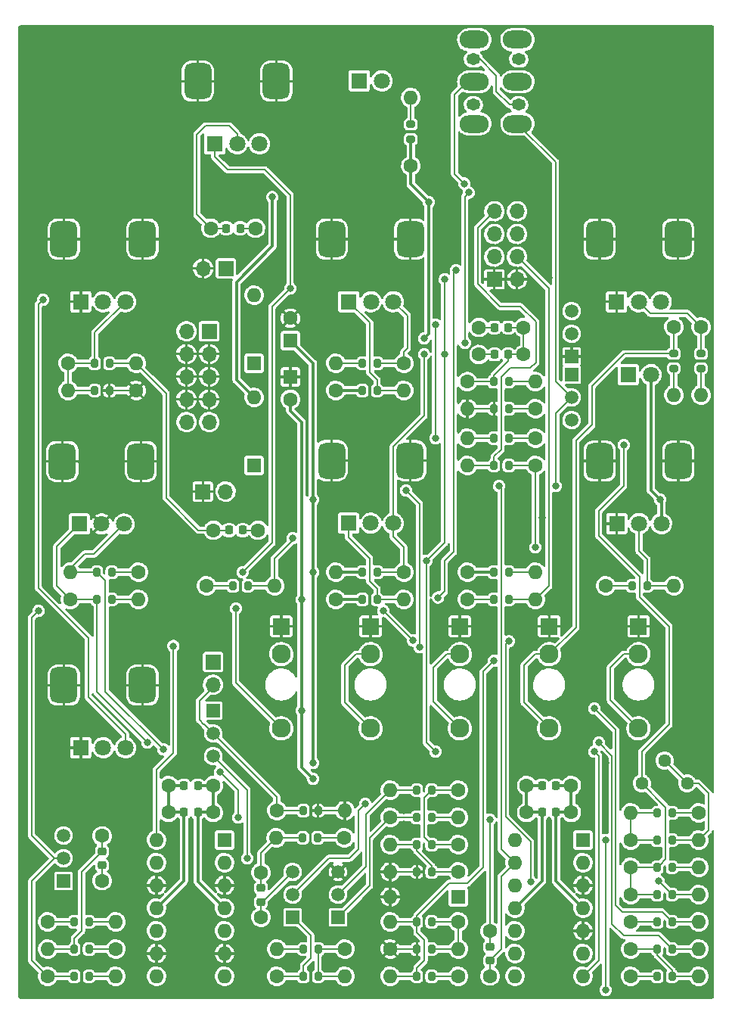
<source format=gbr>
G04 #@! TF.GenerationSoftware,KiCad,Pcbnew,6.0.9-8da3e8f707~118~ubuntu22.10.1*
G04 #@! TF.CreationDate,2022-11-30T23:30:13+01:00*
G04 #@! TF.ProjectId,ilse,696c7365-2e6b-4696-9361-645f70636258,2*
G04 #@! TF.SameCoordinates,PX5702e0cPY22a4fe8*
G04 #@! TF.FileFunction,Copper,L2,Bot*
G04 #@! TF.FilePolarity,Positive*
%FSLAX46Y46*%
G04 Gerber Fmt 4.6, Leading zero omitted, Abs format (unit mm)*
G04 Created by KiCad (PCBNEW 6.0.9-8da3e8f707~118~ubuntu22.10.1) date 2022-11-30 23:30:13*
%MOMM*%
%LPD*%
G01*
G04 APERTURE LIST*
G04 Aperture macros list*
%AMRoundRect*
0 Rectangle with rounded corners*
0 $1 Rounding radius*
0 $2 $3 $4 $5 $6 $7 $8 $9 X,Y pos of 4 corners*
0 Add a 4 corners polygon primitive as box body*
4,1,4,$2,$3,$4,$5,$6,$7,$8,$9,$2,$3,0*
0 Add four circle primitives for the rounded corners*
1,1,$1+$1,$2,$3*
1,1,$1+$1,$4,$5*
1,1,$1+$1,$6,$7*
1,1,$1+$1,$8,$9*
0 Add four rect primitives between the rounded corners*
20,1,$1+$1,$2,$3,$4,$5,0*
20,1,$1+$1,$4,$5,$6,$7,0*
20,1,$1+$1,$6,$7,$8,$9,0*
20,1,$1+$1,$8,$9,$2,$3,0*%
%AMFreePoly0*
4,1,21,0.276537,0.459776,0.341421,0.416421,0.384776,0.351537,0.400000,0.275000,0.400000,-0.275000,0.384776,-0.351537,0.341421,-0.416421,0.276537,-0.459776,0.200000,-0.475000,-0.200000,-0.475000,-0.276537,-0.459776,-0.341421,-0.416421,-0.384776,-0.351537,-0.400000,-0.275000,-0.400000,0.275000,-0.384776,0.351537,-0.341421,0.416421,-0.276537,0.459776,-0.200000,0.475000,0.200000,0.475000,
0.276537,0.459776,0.276537,0.459776,$1*%
G04 Aperture macros list end*
G04 #@! TA.AperFunction,ComponentPad*
%ADD10R,1.930000X1.830000*%
G04 #@! TD*
G04 #@! TA.AperFunction,ComponentPad*
%ADD11C,2.130000*%
G04 #@! TD*
G04 #@! TA.AperFunction,ComponentPad*
%ADD12R,1.800000X1.800000*%
G04 #@! TD*
G04 #@! TA.AperFunction,ComponentPad*
%ADD13C,1.800000*%
G04 #@! TD*
G04 #@! TA.AperFunction,ComponentPad*
%ADD14RoundRect,0.750000X0.750000X-1.250000X0.750000X1.250000X-0.750000X1.250000X-0.750000X-1.250000X0*%
G04 #@! TD*
G04 #@! TA.AperFunction,ComponentPad*
%ADD15O,3.260000X1.970000*%
G04 #@! TD*
G04 #@! TA.AperFunction,ComponentPad*
%ADD16O,1.560000X1.310000*%
G04 #@! TD*
G04 #@! TA.AperFunction,ComponentPad*
%ADD17R,1.600000X1.600000*%
G04 #@! TD*
G04 #@! TA.AperFunction,ComponentPad*
%ADD18C,1.600000*%
G04 #@! TD*
G04 #@! TA.AperFunction,ComponentPad*
%ADD19R,1.700000X1.700000*%
G04 #@! TD*
G04 #@! TA.AperFunction,ComponentPad*
%ADD20O,1.700000X1.700000*%
G04 #@! TD*
G04 #@! TA.AperFunction,SMDPad,CuDef*
%ADD21R,2.000000X0.200000*%
G04 #@! TD*
G04 #@! TA.AperFunction,SMDPad,CuDef*
%ADD22FreePoly0,0.000000*%
G04 #@! TD*
G04 #@! TA.AperFunction,ComponentPad*
%ADD23O,1.600000X1.600000*%
G04 #@! TD*
G04 #@! TA.AperFunction,SMDPad,CuDef*
%ADD24RoundRect,0.200000X-0.200000X-0.275000X0.200000X-0.275000X0.200000X0.275000X-0.200000X0.275000X0*%
G04 #@! TD*
G04 #@! TA.AperFunction,SMDPad,CuDef*
%ADD25FreePoly0,180.000000*%
G04 #@! TD*
G04 #@! TA.AperFunction,SMDPad,CuDef*
%ADD26RoundRect,0.200000X0.200000X0.275000X-0.200000X0.275000X-0.200000X-0.275000X0.200000X-0.275000X0*%
G04 #@! TD*
G04 #@! TA.AperFunction,SMDPad,CuDef*
%ADD27R,0.200000X2.000000*%
G04 #@! TD*
G04 #@! TA.AperFunction,SMDPad,CuDef*
%ADD28FreePoly0,270.000000*%
G04 #@! TD*
G04 #@! TA.AperFunction,SMDPad,CuDef*
%ADD29RoundRect,0.200000X-0.275000X0.200000X-0.275000X-0.200000X0.275000X-0.200000X0.275000X0.200000X0*%
G04 #@! TD*
G04 #@! TA.AperFunction,SMDPad,CuDef*
%ADD30R,2.000000X0.350000*%
G04 #@! TD*
G04 #@! TA.AperFunction,ComponentPad*
%ADD31C,1.440000*%
G04 #@! TD*
G04 #@! TA.AperFunction,SMDPad,CuDef*
%ADD32R,0.200000X1.000000*%
G04 #@! TD*
G04 #@! TA.AperFunction,SMDPad,CuDef*
%ADD33RoundRect,0.225000X0.250000X-0.225000X0.250000X0.225000X-0.250000X0.225000X-0.250000X-0.225000X0*%
G04 #@! TD*
G04 #@! TA.AperFunction,SMDPad,CuDef*
%ADD34R,1.000000X0.200000*%
G04 #@! TD*
G04 #@! TA.AperFunction,SMDPad,CuDef*
%ADD35RoundRect,0.225000X0.225000X0.250000X-0.225000X0.250000X-0.225000X-0.250000X0.225000X-0.250000X0*%
G04 #@! TD*
G04 #@! TA.AperFunction,SMDPad,CuDef*
%ADD36R,1.000000X0.350000*%
G04 #@! TD*
G04 #@! TA.AperFunction,SMDPad,CuDef*
%ADD37RoundRect,0.225000X-0.250000X0.225000X-0.250000X-0.225000X0.250000X-0.225000X0.250000X0.225000X0*%
G04 #@! TD*
G04 #@! TA.AperFunction,SMDPad,CuDef*
%ADD38RoundRect,0.225000X-0.225000X-0.250000X0.225000X-0.250000X0.225000X0.250000X-0.225000X0.250000X0*%
G04 #@! TD*
G04 #@! TA.AperFunction,ComponentPad*
%ADD39R,1.500000X1.500000*%
G04 #@! TD*
G04 #@! TA.AperFunction,ComponentPad*
%ADD40C,1.500000*%
G04 #@! TD*
G04 #@! TA.AperFunction,SMDPad,CuDef*
%ADD41FreePoly0,90.000000*%
G04 #@! TD*
G04 #@! TA.AperFunction,SMDPad,CuDef*
%ADD42R,0.350000X2.000000*%
G04 #@! TD*
G04 #@! TA.AperFunction,SMDPad,CuDef*
%ADD43RoundRect,0.200000X0.275000X-0.200000X0.275000X0.200000X-0.275000X0.200000X-0.275000X-0.200000X0*%
G04 #@! TD*
G04 #@! TA.AperFunction,ViaPad*
%ADD44C,0.800000*%
G04 #@! TD*
G04 #@! TA.AperFunction,Conductor*
%ADD45C,0.350000*%
G04 #@! TD*
G04 #@! TA.AperFunction,Conductor*
%ADD46C,0.203200*%
G04 #@! TD*
G04 APERTURE END LIST*
D10*
X30992014Y-67531238D03*
D11*
X30992014Y-78931238D03*
X30992014Y-70631238D03*
D12*
X8382100Y-56082600D03*
D13*
X10882100Y-56082600D03*
X13382100Y-56082600D03*
D14*
X6482100Y-49082600D03*
X15282100Y-49082600D03*
D12*
X8557100Y-81107600D03*
D13*
X11057100Y-81107600D03*
X13557100Y-81107600D03*
D14*
X6657100Y-74107600D03*
X15457100Y-74107600D03*
D15*
X57439400Y-1904000D03*
D16*
X57589300Y-4088400D03*
D15*
X57439400Y-6604000D03*
X57439400Y-11304000D03*
D16*
X57589300Y-9168400D03*
D15*
X52609400Y-1904000D03*
D16*
X52504300Y-4088400D03*
D15*
X52609400Y-6604000D03*
X52609400Y-11304000D03*
D16*
X52504300Y-9168400D03*
D12*
X38532100Y-55982600D03*
D13*
X41032100Y-55982600D03*
X43532100Y-55982600D03*
D14*
X36632100Y-48982600D03*
X45432100Y-48982600D03*
D12*
X68557100Y-56032600D03*
D13*
X71057100Y-56032600D03*
X73557100Y-56032600D03*
D14*
X66657100Y-49032600D03*
X75457100Y-49032600D03*
D12*
X68532100Y-31207600D03*
D13*
X71032100Y-31207600D03*
X73532100Y-31207600D03*
D14*
X75432100Y-24207600D03*
X66632100Y-24207600D03*
D12*
X8557100Y-31207600D03*
D13*
X11057100Y-31207600D03*
X13557100Y-31207600D03*
D14*
X6657100Y-24207600D03*
X15457100Y-24207600D03*
D12*
X38544600Y-31207600D03*
D13*
X41044600Y-31207600D03*
X43544600Y-31207600D03*
D14*
X36644600Y-24207600D03*
X45444600Y-24207600D03*
D10*
X40992014Y-67531238D03*
D11*
X40992014Y-78931238D03*
X40992014Y-70631238D03*
D12*
X39725000Y-6500000D03*
D13*
X42265000Y-6500000D03*
D12*
X69855100Y-39370000D03*
D13*
X72395100Y-39370000D03*
D10*
X50992014Y-67531238D03*
D11*
X50992014Y-78931238D03*
X50992014Y-70631238D03*
D10*
X70992014Y-67531238D03*
D11*
X70992014Y-78931238D03*
X70992014Y-70631238D03*
D10*
X60992014Y-67531238D03*
D11*
X60992014Y-78931238D03*
X60992014Y-70631238D03*
D12*
X23550850Y-13543600D03*
D13*
X26050850Y-13543600D03*
X28550850Y-13543600D03*
D14*
X21650850Y-6543600D03*
X30450850Y-6543600D03*
D17*
X32014100Y-35558600D03*
D18*
X32014100Y-33058600D03*
D19*
X24790400Y-27482800D03*
D20*
X22250400Y-27482800D03*
D17*
X32014100Y-39622600D03*
D18*
X32014100Y-42122600D03*
D21*
X71790500Y-94486600D03*
D22*
X73099100Y-94485900D03*
D18*
X70114100Y-94486600D03*
D23*
X77734100Y-94486600D03*
D24*
X74749100Y-94485900D03*
D21*
X76032300Y-94486600D03*
X57769700Y-43178600D03*
D25*
X56461100Y-43179300D03*
D18*
X59446100Y-43178600D03*
D21*
X53527900Y-43178600D03*
D26*
X54811100Y-43179300D03*
D23*
X51826100Y-43178600D03*
D17*
X64770100Y-91433600D03*
D23*
X64770100Y-93973600D03*
X64770100Y-96513600D03*
X64770100Y-99053600D03*
X64770100Y-101593600D03*
X64770100Y-104133600D03*
X64770100Y-106673600D03*
X57150100Y-106673600D03*
X57150100Y-104133600D03*
X57150100Y-101593600D03*
X57150100Y-99053600D03*
X57150100Y-96513600D03*
X57150100Y-93973600D03*
X57150100Y-91433600D03*
D25*
X56461100Y-49529300D03*
D18*
X59446100Y-49528600D03*
D21*
X57769700Y-49528600D03*
D26*
X54811100Y-49529300D03*
D23*
X51826100Y-49528600D03*
D21*
X53527900Y-49528600D03*
D18*
X74940100Y-34034600D03*
D27*
X74940100Y-35711000D03*
D28*
X74940800Y-37019600D03*
D29*
X74940800Y-38669600D03*
D23*
X74940100Y-41654600D03*
D27*
X74940100Y-39952800D03*
D19*
X54858194Y-28702000D03*
D20*
X57398194Y-28702000D03*
X54858194Y-26162000D03*
X57398194Y-26162000D03*
X54858194Y-23622000D03*
X57398194Y-23622000D03*
X54858194Y-21082000D03*
X57398194Y-21082000D03*
D18*
X7122100Y-38098600D03*
D21*
X8798500Y-38098600D03*
D22*
X10107100Y-38097900D03*
D21*
X13040300Y-38098600D03*
D23*
X14742100Y-38098600D03*
D24*
X11757100Y-38097900D03*
D18*
X14742100Y-41146600D03*
D21*
X13065700Y-41146600D03*
D25*
X11757100Y-41147300D03*
D21*
X8823900Y-41146600D03*
D26*
X10107100Y-41147300D03*
D23*
X7122100Y-41146600D03*
D18*
X30490100Y-88136600D03*
D22*
X33475100Y-88135900D03*
D21*
X32166500Y-88136600D03*
X36408300Y-88136600D03*
D23*
X38110100Y-88136600D03*
D24*
X35125100Y-88135900D03*
D22*
X54811100Y-61465900D03*
D18*
X51826100Y-61466600D03*
D30*
X53502500Y-61466600D03*
D23*
X59446100Y-61466600D03*
D21*
X57744300Y-61466600D03*
D24*
X56461100Y-61465900D03*
D18*
X51826100Y-64514600D03*
D22*
X54811100Y-64513900D03*
D21*
X53502500Y-64514600D03*
D23*
X59446100Y-64514600D03*
D24*
X56461100Y-64513900D03*
D21*
X57744300Y-64514600D03*
D17*
X24638100Y-91433600D03*
D23*
X24638100Y-93973600D03*
X24638100Y-96513600D03*
X24638100Y-99053600D03*
X24638100Y-101593600D03*
X24638100Y-104133600D03*
X24638100Y-106673600D03*
X17018100Y-106673600D03*
X17018100Y-104133600D03*
X17018100Y-101593600D03*
X17018100Y-99053600D03*
X17018100Y-96513600D03*
X17018100Y-93973600D03*
X17018100Y-91433600D03*
D31*
X76454000Y-85090000D03*
X73914000Y-82550000D03*
X71374000Y-85090000D03*
D22*
X7821100Y-106677900D03*
D21*
X6512500Y-106678600D03*
D18*
X4836100Y-106678600D03*
D21*
X10754300Y-106678600D03*
D23*
X12456100Y-106678600D03*
D24*
X9471100Y-106677900D03*
D21*
X9052500Y-64514600D03*
D22*
X10361100Y-64513900D03*
D18*
X7376100Y-64514600D03*
D23*
X14996100Y-64514600D03*
D24*
X12011100Y-64513900D03*
D21*
X13294300Y-64514600D03*
D19*
X22923900Y-34508900D03*
D20*
X20383900Y-34508900D03*
X22923900Y-37048900D03*
X20383900Y-37048900D03*
X22923900Y-39588900D03*
X20383900Y-39588900D03*
X22923900Y-42128900D03*
X20383900Y-42128900D03*
X22923900Y-44668900D03*
X20383900Y-44668900D03*
D21*
X36370700Y-91183900D03*
D25*
X35062100Y-91184600D03*
D18*
X38047100Y-91183900D03*
D23*
X30427100Y-91183900D03*
D26*
X33412100Y-91184600D03*
D21*
X32128900Y-91183900D03*
D19*
X23368000Y-71511238D03*
D20*
X23368000Y-74051238D03*
D22*
X33475100Y-106677900D03*
D21*
X32166500Y-106678600D03*
D18*
X30490100Y-106678600D03*
D23*
X38110100Y-106678600D03*
D21*
X36408300Y-106678600D03*
D24*
X35125100Y-106677900D03*
D19*
X22220000Y-52451000D03*
D20*
X24760000Y-52451000D03*
D18*
X77734100Y-88390600D03*
D25*
X74749100Y-88391300D03*
D21*
X76057700Y-88390600D03*
X71815900Y-88390600D03*
D23*
X70114100Y-88390600D03*
D26*
X73099100Y-88391300D03*
D25*
X12011100Y-61467300D03*
D18*
X14996100Y-61466600D03*
D21*
X13319700Y-61466600D03*
D23*
X7376100Y-61466600D03*
D26*
X10361100Y-61467300D03*
D21*
X9077900Y-61466600D03*
D22*
X7821100Y-100581900D03*
D18*
X4836100Y-100582600D03*
D21*
X6512500Y-100582600D03*
D24*
X9471100Y-100581900D03*
D21*
X10754300Y-100582600D03*
D23*
X12456100Y-100582600D03*
D18*
X22616100Y-62990600D03*
D21*
X24292500Y-62990600D03*
D22*
X25601100Y-62989900D03*
D24*
X27251100Y-62989900D03*
D21*
X28534300Y-62990600D03*
D23*
X30236100Y-62990600D03*
D25*
X9471100Y-103631300D03*
D18*
X12456100Y-103630600D03*
D21*
X10779700Y-103630600D03*
X6537900Y-103630600D03*
D23*
X4836100Y-103630600D03*
D26*
X7821100Y-103631300D03*
D21*
X36433700Y-103630600D03*
D18*
X38110100Y-103630600D03*
D25*
X35125100Y-103631300D03*
D26*
X33475100Y-103631300D03*
D23*
X30490100Y-103630600D03*
D21*
X32191900Y-103630600D03*
D32*
X10932100Y-95005400D03*
D18*
X10932100Y-95970600D03*
D33*
X10934100Y-94242820D03*
D18*
X10932100Y-90970600D03*
D32*
X10932100Y-92008200D03*
D33*
X10934100Y-92692820D03*
D18*
X58136100Y-37114600D03*
D34*
X57170900Y-37114600D03*
D35*
X56408320Y-37112600D03*
D34*
X54173700Y-37114600D03*
D35*
X54858320Y-37112600D03*
D18*
X53136100Y-37114600D03*
D35*
X61742320Y-85340600D03*
D18*
X63470100Y-85342600D03*
D36*
X62504900Y-85342600D03*
D35*
X60192320Y-85340600D03*
D36*
X59507700Y-85342600D03*
D18*
X58470100Y-85342600D03*
D35*
X61742320Y-88340600D03*
D36*
X62504900Y-88342600D03*
D18*
X63470100Y-88342600D03*
X58470100Y-88342600D03*
D35*
X60192320Y-88340600D03*
D36*
X59507700Y-88342600D03*
D18*
X23378100Y-85342600D03*
D36*
X22412900Y-85342600D03*
D35*
X21650320Y-85340600D03*
D18*
X18378100Y-85342600D03*
D35*
X20100320Y-85340600D03*
D36*
X19415700Y-85342600D03*
D18*
X23378100Y-88342600D03*
D36*
X22412900Y-88342600D03*
D35*
X21650320Y-88340600D03*
X20100320Y-88340600D03*
D18*
X18378100Y-88342600D03*
D36*
X19415700Y-88342600D03*
D21*
X57769700Y-46480600D03*
D25*
X56461100Y-46481300D03*
D18*
X59446100Y-46480600D03*
D21*
X53527900Y-46480600D03*
D23*
X51826100Y-46480600D03*
D26*
X54811100Y-46481300D03*
D32*
X28712100Y-99109400D03*
D18*
X28712100Y-100074600D03*
D33*
X28714100Y-98346820D03*
D18*
X28712100Y-95074600D03*
D32*
X28712100Y-96112200D03*
D33*
X28714100Y-96796820D03*
D25*
X41729100Y-38099300D03*
D21*
X43037700Y-38098600D03*
D18*
X44714100Y-38098600D03*
D26*
X40079100Y-38099300D03*
D23*
X37094100Y-38098600D03*
D21*
X38795900Y-38098600D03*
D32*
X54366100Y-102603800D03*
D18*
X54366100Y-101638600D03*
D37*
X54364100Y-103366380D03*
X54364100Y-104916380D03*
D18*
X54366100Y-106638600D03*
D32*
X54366100Y-105601000D03*
D18*
X53136100Y-34082600D03*
D34*
X54101300Y-34082600D03*
D38*
X54863880Y-34084600D03*
X56413880Y-34084600D03*
D18*
X58136100Y-34082600D03*
D34*
X57098500Y-34082600D03*
D21*
X43037700Y-61466600D03*
D18*
X44714100Y-61466600D03*
D25*
X41729100Y-61467300D03*
D23*
X37094100Y-61466600D03*
D30*
X38795900Y-61466600D03*
D26*
X40079100Y-61467300D03*
D39*
X32268100Y-100074600D03*
D40*
X32268100Y-97534600D03*
X32268100Y-94994600D03*
D38*
X24841780Y-22989000D03*
D18*
X23114000Y-22987000D03*
D34*
X24079200Y-22987000D03*
D38*
X26391780Y-22989000D03*
D34*
X27076400Y-22987000D03*
D18*
X28114000Y-22987000D03*
X28408000Y-56769000D03*
D34*
X27442800Y-56769000D03*
D35*
X26680220Y-56767000D03*
X25130220Y-56767000D03*
D34*
X24445600Y-56769000D03*
D18*
X23408000Y-56769000D03*
D39*
X6614100Y-96010600D03*
D40*
X6614100Y-93470600D03*
X6614100Y-90930600D03*
D39*
X63510100Y-37336600D03*
D40*
X63510100Y-34796600D03*
X63510100Y-32256600D03*
D39*
X23378100Y-76960600D03*
D40*
X23378100Y-79500600D03*
X23378100Y-82040600D03*
D39*
X37348100Y-100074600D03*
D40*
X37348100Y-97534600D03*
X37348100Y-94994600D03*
D39*
X63510100Y-39368600D03*
D40*
X63510100Y-41908600D03*
X63510100Y-44448600D03*
D18*
X37094100Y-41146600D03*
D22*
X40079100Y-41145900D03*
D30*
X38770500Y-41146600D03*
D23*
X44714100Y-41146600D03*
D21*
X43012300Y-41146600D03*
D24*
X41729100Y-41145900D03*
D22*
X40079100Y-64513900D03*
D30*
X38770500Y-64514600D03*
D18*
X37094100Y-64514600D03*
D24*
X41729100Y-64513900D03*
D21*
X43012300Y-64514600D03*
D23*
X44714100Y-64514600D03*
D22*
X73099100Y-97533900D03*
D18*
X70114100Y-97534600D03*
D21*
X71790500Y-97534600D03*
D23*
X77734100Y-97534600D03*
D21*
X76032300Y-97534600D03*
D24*
X74749100Y-97533900D03*
D21*
X49133700Y-94994600D03*
D18*
X50810100Y-94994600D03*
D25*
X47825100Y-94995300D03*
D26*
X46175100Y-94995300D03*
D21*
X44891900Y-94994600D03*
D23*
X43190100Y-94994600D03*
D18*
X70114100Y-91438600D03*
D22*
X73099100Y-91437900D03*
D21*
X71790500Y-91438600D03*
D24*
X74749100Y-91437900D03*
D23*
X77734100Y-91438600D03*
D21*
X76032300Y-91438600D03*
D41*
X45499300Y-13015000D03*
D42*
X45500000Y-14323600D03*
D18*
X45500000Y-16000000D03*
D43*
X45499300Y-11365000D03*
D23*
X45500000Y-8380000D03*
D27*
X45500000Y-10081800D03*
D25*
X47825100Y-100583300D03*
D18*
X50810100Y-100582600D03*
D21*
X49133700Y-100582600D03*
D23*
X43190100Y-100582600D03*
D21*
X44891900Y-100582600D03*
D26*
X46175100Y-100583300D03*
D22*
X73099100Y-106677900D03*
D21*
X71790500Y-106678600D03*
D18*
X70114100Y-106678600D03*
D21*
X76032300Y-106678600D03*
D24*
X74749100Y-106677900D03*
D23*
X77734100Y-106678600D03*
D22*
X73099100Y-103629900D03*
D21*
X71790500Y-103630600D03*
D18*
X70114100Y-103630600D03*
D24*
X74749100Y-103629900D03*
D21*
X76032300Y-103630600D03*
D23*
X77734100Y-103630600D03*
D22*
X46175100Y-103629900D03*
D21*
X44866500Y-103630600D03*
D18*
X43190100Y-103630600D03*
D23*
X50810100Y-103630600D03*
D24*
X47825100Y-103629900D03*
D21*
X49108300Y-103630600D03*
X53502500Y-40146600D03*
D18*
X51826100Y-40146600D03*
D22*
X54811100Y-40145900D03*
D21*
X57744300Y-40146600D03*
D24*
X56461100Y-40145900D03*
D23*
X59446100Y-40146600D03*
D18*
X43190100Y-88898600D03*
D22*
X46175100Y-88897900D03*
D21*
X44866500Y-88898600D03*
D24*
X47825100Y-88897900D03*
D21*
X49108300Y-88898600D03*
D23*
X50810100Y-88898600D03*
D25*
X47825100Y-91947300D03*
D21*
X49133700Y-91946600D03*
D18*
X50810100Y-91946600D03*
D23*
X43190100Y-91946600D03*
D26*
X46175100Y-91947300D03*
D21*
X44891900Y-91946600D03*
D27*
X77988100Y-35711000D03*
D28*
X77988800Y-37019600D03*
D18*
X77988100Y-34034600D03*
D23*
X77988100Y-41654600D03*
D27*
X77988100Y-39952800D03*
D29*
X77988800Y-38669600D03*
D22*
X70305100Y-62989900D03*
D21*
X68996500Y-62990600D03*
D18*
X67320100Y-62990600D03*
D21*
X73238300Y-62990600D03*
D23*
X74940100Y-62990600D03*
D24*
X71955100Y-62989900D03*
D18*
X50810100Y-106678600D03*
D21*
X49133700Y-106678600D03*
D25*
X47825100Y-106679300D03*
D21*
X44891900Y-106678600D03*
D23*
X43190100Y-106678600D03*
D26*
X46175100Y-106679300D03*
D18*
X70114100Y-100582600D03*
D22*
X73099100Y-100581900D03*
D21*
X71790500Y-100582600D03*
D23*
X77734100Y-100582600D03*
D24*
X74749100Y-100581900D03*
D21*
X76032300Y-100582600D03*
D18*
X50810100Y-85850600D03*
D25*
X47825100Y-85851300D03*
D21*
X49133700Y-85850600D03*
X44891900Y-85850600D03*
D23*
X43190100Y-85850600D03*
D26*
X46175100Y-85851300D03*
D17*
X27950100Y-38098600D03*
D23*
X27950100Y-30478600D03*
D17*
X27950100Y-49528600D03*
D23*
X27950100Y-41908600D03*
D17*
X50810100Y-97788600D03*
D23*
X43190100Y-97788600D03*
D44*
X53086000Y-31750000D03*
X53000000Y-41500000D03*
X67500000Y-40500000D03*
X62992000Y-91186000D03*
X73000000Y-61500000D03*
X45000000Y-54500000D03*
X6604000Y-1778000D03*
X54610000Y-85598000D03*
X18846800Y-12598400D03*
X64008000Y-5029200D03*
X13462000Y-95250000D03*
X36982400Y-15036800D03*
X52578000Y-92456000D03*
X14478000Y-106680000D03*
X35814000Y-81280000D03*
X34544000Y-86614000D03*
X42164000Y-36576000D03*
X62992000Y-94488000D03*
X40500000Y-107000000D03*
X25500000Y-49500000D03*
X60198000Y-55372000D03*
X63703200Y-12649200D03*
X67500000Y-35000000D03*
X48387000Y-25019000D03*
X44704000Y-88138000D03*
X44958000Y-67056000D03*
X54000000Y-35500000D03*
X61000000Y-97000000D03*
X38608000Y-89662000D03*
X26924000Y-81280000D03*
X22860000Y-91948000D03*
X48260000Y-67818000D03*
X58000000Y-48000000D03*
X69500000Y-64000000D03*
X56642000Y-19304000D03*
X78740000Y-84074000D03*
X47091600Y-2489200D03*
X60350400Y-16002000D03*
X3000000Y-108500000D03*
X27500000Y-64500000D03*
X63000000Y-67000000D03*
X31242000Y-84328000D03*
X72644000Y-64262000D03*
X53500000Y-48000000D03*
X48158400Y-6654800D03*
X44196000Y-77978000D03*
X51500000Y-38500000D03*
X71000000Y-52000000D03*
X78486000Y-46228000D03*
X65000000Y-65000000D03*
X77978000Y-68072000D03*
X27686000Y-72898000D03*
X72000000Y-54500000D03*
X26924000Y-84328000D03*
X55372000Y-93980000D03*
X78740000Y-108458000D03*
X54610000Y-73660000D03*
X2540000Y-64008000D03*
X13000000Y-83000000D03*
X61000000Y-28500000D03*
X76200000Y-102108000D03*
X60000000Y-32000000D03*
X61569600Y-1574800D03*
X49911000Y-20828000D03*
X32410400Y-1727200D03*
X60706000Y-11176000D03*
X4572000Y-78486000D03*
X69500000Y-62000000D03*
X51562000Y-52324000D03*
X78486000Y-30734000D03*
X39878000Y-39624000D03*
X56896000Y-65786000D03*
X45567600Y-30835600D03*
X65278000Y-89154000D03*
X58928000Y-99568000D03*
X71628000Y-92964000D03*
X43942000Y-34290000D03*
X76200000Y-99060000D03*
X53340000Y-71374000D03*
X53500000Y-96500000D03*
X15494000Y-92456000D03*
X52832000Y-16256000D03*
X25000000Y-43500000D03*
X22098000Y-106934000D03*
X6350000Y-98552000D03*
X62738000Y-106934000D03*
X37846000Y-35560000D03*
X75946000Y-70612000D03*
X48500000Y-60000000D03*
X71628000Y-105156000D03*
X48006000Y-54610000D03*
X52578000Y-88138000D03*
X27000000Y-105500000D03*
X48260000Y-69850000D03*
X57000000Y-35500000D03*
X9144000Y-66294000D03*
X30988000Y-11176000D03*
X43180000Y-68580000D03*
X58166000Y-70104000D03*
X54914800Y-3708400D03*
X62500000Y-30500000D03*
X42418000Y-57404000D03*
X44704000Y-89662000D03*
X25958800Y-5537200D03*
X42926000Y-39370000D03*
X21000000Y-97000000D03*
X2286000Y-93726000D03*
X54610000Y-69850000D03*
X35814000Y-66802000D03*
X78486000Y-2540000D03*
X26500000Y-94500000D03*
X63000000Y-71000000D03*
X48000000Y-96500000D03*
X67818000Y-51816000D03*
X36576000Y-73406000D03*
X70866000Y-60452000D03*
X13000000Y-66000000D03*
X25146000Y-87630000D03*
X19507200Y-1727200D03*
X20066000Y-81280000D03*
X41500000Y-52000000D03*
X47371000Y-18034000D03*
X76708000Y-89916000D03*
X9906000Y-98298000D03*
X58000000Y-45000000D03*
X15494000Y-103378000D03*
X51816000Y-54356000D03*
X67310000Y-82804000D03*
X62484000Y-63500000D03*
X52500000Y-101000000D03*
X53000000Y-39000000D03*
X53848000Y-65786000D03*
X54610000Y-67818000D03*
X58000000Y-41500000D03*
X48006000Y-52324000D03*
X75184000Y-75946000D03*
X48158400Y-10210800D03*
X53000000Y-45000000D03*
X51562000Y-59690000D03*
X71628000Y-108458000D03*
X30000000Y-19500000D03*
X33284100Y-64514600D03*
X34554100Y-84580600D03*
X33284100Y-76962000D03*
X47498000Y-20066000D03*
X34554100Y-53338600D03*
X34554100Y-61466600D03*
X46990000Y-35306000D03*
X34554100Y-82802600D03*
X73416100Y-53338600D03*
X18923000Y-69723000D03*
X61732100Y-51814600D03*
X55382100Y-51814600D03*
X54356000Y-89154000D03*
X45743384Y-69111384D03*
X58928000Y-96113100D03*
X26671400Y-61466600D03*
X42418000Y-65786000D03*
X32004000Y-29718000D03*
X56491616Y-69191616D03*
X49286100Y-28700600D03*
X49286100Y-37082600D03*
X47244000Y-60198000D03*
X66040000Y-81534000D03*
X48260000Y-81534000D03*
X27178000Y-93472000D03*
X73227200Y-96012000D03*
X40386000Y-87376000D03*
X3810000Y-65786000D03*
X32258000Y-57658000D03*
X48270100Y-46480600D03*
X48275700Y-33792100D03*
X50546000Y-27686000D03*
X48557352Y-64305352D03*
X66040000Y-76708000D03*
X52000000Y-19000000D03*
X46990000Y-37084000D03*
X51562000Y-35814000D03*
X51500000Y-18000000D03*
X4318000Y-30988000D03*
X46482000Y-69850000D03*
X44958000Y-52324000D03*
X25908000Y-65532000D03*
X67326500Y-91433600D03*
X67320100Y-108202600D03*
X69342000Y-47244000D03*
X24130000Y-83820000D03*
X17780000Y-81280000D03*
X26162000Y-88900000D03*
X16002000Y-80518000D03*
X66548000Y-80518000D03*
X54811600Y-71374000D03*
X59436000Y-58674000D03*
D45*
X30000000Y-25000000D02*
X26000000Y-29000000D01*
X18378100Y-85342600D02*
X18378100Y-88342600D01*
X33284100Y-83310600D02*
X34554100Y-84580600D01*
X20100320Y-88340600D02*
X20100320Y-95971380D01*
X33284100Y-44702600D02*
X33284100Y-64514600D01*
X60192320Y-96011380D02*
X57150100Y-99053600D01*
X32014100Y-43432600D02*
X33284100Y-44702600D01*
X58470100Y-85342600D02*
X58470100Y-88342600D01*
X26000000Y-29000000D02*
X26000000Y-39958500D01*
X33284100Y-76962000D02*
X33284100Y-83310600D01*
X20100320Y-95971380D02*
X17018100Y-99053600D01*
X32014100Y-42122600D02*
X32014100Y-43432600D01*
X33284100Y-64514600D02*
X33284100Y-76962000D01*
X26000000Y-39958500D02*
X27950100Y-41908600D01*
X30000000Y-19500000D02*
X30000000Y-25000000D01*
X60192320Y-88340600D02*
X60192320Y-96011380D01*
X61742320Y-96025820D02*
X64770100Y-99053600D01*
X47498000Y-20066000D02*
X47498000Y-34798000D01*
X63470100Y-85342600D02*
X63470100Y-88342600D01*
X45500000Y-18068000D02*
X45500000Y-16000000D01*
X23378100Y-85342600D02*
X23378100Y-88342600D01*
X72390000Y-39375100D02*
X72390000Y-52312500D01*
X47498000Y-20066000D02*
X45500000Y-18068000D01*
X72390000Y-52312500D02*
X73416100Y-53338600D01*
X72395100Y-39370000D02*
X72390000Y-39375100D01*
X21650320Y-88340600D02*
X21650320Y-96065820D01*
X73557100Y-53479600D02*
X73557100Y-56032600D01*
X34554100Y-61466600D02*
X34554100Y-82802600D01*
X21650320Y-96065820D02*
X24638100Y-99053600D01*
X34554100Y-61466600D02*
X34554100Y-38098600D01*
X61742320Y-88340600D02*
X61742320Y-96025820D01*
X47498000Y-34798000D02*
X46990000Y-35306000D01*
D46*
X73416100Y-53338600D02*
X73557100Y-53479600D01*
D45*
X34554100Y-38098600D02*
X32014100Y-35558600D01*
D46*
X28712100Y-92898900D02*
X30427100Y-91183900D01*
X28712100Y-95074600D02*
X28712100Y-92898900D01*
X28915880Y-98346820D02*
X28714100Y-98346820D01*
X28915215Y-98346820D02*
X28714100Y-98346820D01*
X32268100Y-94994600D02*
X28915880Y-98346820D01*
X8646100Y-94980820D02*
X8646100Y-101598600D01*
X10934100Y-92692820D02*
X8646100Y-94980820D01*
X7821100Y-102423600D02*
X7821100Y-103631300D01*
X17018100Y-83565900D02*
X17018100Y-91433600D01*
X18923000Y-69723000D02*
X18923000Y-81661000D01*
X8646100Y-101598600D02*
X7821100Y-102423600D01*
X18923000Y-81661000D02*
X17018100Y-83565900D01*
X57439400Y-11304000D02*
X61704800Y-15569400D01*
X56564800Y-9168400D02*
X57589300Y-9168400D01*
X55636100Y-95487600D02*
X57150100Y-93973600D01*
X55067200Y-5918100D02*
X55067200Y-7670800D01*
X61732100Y-51814600D02*
X61732100Y-43686600D01*
X55626000Y-52058500D02*
X55382100Y-51814600D01*
X53237500Y-4088400D02*
X55067200Y-5918100D01*
X54364100Y-104916380D02*
X55636100Y-103644380D01*
X55636100Y-103644380D02*
X55636100Y-95487600D01*
X55067200Y-7670800D02*
X56564800Y-9168400D01*
X61732100Y-43686600D02*
X63510100Y-41908600D01*
X61704800Y-15569400D02*
X61704800Y-40103300D01*
X52504300Y-4088400D02*
X53237500Y-4088400D01*
X57150100Y-93973600D02*
X55626000Y-92449500D01*
X61704800Y-40103300D02*
X63510100Y-41908600D01*
X55626000Y-92449500D02*
X55626000Y-52058500D01*
X54366100Y-101638600D02*
X54366100Y-89164100D01*
X54366100Y-89164100D02*
X54356000Y-89154000D01*
X56408320Y-37825680D02*
X54811100Y-39422900D01*
X56408320Y-37112600D02*
X56408320Y-37825680D01*
X58136100Y-37114600D02*
X58136100Y-34082600D01*
X54811100Y-39422900D02*
X54811100Y-40145900D01*
X73099100Y-104341100D02*
X73099100Y-103629900D01*
X56491616Y-69191616D02*
X56134000Y-69549232D01*
X32004000Y-29718000D02*
X32004000Y-19304000D01*
X24993600Y-16459200D02*
X23550850Y-15016450D01*
X29159200Y-16459200D02*
X24993600Y-16459200D01*
X42418000Y-65786000D02*
X45743384Y-69111384D01*
X23550850Y-15016450D02*
X23550850Y-13563600D01*
X74749100Y-105991100D02*
X73099100Y-104341100D01*
X32004000Y-19304000D02*
X29159200Y-16459200D01*
X58928000Y-91649076D02*
X58928000Y-96113100D01*
X26671400Y-61466600D02*
X29972000Y-58166000D01*
X29972000Y-58166000D02*
X29972000Y-31750000D01*
X56134000Y-88855076D02*
X58928000Y-91649076D01*
X29972000Y-31750000D02*
X32004000Y-29718000D01*
X56134000Y-69549232D02*
X56134000Y-88855076D01*
X74749100Y-106677900D02*
X74749100Y-105991100D01*
X47244000Y-60198000D02*
X47244000Y-80518000D01*
X49286100Y-58155900D02*
X49286100Y-37082600D01*
X66548000Y-104902000D02*
X66541700Y-104902000D01*
X47244000Y-80518000D02*
X48260000Y-81534000D01*
X66548000Y-82042000D02*
X66040000Y-81534000D01*
X47244000Y-60198000D02*
X49286100Y-58155900D01*
X66548000Y-104902000D02*
X66548000Y-82042000D01*
X66541700Y-104902000D02*
X64770100Y-106673600D01*
X49286100Y-37082600D02*
X49286100Y-28700600D01*
X23114000Y-22987000D02*
X21539200Y-21412200D01*
X25146000Y-11531600D02*
X26050850Y-12436450D01*
X21539200Y-12496800D02*
X22504400Y-11531600D01*
X22504400Y-11531600D02*
X25146000Y-11531600D01*
X26050850Y-12436450D02*
X26050850Y-13563600D01*
X21539200Y-21412200D02*
X21539200Y-12496800D01*
X18091100Y-53143100D02*
X18091100Y-41447600D01*
X18091100Y-41447600D02*
X14742100Y-38098600D01*
X23408000Y-56769000D02*
X21717000Y-56769000D01*
X21717000Y-56769000D02*
X18091100Y-53143100D01*
X49519462Y-70631238D02*
X50992014Y-70631238D01*
X48016100Y-75955324D02*
X48016100Y-72134600D01*
X50992014Y-78931238D02*
X48016100Y-75955324D01*
X48016100Y-72134600D02*
X49519462Y-70631238D01*
X60960000Y-63000700D02*
X59446100Y-64514600D01*
X57398194Y-26160600D02*
X60960000Y-29722406D01*
X60960000Y-29722406D02*
X60960000Y-63000700D01*
X27178000Y-93472000D02*
X27178000Y-85840500D01*
X27178000Y-85840500D02*
X23378100Y-82040600D01*
X73227200Y-96012000D02*
X74749100Y-97533900D01*
X34300100Y-104646600D02*
X33475100Y-105471600D01*
X32268100Y-100074600D02*
X34300100Y-102106600D01*
X34300100Y-102106600D02*
X34300100Y-104646600D01*
X33475100Y-105471600D02*
X33475100Y-106677900D01*
X39624000Y-88138000D02*
X39624000Y-92456000D01*
X39624000Y-92456000D02*
X38608000Y-93472000D01*
X40386000Y-87376000D02*
X39624000Y-88138000D01*
X38608000Y-93472000D02*
X36330700Y-93472000D01*
X36330700Y-93472000D02*
X32268100Y-97534600D01*
X3048000Y-66548000D02*
X3048000Y-90932000D01*
X4836100Y-106678600D02*
X3058100Y-104900600D01*
X5586600Y-93470600D02*
X6614100Y-93470600D01*
X3810000Y-65786000D02*
X3048000Y-66548000D01*
X5598100Y-93470600D02*
X6614100Y-93470600D01*
X3048000Y-90932000D02*
X5586600Y-93470600D01*
X3058100Y-104900600D02*
X3058100Y-96010600D01*
X3058100Y-96010600D02*
X5598100Y-93470600D01*
X37348100Y-100074600D02*
X40894000Y-96528700D01*
X40894000Y-91194700D02*
X43190100Y-88898600D01*
X40894000Y-96528700D02*
X40894000Y-91194700D01*
X44714100Y-36828600D02*
X44714100Y-37693800D01*
X43544600Y-31207600D02*
X45118939Y-32781939D01*
X45118939Y-36423761D02*
X44714100Y-36828600D01*
X45118939Y-32781939D02*
X45118939Y-36423761D01*
X41729100Y-39939600D02*
X41729100Y-40741100D01*
X40904100Y-33567100D02*
X40904100Y-39114600D01*
X40904100Y-39114600D02*
X41729100Y-39939600D01*
X38544600Y-31207600D02*
X40904100Y-33567100D01*
X40894000Y-62484000D02*
X40894000Y-59944000D01*
X40894000Y-59944000D02*
X38532100Y-57582100D01*
X41729100Y-63319100D02*
X40894000Y-62484000D01*
X38532100Y-57582100D02*
X38532100Y-55982600D01*
X41729100Y-64513900D02*
X41729100Y-63319100D01*
X32258000Y-57912000D02*
X30236100Y-59933900D01*
X32258000Y-57658000D02*
X32258000Y-57912000D01*
X30236100Y-59933900D02*
X30236100Y-62990600D01*
X48275700Y-33792100D02*
X48270100Y-33797700D01*
X48270100Y-33797700D02*
X48270100Y-46480600D01*
X50810100Y-103630600D02*
X50810100Y-100582600D01*
X72335100Y-32510600D02*
X76464100Y-32510600D01*
X76464100Y-32510600D02*
X77701863Y-33748363D01*
X71032100Y-31207600D02*
X72335100Y-32510600D01*
X48557352Y-64305352D02*
X49276000Y-63586704D01*
X40992014Y-78931238D02*
X38110100Y-76049324D01*
X50292000Y-27940000D02*
X50546000Y-27686000D01*
X50292000Y-59182000D02*
X50292000Y-27940000D01*
X38110100Y-76049324D02*
X38110100Y-71880600D01*
X69178200Y-99477800D02*
X68437700Y-98737300D01*
X49276000Y-63586704D02*
X49276000Y-60198000D01*
X74749100Y-100581900D02*
X73645000Y-99477800D01*
X68437700Y-79105700D02*
X66040000Y-76708000D01*
X49276000Y-60198000D02*
X50292000Y-59182000D01*
X38110100Y-71880600D02*
X39359462Y-70631238D01*
X39359462Y-70631238D02*
X40992014Y-70631238D01*
X73645000Y-99477800D02*
X69178200Y-99477800D01*
X68437700Y-98737300D02*
X68437700Y-79105700D01*
X44714100Y-58684100D02*
X43532100Y-57502100D01*
X43532100Y-57502100D02*
X43532100Y-55982600D01*
X46990000Y-43932988D02*
X46990000Y-37084000D01*
X52000000Y-19000000D02*
X51562000Y-19438000D01*
X51562000Y-19438000D02*
X51562000Y-35814000D01*
X44714100Y-61466600D02*
X44714100Y-58684100D01*
X43532100Y-55982600D02*
X43532100Y-47390888D01*
X43532100Y-47390888D02*
X46990000Y-43932988D01*
X71057100Y-56032600D02*
X71057100Y-59107600D01*
X71057100Y-59107600D02*
X71955100Y-60005600D01*
X71955100Y-60005600D02*
X71955100Y-62585100D01*
X56642000Y-38608000D02*
X58892000Y-38608000D01*
X57785000Y-31750000D02*
X55499000Y-31750000D01*
X55499000Y-31750000D02*
X53000000Y-29251000D01*
X55626000Y-39624000D02*
X56642000Y-38608000D01*
X58892000Y-38608000D02*
X59500000Y-38000000D01*
X59500000Y-33465000D02*
X57785000Y-31750000D01*
X53000000Y-29251000D02*
X53000000Y-22938794D01*
X54811100Y-48540100D02*
X55626000Y-47725200D01*
X59500000Y-38000000D02*
X59500000Y-33465000D01*
X54811100Y-49529300D02*
X54811100Y-48540100D01*
X55626000Y-47725200D02*
X55626000Y-39624000D01*
X53000000Y-22938794D02*
X54858194Y-21080600D01*
X58176100Y-71880600D02*
X59425462Y-70631238D01*
X69406400Y-37019600D02*
X65786000Y-40640000D01*
X58176100Y-76015324D02*
X58176100Y-71880600D01*
X65786000Y-40640000D02*
X65786000Y-44940497D01*
X64008000Y-67615252D02*
X60992014Y-70631238D01*
X65786000Y-44940497D02*
X64008000Y-46718497D01*
X59425462Y-70631238D02*
X61092014Y-70631238D01*
X61092014Y-78931238D02*
X58176100Y-76015324D01*
X64008000Y-46718497D02*
X64008000Y-67615252D01*
X74940800Y-37019600D02*
X69406400Y-37019600D01*
X4318000Y-30988000D02*
X3810000Y-31496000D01*
X52609400Y-6604000D02*
X51816000Y-6604000D01*
X9398000Y-75438000D02*
X13557100Y-79597100D01*
X3810000Y-63246000D02*
X9398000Y-68834000D01*
X3810000Y-31496000D02*
X3810000Y-63246000D01*
X50393600Y-16893600D02*
X51500000Y-18000000D01*
X9398000Y-68834000D02*
X9398000Y-75438000D01*
X51816000Y-6604000D02*
X50393600Y-8026400D01*
X50393600Y-8026400D02*
X50393600Y-16893600D01*
X13557100Y-79597100D02*
X13557100Y-81107600D01*
X21844000Y-77978000D02*
X21844000Y-75829238D01*
X30490100Y-88136600D02*
X30490100Y-86612600D01*
X21844000Y-75829238D02*
X23622000Y-74051238D01*
X30490100Y-86612600D02*
X23378100Y-79500600D01*
X23378100Y-79500600D02*
X22323300Y-78445800D01*
X22311800Y-78445800D02*
X21844000Y-77978000D01*
X22323300Y-78445800D02*
X22311800Y-78445800D01*
X67828100Y-75767324D02*
X67828100Y-72134600D01*
X70992014Y-78931238D02*
X67828100Y-75767324D01*
X44958000Y-52324000D02*
X46482000Y-53848000D01*
X67828100Y-72134600D02*
X69331462Y-70631238D01*
X46482000Y-53848000D02*
X46482000Y-69850000D01*
X69331462Y-70631238D02*
X70992014Y-70631238D01*
X30992014Y-78931238D02*
X25908000Y-73847224D01*
X25908000Y-73847224D02*
X25908000Y-65532000D01*
X40487600Y-88553100D02*
X43190100Y-85850600D01*
X40487600Y-94395100D02*
X40487600Y-88553100D01*
X37348100Y-97534600D02*
X40487600Y-94395100D01*
X46990000Y-86686400D02*
X47825100Y-85851300D01*
X46990000Y-91112200D02*
X46990000Y-86686400D01*
X47825100Y-91947300D02*
X46990000Y-91112200D01*
X46175100Y-92657100D02*
X46175100Y-91947300D01*
X47825100Y-94995300D02*
X47825100Y-94307100D01*
X47825100Y-94307100D02*
X46175100Y-92657100D01*
X67320100Y-108202600D02*
X67320100Y-91440000D01*
X70114100Y-91438600D02*
X70114100Y-88390600D01*
X67320100Y-91440000D02*
X67326500Y-91433600D01*
X69342000Y-51816000D02*
X69342000Y-47244000D01*
X74044300Y-93540700D02*
X73385337Y-94199663D01*
X74044300Y-87760300D02*
X71374000Y-85090000D01*
X74044300Y-93540700D02*
X74044300Y-87760300D01*
X66548000Y-54610000D02*
X69342000Y-51816000D01*
X74422000Y-67564000D02*
X71120000Y-64262000D01*
X71374000Y-85090000D02*
X71374000Y-81534000D01*
X74422000Y-78486000D02*
X74422000Y-67564000D01*
X71374000Y-81534000D02*
X74422000Y-78486000D01*
X70114100Y-94486600D02*
X70114100Y-97534600D01*
X71120000Y-61976000D02*
X66548000Y-57404000D01*
X71120000Y-64262000D02*
X71120000Y-61976000D01*
X66548000Y-57404000D02*
X66548000Y-54610000D01*
X35125100Y-106677900D02*
X35125100Y-103631300D01*
X77704738Y-85090000D02*
X76454000Y-85090000D01*
X78838900Y-90333800D02*
X78020337Y-91152363D01*
X76454000Y-85090000D02*
X73914000Y-82550000D01*
X78838900Y-86224162D02*
X77704738Y-85090000D01*
X78838900Y-90333800D02*
X78838900Y-86224162D01*
X26162000Y-85852000D02*
X26162000Y-88900000D01*
X10361100Y-61467300D02*
X11306300Y-62412500D01*
X10030100Y-59434600D02*
X9003300Y-59434600D01*
X11306300Y-62412500D02*
X11306300Y-74806300D01*
X24130000Y-83820000D02*
X26162000Y-85852000D01*
X11306300Y-74806300D02*
X17780000Y-81280000D01*
X9003300Y-59434600D02*
X7376100Y-61061800D01*
X13382100Y-56082600D02*
X10030100Y-59434600D01*
X8382100Y-56082600D02*
X5852100Y-58612600D01*
X10361100Y-74877100D02*
X10361100Y-64513900D01*
X16002000Y-80518000D02*
X10361100Y-74877100D01*
X5852100Y-58612600D02*
X5852100Y-62990600D01*
X66548000Y-80518000D02*
X68031300Y-82001300D01*
X69342000Y-102108000D02*
X73227200Y-102108000D01*
X68031300Y-82001300D02*
X68031300Y-100797300D01*
X73227200Y-102108000D02*
X74749100Y-103629900D01*
X5852100Y-62990600D02*
X7089863Y-64228363D01*
X68031300Y-100797300D02*
X69342000Y-102108000D01*
X59446100Y-49528600D02*
X59446100Y-58663900D01*
X46175100Y-105725600D02*
X47000100Y-104900600D01*
X54811600Y-71374000D02*
X53594000Y-72591600D01*
X46175100Y-106679300D02*
X46175100Y-105725600D01*
X49784000Y-96266000D02*
X46175100Y-99874900D01*
X47000100Y-104900600D02*
X47000100Y-102614600D01*
X53594000Y-94488000D02*
X51816000Y-96266000D01*
X47000100Y-102614600D02*
X46175100Y-101789600D01*
X46175100Y-101789600D02*
X46175100Y-100583300D01*
X53594000Y-72591600D02*
X53594000Y-94488000D01*
X46175100Y-99874900D02*
X46175100Y-100583300D01*
X51816000Y-96266000D02*
X49784000Y-96266000D01*
X13557100Y-31207600D02*
X10107100Y-34657600D01*
X7122100Y-41146600D02*
X7122100Y-38098600D01*
X10107100Y-34657600D02*
X10107100Y-38097900D01*
G04 #@! TA.AperFunction,Conductor*
G36*
X79233273Y-292384D02*
G01*
X79248000Y-294981D01*
X79257436Y-293317D01*
X79274039Y-294624D01*
X79295816Y-298073D01*
X79332708Y-310060D01*
X79358345Y-323123D01*
X79389729Y-345925D01*
X79410075Y-366271D01*
X79432877Y-397655D01*
X79445939Y-423290D01*
X79457927Y-460184D01*
X79461376Y-481958D01*
X79462683Y-498564D01*
X79461019Y-508000D01*
X79462903Y-518684D01*
X79463616Y-522728D01*
X79465500Y-544261D01*
X79465500Y-86098306D01*
X79445815Y-86165345D01*
X79393011Y-86211100D01*
X79323853Y-86221044D01*
X79260297Y-86192019D01*
X79222523Y-86133241D01*
X79219027Y-86117705D01*
X79217985Y-86111125D01*
X79217985Y-86111123D01*
X79216458Y-86101486D01*
X79206703Y-86082340D01*
X79199259Y-86064369D01*
X79195634Y-86053212D01*
X79192619Y-86043933D01*
X79179988Y-86026548D01*
X79169823Y-86009959D01*
X79164501Y-85999514D01*
X79164500Y-85999513D01*
X79160070Y-85990818D01*
X79072244Y-85902992D01*
X79072242Y-85902991D01*
X78025909Y-84856658D01*
X78025908Y-84856656D01*
X77938082Y-84768830D01*
X77929386Y-84764399D01*
X77918941Y-84759077D01*
X77902352Y-84748912D01*
X77892863Y-84742018D01*
X77892864Y-84742018D01*
X77884967Y-84736281D01*
X77864531Y-84729641D01*
X77846555Y-84722195D01*
X77836108Y-84716872D01*
X77827414Y-84712442D01*
X77817781Y-84710916D01*
X77817777Y-84710915D01*
X77806199Y-84709082D01*
X77787272Y-84704538D01*
X77786976Y-84704442D01*
X77766840Y-84697899D01*
X77642636Y-84697899D01*
X77642634Y-84697900D01*
X77464534Y-84697900D01*
X77397495Y-84678215D01*
X77355050Y-84632116D01*
X77299739Y-84528092D01*
X77174490Y-84374522D01*
X77074035Y-84291418D01*
X77026469Y-84252068D01*
X77026468Y-84252067D01*
X77021798Y-84248204D01*
X76847479Y-84153950D01*
X76658172Y-84095350D01*
X76648268Y-84094309D01*
X76626736Y-84092046D01*
X76461089Y-84074636D01*
X76455056Y-84075185D01*
X76455052Y-84075185D01*
X76269777Y-84092046D01*
X76269775Y-84092046D01*
X76263735Y-84092596D01*
X76139183Y-84129254D01*
X76069316Y-84129299D01*
X76016493Y-84097980D01*
X74905719Y-82987206D01*
X74872234Y-82925883D01*
X74875739Y-82860385D01*
X74902243Y-82780709D01*
X74902243Y-82780708D01*
X74904156Y-82774958D01*
X74905176Y-82766890D01*
X74928558Y-82581795D01*
X74928558Y-82581794D01*
X74928993Y-82578351D01*
X74929389Y-82550000D01*
X74916609Y-82419662D01*
X74910643Y-82358813D01*
X74910643Y-82358811D01*
X74910051Y-82352777D01*
X74852774Y-82163065D01*
X74833808Y-82127394D01*
X74762588Y-81993450D01*
X74762588Y-81993449D01*
X74759739Y-81988092D01*
X74634490Y-81834522D01*
X74622414Y-81824532D01*
X74486469Y-81712068D01*
X74486468Y-81712067D01*
X74481798Y-81708204D01*
X74359686Y-81642178D01*
X74312817Y-81616836D01*
X74312815Y-81616835D01*
X74307479Y-81613950D01*
X74299103Y-81611357D01*
X74123964Y-81557143D01*
X74123965Y-81557143D01*
X74118172Y-81555350D01*
X74108268Y-81554309D01*
X74091883Y-81552587D01*
X73921089Y-81534636D01*
X73915056Y-81535185D01*
X73915052Y-81535185D01*
X73729777Y-81552046D01*
X73729775Y-81552046D01*
X73723735Y-81552596D01*
X73717916Y-81554309D01*
X73717914Y-81554309D01*
X73539444Y-81606836D01*
X73539439Y-81606838D01*
X73533629Y-81608548D01*
X73528259Y-81611355D01*
X73528255Y-81611357D01*
X73441393Y-81656768D01*
X73358010Y-81700359D01*
X73203570Y-81824532D01*
X73076189Y-81976339D01*
X73037293Y-82047091D01*
X72993146Y-82127394D01*
X72980720Y-82149996D01*
X72978888Y-82155770D01*
X72978888Y-82155771D01*
X72932900Y-82300746D01*
X72920800Y-82338889D01*
X72898710Y-82535823D01*
X72915292Y-82733297D01*
X72969915Y-82923790D01*
X73060498Y-83100045D01*
X73183590Y-83255348D01*
X73334504Y-83383786D01*
X73507490Y-83480465D01*
X73579302Y-83503798D01*
X73630679Y-83520491D01*
X73695960Y-83541702D01*
X73701978Y-83542420D01*
X73701980Y-83542420D01*
X73769138Y-83550428D01*
X73892735Y-83565166D01*
X73898779Y-83564701D01*
X73898780Y-83564701D01*
X73956550Y-83560256D01*
X74090320Y-83549963D01*
X74230919Y-83510707D01*
X74300781Y-83511638D01*
X74351945Y-83542458D01*
X75462295Y-84652808D01*
X75495780Y-84714131D01*
X75492809Y-84777984D01*
X75466407Y-84861215D01*
X75460800Y-84878889D01*
X75457009Y-84912689D01*
X75442129Y-85045345D01*
X75438710Y-85075823D01*
X75455292Y-85273297D01*
X75509915Y-85463790D01*
X75512687Y-85469185D01*
X75512688Y-85469186D01*
X75542506Y-85527206D01*
X75600498Y-85640045D01*
X75610271Y-85652375D01*
X75710156Y-85778398D01*
X75723590Y-85795348D01*
X75874504Y-85923786D01*
X76047490Y-86020465D01*
X76235960Y-86081702D01*
X76241978Y-86082420D01*
X76241980Y-86082420D01*
X76375205Y-86098306D01*
X76432735Y-86105166D01*
X76438779Y-86104701D01*
X76438780Y-86104701D01*
X76496550Y-86100256D01*
X76630320Y-86089963D01*
X76813490Y-86038821D01*
X76815349Y-86038302D01*
X76815350Y-86038301D01*
X76821190Y-86036671D01*
X76998073Y-85947321D01*
X77002852Y-85943587D01*
X77002857Y-85943584D01*
X77125212Y-85847989D01*
X77154232Y-85825316D01*
X77271045Y-85689987D01*
X77279755Y-85679897D01*
X77279757Y-85679894D01*
X77283720Y-85675303D01*
X77292260Y-85660271D01*
X77357827Y-85544851D01*
X77408056Y-85496284D01*
X77465644Y-85482100D01*
X77490963Y-85482100D01*
X77558002Y-85501785D01*
X77578644Y-85518419D01*
X78410481Y-86350256D01*
X78443966Y-86411579D01*
X78446800Y-86437937D01*
X78446800Y-87325910D01*
X78427115Y-87392949D01*
X78374311Y-87438704D01*
X78305153Y-87448648D01*
X78256631Y-87430779D01*
X78236113Y-87417833D01*
X78231298Y-87414795D01*
X78045146Y-87340527D01*
X77848577Y-87301427D01*
X77842890Y-87301353D01*
X77842885Y-87301352D01*
X77653863Y-87298878D01*
X77653858Y-87298878D01*
X77648174Y-87298804D01*
X77642570Y-87299767D01*
X77642569Y-87299767D01*
X77456252Y-87331782D01*
X77456250Y-87331783D01*
X77450649Y-87332745D01*
X77262616Y-87402114D01*
X77257733Y-87405019D01*
X77257729Y-87405021D01*
X77134955Y-87478064D01*
X77090374Y-87504587D01*
X76939690Y-87636733D01*
X76936171Y-87641197D01*
X76936168Y-87641200D01*
X76898342Y-87689183D01*
X76815611Y-87794127D01*
X76744689Y-87928928D01*
X76742107Y-87933836D01*
X76693472Y-87984000D01*
X76632368Y-88000100D01*
X75514036Y-88000100D01*
X75446997Y-87980415D01*
X75399475Y-87923553D01*
X75381932Y-87881201D01*
X75381931Y-87881198D01*
X75379600Y-87875572D01*
X75336245Y-87810688D01*
X75254712Y-87729155D01*
X75189828Y-87685800D01*
X75161609Y-87674111D01*
X75088922Y-87644002D01*
X75088921Y-87644002D01*
X75083292Y-87641670D01*
X75077314Y-87640481D01*
X75077311Y-87640480D01*
X75036266Y-87632316D01*
X75006755Y-87626446D01*
X75003735Y-87626149D01*
X75003731Y-87626148D01*
X74952136Y-87621067D01*
X74949100Y-87620768D01*
X74549100Y-87620768D01*
X74546067Y-87621067D01*
X74546061Y-87621067D01*
X74506409Y-87624972D01*
X74437764Y-87611952D01*
X74393939Y-87574455D01*
X74385389Y-87562687D01*
X74375223Y-87546097D01*
X74369901Y-87535652D01*
X74369900Y-87535651D01*
X74365470Y-87526956D01*
X74277644Y-87439130D01*
X74277642Y-87439129D01*
X72365719Y-85527206D01*
X72332234Y-85465883D01*
X72335739Y-85400385D01*
X72362243Y-85320709D01*
X72362243Y-85320708D01*
X72364156Y-85314958D01*
X72368134Y-85283474D01*
X72388558Y-85121795D01*
X72388558Y-85121794D01*
X72388993Y-85118351D01*
X72389389Y-85090000D01*
X72384006Y-85035100D01*
X72370643Y-84898813D01*
X72370643Y-84898811D01*
X72370051Y-84892777D01*
X72312774Y-84703065D01*
X72255404Y-84595167D01*
X72222588Y-84533450D01*
X72222586Y-84533447D01*
X72219739Y-84528092D01*
X72094490Y-84374522D01*
X71994035Y-84291418D01*
X71946469Y-84252068D01*
X71946468Y-84252067D01*
X71941798Y-84248204D01*
X71831121Y-84188361D01*
X71781514Y-84139161D01*
X71766100Y-84079286D01*
X71766100Y-81747775D01*
X71785785Y-81680736D01*
X71802419Y-81660094D01*
X74655340Y-78807173D01*
X74655343Y-78807171D01*
X74743170Y-78719344D01*
X74752923Y-78700203D01*
X74763088Y-78683614D01*
X74766337Y-78679142D01*
X74775719Y-78666229D01*
X74782359Y-78645793D01*
X74789805Y-78627817D01*
X74795128Y-78617370D01*
X74799558Y-78608676D01*
X74801084Y-78599043D01*
X74801085Y-78599039D01*
X74802918Y-78587461D01*
X74807462Y-78568534D01*
X74811086Y-78557380D01*
X74814101Y-78548102D01*
X74814101Y-78423898D01*
X74814100Y-78423895D01*
X74814100Y-67501898D01*
X74807458Y-67481455D01*
X74802921Y-67462559D01*
X74799558Y-67441324D01*
X74789803Y-67422178D01*
X74782359Y-67404207D01*
X74778734Y-67393050D01*
X74775719Y-67383771D01*
X74763088Y-67366386D01*
X74752923Y-67349797D01*
X74747601Y-67339352D01*
X74747600Y-67339351D01*
X74743170Y-67330656D01*
X74655344Y-67242830D01*
X74655342Y-67242829D01*
X71548419Y-64135906D01*
X71514934Y-64074583D01*
X71512100Y-64048225D01*
X71512100Y-63872246D01*
X71531785Y-63805207D01*
X71584589Y-63759452D01*
X71649492Y-63748971D01*
X71679220Y-63752201D01*
X71705334Y-63755038D01*
X71705340Y-63755038D01*
X71708669Y-63755400D01*
X71955026Y-63755400D01*
X72201530Y-63755399D01*
X72261511Y-63748884D01*
X72393072Y-63699565D01*
X72400139Y-63694269D01*
X72400142Y-63694267D01*
X72498434Y-63620601D01*
X72505503Y-63615303D01*
X72510801Y-63608234D01*
X72584467Y-63509942D01*
X72584469Y-63509939D01*
X72589765Y-63502872D01*
X72605246Y-63461575D01*
X72647209Y-63405710D01*
X72712714Y-63381402D01*
X72721356Y-63381100D01*
X73839857Y-63381100D01*
X73906896Y-63400785D01*
X73952467Y-63453186D01*
X73968762Y-63488531D01*
X73991653Y-63538186D01*
X74107325Y-63701857D01*
X74111399Y-63705826D01*
X74111401Y-63705828D01*
X74182233Y-63774829D01*
X74250886Y-63841708D01*
X74255609Y-63844864D01*
X74255613Y-63844867D01*
X74260859Y-63848372D01*
X74417529Y-63953056D01*
X74601673Y-64032170D01*
X74676810Y-64049172D01*
X74791604Y-64075148D01*
X74791606Y-64075148D01*
X74797151Y-64076403D01*
X74913212Y-64080963D01*
X74991736Y-64084048D01*
X74991738Y-64084048D01*
X74997417Y-64084271D01*
X75003037Y-64083456D01*
X75003040Y-64083456D01*
X75190142Y-64056327D01*
X75195763Y-64055512D01*
X75201140Y-64053687D01*
X75201143Y-64053686D01*
X75284837Y-64025276D01*
X75385547Y-63991089D01*
X75560412Y-63893160D01*
X75666165Y-63805207D01*
X75710137Y-63768636D01*
X75714504Y-63765004D01*
X75720654Y-63757610D01*
X75839028Y-63615279D01*
X75842660Y-63610912D01*
X75940589Y-63436047D01*
X75982925Y-63311330D01*
X76003186Y-63251643D01*
X76003187Y-63251640D01*
X76005012Y-63246263D01*
X76033771Y-63047917D01*
X76035272Y-62990600D01*
X76016933Y-62791021D01*
X75980057Y-62660269D01*
X75964076Y-62603602D01*
X75964075Y-62603599D01*
X75962531Y-62598125D01*
X75873888Y-62418374D01*
X75867103Y-62409288D01*
X75757376Y-62262346D01*
X75757372Y-62262342D01*
X75753971Y-62257787D01*
X75727853Y-62233644D01*
X75610974Y-62125602D01*
X75610972Y-62125601D01*
X75606798Y-62121742D01*
X75560774Y-62092703D01*
X75442110Y-62017831D01*
X75442109Y-62017830D01*
X75437298Y-62014795D01*
X75251146Y-61940527D01*
X75054577Y-61901427D01*
X75048890Y-61901353D01*
X75048885Y-61901352D01*
X74859863Y-61898878D01*
X74859858Y-61898878D01*
X74854174Y-61898804D01*
X74848570Y-61899767D01*
X74848569Y-61899767D01*
X74662252Y-61931782D01*
X74662250Y-61931783D01*
X74656649Y-61932745D01*
X74468616Y-62002114D01*
X74463733Y-62005019D01*
X74463729Y-62005021D01*
X74318736Y-62091283D01*
X74296374Y-62104587D01*
X74274539Y-62123736D01*
X74150175Y-62232800D01*
X74145690Y-62236733D01*
X74142171Y-62241197D01*
X74142168Y-62241200D01*
X74099919Y-62294793D01*
X74021611Y-62394127D01*
X73960950Y-62509425D01*
X73948107Y-62533836D01*
X73899472Y-62584000D01*
X73838368Y-62600100D01*
X72721881Y-62600100D01*
X72654842Y-62580415D01*
X72609087Y-62527611D01*
X72605771Y-62519626D01*
X72592866Y-62485200D01*
X72592865Y-62485198D01*
X72589765Y-62476928D01*
X72584469Y-62469861D01*
X72584467Y-62469858D01*
X72510801Y-62371566D01*
X72505503Y-62364497D01*
X72396833Y-62283054D01*
X72354994Y-62227098D01*
X72347200Y-62183829D01*
X72347200Y-60067709D01*
X72347201Y-60067697D01*
X72347201Y-59943498D01*
X72340562Y-59923066D01*
X72336018Y-59904139D01*
X72334185Y-59892561D01*
X72334184Y-59892557D01*
X72332658Y-59882924D01*
X72322905Y-59863783D01*
X72315458Y-59845805D01*
X72311835Y-59834654D01*
X72308819Y-59825371D01*
X72296188Y-59807986D01*
X72286023Y-59791397D01*
X72280701Y-59780952D01*
X72280700Y-59780951D01*
X72276270Y-59772256D01*
X72188444Y-59684430D01*
X72188442Y-59684429D01*
X71485519Y-58981506D01*
X71452034Y-58920183D01*
X71449200Y-58893825D01*
X71449200Y-57245667D01*
X71468885Y-57178628D01*
X71521689Y-57132873D01*
X71533344Y-57128247D01*
X71538003Y-57126666D01*
X71538013Y-57126662D01*
X71543394Y-57124835D01*
X71734295Y-57017925D01*
X71741266Y-57012128D01*
X71898150Y-56881649D01*
X71902517Y-56878017D01*
X71993185Y-56769000D01*
X72038790Y-56714166D01*
X72038791Y-56714164D01*
X72042425Y-56709795D01*
X72091561Y-56622057D01*
X72146554Y-56523861D01*
X72146557Y-56523855D01*
X72149335Y-56518894D01*
X72153632Y-56506237D01*
X72180088Y-56428297D01*
X72188035Y-56404885D01*
X72228223Y-56347732D01*
X72292932Y-56321378D01*
X72361617Y-56334192D01*
X72412470Y-56382106D01*
X72425638Y-56414220D01*
X72428678Y-56426190D01*
X72428681Y-56426199D01*
X72430078Y-56431699D01*
X72432452Y-56436850D01*
X72432454Y-56436854D01*
X72476737Y-56532911D01*
X72521680Y-56630400D01*
X72560123Y-56684795D01*
X72644674Y-56804433D01*
X72644679Y-56804439D01*
X72647959Y-56809080D01*
X72652033Y-56813049D01*
X72652035Y-56813051D01*
X72714242Y-56873650D01*
X72804685Y-56961756D01*
X72809408Y-56964912D01*
X72809412Y-56964915D01*
X72888748Y-57017925D01*
X72986609Y-57083314D01*
X73187639Y-57169683D01*
X73401043Y-57217971D01*
X73548609Y-57223769D01*
X73613993Y-57226338D01*
X73613995Y-57226338D01*
X73619673Y-57226561D01*
X73625293Y-57225746D01*
X73625296Y-57225746D01*
X73830581Y-57195981D01*
X73830584Y-57195980D01*
X73836207Y-57195165D01*
X73965003Y-57151445D01*
X74038004Y-57126665D01*
X74038007Y-57126664D01*
X74043394Y-57124835D01*
X74048355Y-57122057D01*
X74048361Y-57122054D01*
X74177796Y-57049566D01*
X74234295Y-57017925D01*
X74241266Y-57012128D01*
X74398150Y-56881649D01*
X74402517Y-56878017D01*
X74493185Y-56769000D01*
X74538790Y-56714166D01*
X74538791Y-56714164D01*
X74542425Y-56709795D01*
X74591561Y-56622057D01*
X74646554Y-56523861D01*
X74646557Y-56523855D01*
X74649335Y-56518894D01*
X74653632Y-56506237D01*
X74694156Y-56386854D01*
X74719665Y-56311707D01*
X74720481Y-56306081D01*
X74750537Y-56098789D01*
X74750537Y-56098784D01*
X74751061Y-56095173D01*
X74751295Y-56086261D01*
X74752604Y-56036261D01*
X74752700Y-56032600D01*
X74732680Y-55814719D01*
X74673289Y-55604135D01*
X74576517Y-55407901D01*
X74445604Y-55232587D01*
X74441434Y-55228732D01*
X74441431Y-55228729D01*
X74289111Y-55087927D01*
X74289110Y-55087926D01*
X74284935Y-55084067D01*
X74099891Y-54967313D01*
X74094614Y-54965208D01*
X74090305Y-54963012D01*
X74039509Y-54915038D01*
X74022600Y-54852528D01*
X74022600Y-53705232D01*
X74031548Y-53658982D01*
X74085183Y-53525561D01*
X74085184Y-53525558D01*
X74087970Y-53518627D01*
X74096338Y-53459831D01*
X74110946Y-53357190D01*
X74110947Y-53357182D01*
X74111518Y-53353167D01*
X74111671Y-53338600D01*
X74105175Y-53284917D01*
X74092492Y-53180108D01*
X74092491Y-53180104D01*
X74091593Y-53172683D01*
X74032518Y-53016345D01*
X74007922Y-52980557D01*
X73942089Y-52884769D01*
X73942086Y-52884765D01*
X73937856Y-52878611D01*
X73932277Y-52873640D01*
X73818654Y-52772405D01*
X73818652Y-52772404D01*
X73813072Y-52767432D01*
X73806466Y-52763934D01*
X73806464Y-52763933D01*
X73709822Y-52712765D01*
X73665370Y-52689229D01*
X73503278Y-52648514D01*
X73434686Y-52648155D01*
X73367750Y-52628120D01*
X73347654Y-52611838D01*
X72891819Y-52156002D01*
X72858334Y-52094679D01*
X72855500Y-52068321D01*
X72855500Y-50380367D01*
X73667100Y-50380367D01*
X73667179Y-50383494D01*
X73667185Y-50383613D01*
X73668327Y-50392713D01*
X73706532Y-50582190D01*
X73710063Y-50593740D01*
X73783779Y-50770831D01*
X73789484Y-50781471D01*
X73896195Y-50940875D01*
X73903859Y-50950204D01*
X74039496Y-51085841D01*
X74048825Y-51093505D01*
X74208229Y-51200216D01*
X74218869Y-51205921D01*
X74395960Y-51279637D01*
X74407510Y-51283168D01*
X74596987Y-51321373D01*
X74606087Y-51322515D01*
X74606206Y-51322521D01*
X74609333Y-51322600D01*
X75294270Y-51322600D01*
X75309269Y-51318196D01*
X75310456Y-51316826D01*
X75312100Y-51309268D01*
X75312100Y-51304770D01*
X75602100Y-51304770D01*
X75606504Y-51319769D01*
X75607874Y-51320956D01*
X75615432Y-51322600D01*
X76304867Y-51322600D01*
X76307994Y-51322521D01*
X76308113Y-51322515D01*
X76317213Y-51321373D01*
X76506690Y-51283168D01*
X76518240Y-51279637D01*
X76695331Y-51205921D01*
X76705971Y-51200216D01*
X76865375Y-51093505D01*
X76874704Y-51085841D01*
X77010341Y-50950204D01*
X77018005Y-50940875D01*
X77124716Y-50781471D01*
X77130421Y-50770831D01*
X77204137Y-50593740D01*
X77207668Y-50582190D01*
X77245873Y-50392713D01*
X77247015Y-50383613D01*
X77247021Y-50383494D01*
X77247100Y-50380367D01*
X77247100Y-49195430D01*
X77242696Y-49180431D01*
X77241326Y-49179244D01*
X77233768Y-49177600D01*
X75619930Y-49177600D01*
X75604931Y-49182004D01*
X75603744Y-49183374D01*
X75602100Y-49190932D01*
X75602100Y-51304770D01*
X75312100Y-51304770D01*
X75312100Y-49195430D01*
X75307696Y-49180431D01*
X75306326Y-49179244D01*
X75298768Y-49177600D01*
X73684930Y-49177600D01*
X73669931Y-49182004D01*
X73668744Y-49183374D01*
X73667100Y-49190932D01*
X73667100Y-50380367D01*
X72855500Y-50380367D01*
X72855500Y-48869770D01*
X73667100Y-48869770D01*
X73671504Y-48884769D01*
X73672874Y-48885956D01*
X73680432Y-48887600D01*
X75294270Y-48887600D01*
X75309269Y-48883196D01*
X75310456Y-48881826D01*
X75312100Y-48874268D01*
X75312100Y-48869770D01*
X75602100Y-48869770D01*
X75606504Y-48884769D01*
X75607874Y-48885956D01*
X75615432Y-48887600D01*
X77229270Y-48887600D01*
X77244269Y-48883196D01*
X77245456Y-48881826D01*
X77247100Y-48874268D01*
X77247100Y-47684833D01*
X77247021Y-47681706D01*
X77247015Y-47681587D01*
X77245873Y-47672487D01*
X77207668Y-47483010D01*
X77204137Y-47471460D01*
X77130421Y-47294369D01*
X77124716Y-47283729D01*
X77018005Y-47124325D01*
X77010341Y-47114996D01*
X76874704Y-46979359D01*
X76865375Y-46971695D01*
X76705971Y-46864984D01*
X76695331Y-46859279D01*
X76518240Y-46785563D01*
X76506690Y-46782032D01*
X76317213Y-46743827D01*
X76308113Y-46742685D01*
X76307994Y-46742679D01*
X76304867Y-46742600D01*
X75619930Y-46742600D01*
X75604931Y-46747004D01*
X75603744Y-46748374D01*
X75602100Y-46755932D01*
X75602100Y-48869770D01*
X75312100Y-48869770D01*
X75312100Y-46760430D01*
X75307696Y-46745431D01*
X75306326Y-46744244D01*
X75298768Y-46742600D01*
X74609333Y-46742600D01*
X74606206Y-46742679D01*
X74606087Y-46742685D01*
X74596987Y-46743827D01*
X74407510Y-46782032D01*
X74395960Y-46785563D01*
X74218869Y-46859279D01*
X74208229Y-46864984D01*
X74048825Y-46971695D01*
X74039496Y-46979359D01*
X73903859Y-47114996D01*
X73896195Y-47124325D01*
X73789484Y-47283729D01*
X73783779Y-47294369D01*
X73710063Y-47471460D01*
X73706532Y-47483010D01*
X73668327Y-47672487D01*
X73667185Y-47681587D01*
X73667179Y-47681706D01*
X73667100Y-47684833D01*
X73667100Y-48869770D01*
X72855500Y-48869770D01*
X72855500Y-41625932D01*
X73845303Y-41625932D01*
X73845674Y-41631594D01*
X73845674Y-41631598D01*
X73849909Y-41696204D01*
X73858411Y-41825923D01*
X73907745Y-42020176D01*
X73991653Y-42202186D01*
X74107325Y-42365857D01*
X74111399Y-42369826D01*
X74111401Y-42369828D01*
X74184771Y-42441301D01*
X74250886Y-42505708D01*
X74255609Y-42508864D01*
X74255613Y-42508867D01*
X74308084Y-42543927D01*
X74417529Y-42617056D01*
X74601673Y-42696170D01*
X74654510Y-42708126D01*
X74791604Y-42739148D01*
X74791606Y-42739148D01*
X74797151Y-42740403D01*
X74913212Y-42744963D01*
X74991736Y-42748048D01*
X74991738Y-42748048D01*
X74997417Y-42748271D01*
X75003037Y-42747456D01*
X75003040Y-42747456D01*
X75190142Y-42720327D01*
X75195763Y-42719512D01*
X75201140Y-42717687D01*
X75201143Y-42717686D01*
X75284837Y-42689276D01*
X75385547Y-42655089D01*
X75560412Y-42557160D01*
X75688843Y-42450346D01*
X75710137Y-42432636D01*
X75714504Y-42429004D01*
X75842660Y-42274912D01*
X75940589Y-42100047D01*
X75987356Y-41962276D01*
X76003186Y-41915643D01*
X76003187Y-41915640D01*
X76005012Y-41910263D01*
X76033771Y-41711917D01*
X76035272Y-41654600D01*
X76032638Y-41625932D01*
X76893303Y-41625932D01*
X76893674Y-41631594D01*
X76893674Y-41631598D01*
X76897909Y-41696204D01*
X76906411Y-41825923D01*
X76955745Y-42020176D01*
X77039653Y-42202186D01*
X77155325Y-42365857D01*
X77159399Y-42369826D01*
X77159401Y-42369828D01*
X77232771Y-42441301D01*
X77298886Y-42505708D01*
X77303609Y-42508864D01*
X77303613Y-42508867D01*
X77356084Y-42543927D01*
X77465529Y-42617056D01*
X77649673Y-42696170D01*
X77702510Y-42708126D01*
X77839604Y-42739148D01*
X77839606Y-42739148D01*
X77845151Y-42740403D01*
X77961212Y-42744963D01*
X78039736Y-42748048D01*
X78039738Y-42748048D01*
X78045417Y-42748271D01*
X78051037Y-42747456D01*
X78051040Y-42747456D01*
X78238142Y-42720327D01*
X78243763Y-42719512D01*
X78249140Y-42717687D01*
X78249143Y-42717686D01*
X78332837Y-42689276D01*
X78433547Y-42655089D01*
X78608412Y-42557160D01*
X78736843Y-42450346D01*
X78758137Y-42432636D01*
X78762504Y-42429004D01*
X78890660Y-42274912D01*
X78988589Y-42100047D01*
X79035356Y-41962276D01*
X79051186Y-41915643D01*
X79051187Y-41915640D01*
X79053012Y-41910263D01*
X79081771Y-41711917D01*
X79083272Y-41654600D01*
X79064933Y-41455021D01*
X79030186Y-41331818D01*
X79012076Y-41267602D01*
X79012075Y-41267599D01*
X79010531Y-41262125D01*
X78921888Y-41082374D01*
X78894374Y-41045528D01*
X78805376Y-40926346D01*
X78805372Y-40926342D01*
X78801971Y-40921787D01*
X78760863Y-40883787D01*
X78658974Y-40789602D01*
X78658972Y-40789601D01*
X78654798Y-40785742D01*
X78649988Y-40782707D01*
X78490110Y-40681831D01*
X78490109Y-40681830D01*
X78485298Y-40678795D01*
X78477353Y-40675625D01*
X78456649Y-40667365D01*
X78401677Y-40624238D01*
X78378600Y-40552193D01*
X78378600Y-39436381D01*
X78398285Y-39369342D01*
X78451089Y-39323587D01*
X78459065Y-39320275D01*
X78501772Y-39304265D01*
X78508839Y-39298969D01*
X78508842Y-39298967D01*
X78607134Y-39225301D01*
X78614203Y-39220003D01*
X78630097Y-39198796D01*
X78693167Y-39114642D01*
X78693169Y-39114639D01*
X78698465Y-39107572D01*
X78747784Y-38976011D01*
X78754300Y-38916031D01*
X78754299Y-38423170D01*
X78747784Y-38363189D01*
X78698465Y-38231628D01*
X78693169Y-38224561D01*
X78693167Y-38224558D01*
X78619501Y-38126266D01*
X78614203Y-38119197D01*
X78607134Y-38113899D01*
X78508842Y-38040233D01*
X78508839Y-38040231D01*
X78501772Y-38034935D01*
X78370211Y-37985616D01*
X78310231Y-37979100D01*
X77988848Y-37979100D01*
X77667370Y-37979101D01*
X77607389Y-37985616D01*
X77475828Y-38034935D01*
X77468761Y-38040231D01*
X77468758Y-38040233D01*
X77370466Y-38113899D01*
X77363397Y-38119197D01*
X77358099Y-38126266D01*
X77284433Y-38224558D01*
X77284431Y-38224561D01*
X77279135Y-38231628D01*
X77229816Y-38363189D01*
X77223300Y-38423169D01*
X77223301Y-38916030D01*
X77229816Y-38976011D01*
X77279135Y-39107572D01*
X77284431Y-39114639D01*
X77284433Y-39114642D01*
X77347503Y-39198796D01*
X77363397Y-39220003D01*
X77370466Y-39225301D01*
X77468758Y-39298967D01*
X77468761Y-39298969D01*
X77475828Y-39304265D01*
X77484100Y-39307366D01*
X77484102Y-39307367D01*
X77517125Y-39319746D01*
X77572990Y-39361709D01*
X77597298Y-39427214D01*
X77597600Y-39435856D01*
X77597600Y-40549824D01*
X77577915Y-40616863D01*
X77526989Y-40661742D01*
X77521945Y-40664148D01*
X77516616Y-40666114D01*
X77511732Y-40669019D01*
X77511727Y-40669022D01*
X77351262Y-40764489D01*
X77344374Y-40768587D01*
X77193690Y-40900733D01*
X77190171Y-40905197D01*
X77190168Y-40905200D01*
X77157081Y-40947171D01*
X77069611Y-41058127D01*
X76976293Y-41235496D01*
X76974607Y-41240925D01*
X76974606Y-41240928D01*
X76946384Y-41331818D01*
X76916860Y-41426901D01*
X76916192Y-41432546D01*
X76916191Y-41432550D01*
X76896312Y-41600511D01*
X76893303Y-41625932D01*
X76032638Y-41625932D01*
X76016933Y-41455021D01*
X75982186Y-41331818D01*
X75964076Y-41267602D01*
X75964075Y-41267599D01*
X75962531Y-41262125D01*
X75873888Y-41082374D01*
X75846374Y-41045528D01*
X75757376Y-40926346D01*
X75757372Y-40926342D01*
X75753971Y-40921787D01*
X75712863Y-40883787D01*
X75610974Y-40789602D01*
X75610972Y-40789601D01*
X75606798Y-40785742D01*
X75601988Y-40782707D01*
X75442110Y-40681831D01*
X75442109Y-40681830D01*
X75437298Y-40678795D01*
X75429353Y-40675625D01*
X75408649Y-40667365D01*
X75353677Y-40624238D01*
X75330600Y-40552193D01*
X75330600Y-39436381D01*
X75350285Y-39369342D01*
X75403089Y-39323587D01*
X75411065Y-39320275D01*
X75453772Y-39304265D01*
X75460839Y-39298969D01*
X75460842Y-39298967D01*
X75559134Y-39225301D01*
X75566203Y-39220003D01*
X75582097Y-39198796D01*
X75645167Y-39114642D01*
X75645169Y-39114639D01*
X75650465Y-39107572D01*
X75699784Y-38976011D01*
X75706300Y-38916031D01*
X75706299Y-38423170D01*
X75699784Y-38363189D01*
X75650465Y-38231628D01*
X75645169Y-38224561D01*
X75645167Y-38224558D01*
X75571501Y-38126266D01*
X75566203Y-38119197D01*
X75559134Y-38113899D01*
X75460842Y-38040233D01*
X75460839Y-38040231D01*
X75453772Y-38034935D01*
X75322211Y-37985616D01*
X75262231Y-37979100D01*
X74940848Y-37979100D01*
X74619370Y-37979101D01*
X74559389Y-37985616D01*
X74427828Y-38034935D01*
X74420761Y-38040231D01*
X74420758Y-38040233D01*
X74322466Y-38113899D01*
X74315397Y-38119197D01*
X74310099Y-38126266D01*
X74236433Y-38224558D01*
X74236431Y-38224561D01*
X74231135Y-38231628D01*
X74181816Y-38363189D01*
X74175300Y-38423169D01*
X74175301Y-38916030D01*
X74181816Y-38976011D01*
X74231135Y-39107572D01*
X74236431Y-39114639D01*
X74236433Y-39114642D01*
X74299503Y-39198796D01*
X74315397Y-39220003D01*
X74322466Y-39225301D01*
X74420758Y-39298967D01*
X74420761Y-39298969D01*
X74427828Y-39304265D01*
X74436100Y-39307366D01*
X74436102Y-39307367D01*
X74469125Y-39319746D01*
X74524990Y-39361709D01*
X74549298Y-39427214D01*
X74549600Y-39435856D01*
X74549600Y-40549824D01*
X74529915Y-40616863D01*
X74478989Y-40661742D01*
X74473945Y-40664148D01*
X74468616Y-40666114D01*
X74463732Y-40669019D01*
X74463727Y-40669022D01*
X74303262Y-40764489D01*
X74296374Y-40768587D01*
X74145690Y-40900733D01*
X74142171Y-40905197D01*
X74142168Y-40905200D01*
X74109081Y-40947171D01*
X74021611Y-41058127D01*
X73928293Y-41235496D01*
X73926607Y-41240925D01*
X73926606Y-41240928D01*
X73898384Y-41331818D01*
X73868860Y-41426901D01*
X73868192Y-41432546D01*
X73868191Y-41432550D01*
X73848312Y-41600511D01*
X73845303Y-41625932D01*
X72855500Y-41625932D01*
X72855500Y-40549413D01*
X72875185Y-40482374D01*
X72918907Y-40441226D01*
X73072295Y-40355325D01*
X73082314Y-40346993D01*
X73236150Y-40219049D01*
X73240517Y-40215417D01*
X73272197Y-40177326D01*
X73376790Y-40051566D01*
X73376791Y-40051564D01*
X73380425Y-40047195D01*
X73422287Y-39972446D01*
X73484554Y-39861261D01*
X73484557Y-39861255D01*
X73487335Y-39856294D01*
X73490224Y-39847785D01*
X73528816Y-39734094D01*
X73557665Y-39649107D01*
X73558481Y-39643481D01*
X73588537Y-39436189D01*
X73588537Y-39436184D01*
X73589061Y-39432573D01*
X73589202Y-39427214D01*
X73590423Y-39380579D01*
X73590700Y-39370000D01*
X73570680Y-39152119D01*
X73511289Y-38941535D01*
X73414517Y-38745301D01*
X73283604Y-38569987D01*
X73279434Y-38566132D01*
X73279431Y-38566129D01*
X73127111Y-38425327D01*
X73127110Y-38425326D01*
X73122935Y-38421467D01*
X73114221Y-38415969D01*
X72942700Y-38307747D01*
X72942698Y-38307746D01*
X72937891Y-38304713D01*
X72734669Y-38223635D01*
X72729088Y-38222525D01*
X72729085Y-38222524D01*
X72611563Y-38199148D01*
X72520074Y-38180950D01*
X72514387Y-38180876D01*
X72514382Y-38180875D01*
X72306983Y-38178160D01*
X72306978Y-38178160D01*
X72301294Y-38178086D01*
X72295690Y-38179049D01*
X72295689Y-38179049D01*
X72091253Y-38214177D01*
X72091250Y-38214178D01*
X72085656Y-38215139D01*
X72040961Y-38231628D01*
X71885709Y-38288903D01*
X71885705Y-38288905D01*
X71880381Y-38290869D01*
X71875498Y-38293774D01*
X71875496Y-38293775D01*
X71697235Y-38399829D01*
X71692344Y-38402739D01*
X71527842Y-38547003D01*
X71524323Y-38551467D01*
X71524320Y-38551470D01*
X71474021Y-38615275D01*
X71392385Y-38718830D01*
X71290510Y-38912464D01*
X71288022Y-38920478D01*
X71287311Y-38921547D01*
X71286651Y-38923141D01*
X71286338Y-38923011D01*
X71249344Y-38978663D01*
X71185348Y-39006702D01*
X71116351Y-38995691D01*
X71064261Y-38949125D01*
X71045600Y-38883706D01*
X71045600Y-38426842D01*
X71042586Y-38401511D01*
X71032439Y-38378665D01*
X71003303Y-38313071D01*
X70998656Y-38302609D01*
X70989807Y-38293775D01*
X70930171Y-38234243D01*
X70930168Y-38234241D01*
X70922066Y-38226153D01*
X70911594Y-38221523D01*
X70911592Y-38221522D01*
X70831617Y-38186166D01*
X70823087Y-38182395D01*
X70813827Y-38181315D01*
X70813826Y-38181315D01*
X70801821Y-38179915D01*
X70801814Y-38179915D01*
X70798258Y-38179500D01*
X69100375Y-38179500D01*
X69033336Y-38159815D01*
X68987581Y-38107011D01*
X68977637Y-38037853D01*
X69006662Y-37974297D01*
X69012694Y-37967819D01*
X69532494Y-37448019D01*
X69593817Y-37414534D01*
X69620175Y-37411700D01*
X74136528Y-37411700D01*
X74203567Y-37431385D01*
X74239630Y-37466808D01*
X74278655Y-37525212D01*
X74360188Y-37606745D01*
X74425072Y-37650100D01*
X74430697Y-37652430D01*
X74509152Y-37684928D01*
X74531608Y-37694230D01*
X74537586Y-37695419D01*
X74537589Y-37695420D01*
X74575207Y-37702902D01*
X74608145Y-37709454D01*
X74611165Y-37709751D01*
X74611169Y-37709752D01*
X74658276Y-37714391D01*
X74665800Y-37715132D01*
X74877446Y-37715132D01*
X74887177Y-37715514D01*
X74889749Y-37715717D01*
X74894570Y-37716480D01*
X74987030Y-37716480D01*
X74991851Y-37715717D01*
X74994423Y-37715514D01*
X75004154Y-37715132D01*
X75215800Y-37715132D01*
X75223324Y-37714391D01*
X75270431Y-37709752D01*
X75270435Y-37709751D01*
X75273455Y-37709454D01*
X75306393Y-37702902D01*
X75344011Y-37695420D01*
X75344014Y-37695419D01*
X75349992Y-37694230D01*
X75372449Y-37684928D01*
X75450903Y-37652430D01*
X75456528Y-37650100D01*
X75521412Y-37606745D01*
X75602945Y-37525212D01*
X75646300Y-37460328D01*
X75683573Y-37370346D01*
X75688098Y-37359422D01*
X75688098Y-37359421D01*
X75690430Y-37353792D01*
X75692554Y-37343117D01*
X75705060Y-37280240D01*
X75705654Y-37277255D01*
X75707354Y-37259999D01*
X75711033Y-37222636D01*
X75711332Y-37219600D01*
X75711332Y-36819600D01*
X75709550Y-36801507D01*
X75705952Y-36764969D01*
X75705951Y-36764965D01*
X75705654Y-36761945D01*
X75690430Y-36685408D01*
X75687574Y-36678512D01*
X75648630Y-36584497D01*
X75646300Y-36578872D01*
X75602945Y-36513988D01*
X75521412Y-36432455D01*
X75456528Y-36389100D01*
X75450902Y-36386769D01*
X75450899Y-36386768D01*
X75407147Y-36368645D01*
X75352743Y-36324803D01*
X75330600Y-36254084D01*
X75330600Y-35138539D01*
X75350285Y-35071500D01*
X75394011Y-35030349D01*
X75555457Y-34939935D01*
X75555458Y-34939935D01*
X75560412Y-34937160D01*
X75714504Y-34809004D01*
X75842660Y-34654912D01*
X75940589Y-34480047D01*
X75989339Y-34336434D01*
X76003186Y-34295643D01*
X76003187Y-34295640D01*
X76005012Y-34290263D01*
X76033771Y-34091917D01*
X76035272Y-34034600D01*
X76016933Y-33835021D01*
X75980921Y-33707330D01*
X75964076Y-33647602D01*
X75964075Y-33647599D01*
X75962531Y-33642125D01*
X75873888Y-33462374D01*
X75870486Y-33457818D01*
X75757376Y-33306346D01*
X75757372Y-33306342D01*
X75753971Y-33301787D01*
X75728739Y-33278463D01*
X75610974Y-33169602D01*
X75610972Y-33169601D01*
X75606798Y-33165742D01*
X75565008Y-33139374D01*
X75552639Y-33131570D01*
X75506445Y-33079149D01*
X75495926Y-33010076D01*
X75524421Y-32946280D01*
X75582883Y-32908018D01*
X75618807Y-32902700D01*
X76250325Y-32902700D01*
X76317364Y-32922385D01*
X76338006Y-32939019D01*
X76932397Y-33533410D01*
X76965882Y-33594733D01*
X76963138Y-33657862D01*
X76916860Y-33806901D01*
X76916192Y-33812546D01*
X76916191Y-33812550D01*
X76902312Y-33929812D01*
X76893303Y-34005932D01*
X76893674Y-34011594D01*
X76893674Y-34011598D01*
X76897540Y-34070580D01*
X76906411Y-34205923D01*
X76955745Y-34400176D01*
X77039653Y-34582186D01*
X77155325Y-34745857D01*
X77159399Y-34749826D01*
X77159401Y-34749828D01*
X77231448Y-34820013D01*
X77298886Y-34885708D01*
X77303609Y-34888864D01*
X77303613Y-34888867D01*
X77370453Y-34933528D01*
X77465529Y-34997056D01*
X77522549Y-35021553D01*
X77576373Y-35066102D01*
X77597600Y-35135483D01*
X77597600Y-36254664D01*
X77577915Y-36321703D01*
X77521053Y-36369225D01*
X77478701Y-36386768D01*
X77478698Y-36386769D01*
X77473072Y-36389100D01*
X77408188Y-36432455D01*
X77326655Y-36513988D01*
X77283300Y-36578872D01*
X77280970Y-36584497D01*
X77242027Y-36678512D01*
X77239170Y-36685408D01*
X77223946Y-36761945D01*
X77223649Y-36764965D01*
X77223648Y-36764969D01*
X77220050Y-36801507D01*
X77218268Y-36819600D01*
X77218268Y-37219600D01*
X77218567Y-37222636D01*
X77222247Y-37259999D01*
X77223946Y-37277255D01*
X77224540Y-37280240D01*
X77237047Y-37343117D01*
X77239170Y-37353792D01*
X77241502Y-37359421D01*
X77241502Y-37359422D01*
X77246027Y-37370346D01*
X77283300Y-37460328D01*
X77326655Y-37525212D01*
X77408188Y-37606745D01*
X77473072Y-37650100D01*
X77478697Y-37652430D01*
X77557152Y-37684928D01*
X77579608Y-37694230D01*
X77585586Y-37695419D01*
X77585589Y-37695420D01*
X77623207Y-37702902D01*
X77656145Y-37709454D01*
X77659165Y-37709751D01*
X77659169Y-37709752D01*
X77706276Y-37714391D01*
X77713800Y-37715132D01*
X77925446Y-37715132D01*
X77935177Y-37715514D01*
X77937749Y-37715717D01*
X77942570Y-37716480D01*
X78035030Y-37716480D01*
X78039851Y-37715717D01*
X78042423Y-37715514D01*
X78052154Y-37715132D01*
X78263800Y-37715132D01*
X78271324Y-37714391D01*
X78318431Y-37709752D01*
X78318435Y-37709751D01*
X78321455Y-37709454D01*
X78354393Y-37702902D01*
X78392011Y-37695420D01*
X78392014Y-37695419D01*
X78397992Y-37694230D01*
X78420449Y-37684928D01*
X78498903Y-37652430D01*
X78504528Y-37650100D01*
X78569412Y-37606745D01*
X78650945Y-37525212D01*
X78694300Y-37460328D01*
X78731573Y-37370346D01*
X78736098Y-37359422D01*
X78736098Y-37359421D01*
X78738430Y-37353792D01*
X78740554Y-37343117D01*
X78753060Y-37280240D01*
X78753654Y-37277255D01*
X78755354Y-37259999D01*
X78759033Y-37222636D01*
X78759332Y-37219600D01*
X78759332Y-36819600D01*
X78757550Y-36801507D01*
X78753952Y-36764969D01*
X78753951Y-36764965D01*
X78753654Y-36761945D01*
X78738430Y-36685408D01*
X78735574Y-36678512D01*
X78696630Y-36584497D01*
X78694300Y-36578872D01*
X78650945Y-36513988D01*
X78569412Y-36432455D01*
X78504528Y-36389100D01*
X78498902Y-36386769D01*
X78498899Y-36386768D01*
X78455147Y-36368645D01*
X78400743Y-36324803D01*
X78378600Y-36254084D01*
X78378600Y-35138539D01*
X78398285Y-35071500D01*
X78442011Y-35030349D01*
X78603457Y-34939935D01*
X78603458Y-34939935D01*
X78608412Y-34937160D01*
X78762504Y-34809004D01*
X78890660Y-34654912D01*
X78988589Y-34480047D01*
X79037339Y-34336434D01*
X79051186Y-34295643D01*
X79051187Y-34295640D01*
X79053012Y-34290263D01*
X79081771Y-34091917D01*
X79083272Y-34034600D01*
X79064933Y-33835021D01*
X79028921Y-33707330D01*
X79012076Y-33647602D01*
X79012075Y-33647599D01*
X79010531Y-33642125D01*
X78921888Y-33462374D01*
X78918486Y-33457818D01*
X78805376Y-33306346D01*
X78805372Y-33306342D01*
X78801971Y-33301787D01*
X78776739Y-33278463D01*
X78658974Y-33169602D01*
X78658972Y-33169601D01*
X78654798Y-33165742D01*
X78614244Y-33140154D01*
X78490110Y-33061831D01*
X78490109Y-33061830D01*
X78485298Y-33058795D01*
X78299146Y-32984527D01*
X78102577Y-32945427D01*
X78096890Y-32945353D01*
X78096885Y-32945352D01*
X77907863Y-32942878D01*
X77907858Y-32942878D01*
X77902174Y-32942804D01*
X77896570Y-32943767D01*
X77896569Y-32943767D01*
X77710246Y-32975783D01*
X77710243Y-32975784D01*
X77704649Y-32976745D01*
X77699322Y-32978710D01*
X77699319Y-32978711D01*
X77618488Y-33008531D01*
X77548779Y-33013266D01*
X77487889Y-32979876D01*
X76785271Y-32277258D01*
X76785270Y-32277256D01*
X76697444Y-32189430D01*
X76687951Y-32184593D01*
X76678303Y-32179677D01*
X76661714Y-32169512D01*
X76657883Y-32166729D01*
X76644329Y-32156881D01*
X76623893Y-32150241D01*
X76605917Y-32142795D01*
X76595470Y-32137472D01*
X76586776Y-32133042D01*
X76577143Y-32131516D01*
X76577139Y-32131515D01*
X76565561Y-32129682D01*
X76546634Y-32125138D01*
X76540448Y-32123128D01*
X76526202Y-32118499D01*
X76401998Y-32118499D01*
X76401996Y-32118500D01*
X74587466Y-32118500D01*
X74520427Y-32098815D01*
X74474672Y-32046011D01*
X74464728Y-31976853D01*
X74492130Y-31915209D01*
X74494455Y-31912413D01*
X74517425Y-31884795D01*
X74572472Y-31786502D01*
X74621554Y-31698861D01*
X74621558Y-31698852D01*
X74624335Y-31693894D01*
X74626371Y-31687898D01*
X74666469Y-31569771D01*
X74694665Y-31486707D01*
X74695770Y-31479089D01*
X74725537Y-31273789D01*
X74725537Y-31273784D01*
X74726061Y-31270173D01*
X74727700Y-31207600D01*
X74707680Y-30989719D01*
X74648289Y-30779135D01*
X74551517Y-30582901D01*
X74420604Y-30407587D01*
X74416434Y-30403732D01*
X74416431Y-30403729D01*
X74264111Y-30262927D01*
X74264110Y-30262926D01*
X74259935Y-30259067D01*
X74246993Y-30250901D01*
X74079700Y-30145347D01*
X74079698Y-30145346D01*
X74074891Y-30142313D01*
X73871669Y-30061235D01*
X73866088Y-30060125D01*
X73866085Y-30060124D01*
X73764372Y-30039893D01*
X73657074Y-30018550D01*
X73651387Y-30018476D01*
X73651382Y-30018475D01*
X73443983Y-30015760D01*
X73443978Y-30015760D01*
X73438294Y-30015686D01*
X73432690Y-30016649D01*
X73432689Y-30016649D01*
X73228253Y-30051777D01*
X73228250Y-30051778D01*
X73222656Y-30052739D01*
X73189616Y-30064928D01*
X73022709Y-30126503D01*
X73022705Y-30126505D01*
X73017381Y-30128469D01*
X73012498Y-30131374D01*
X73012496Y-30131375D01*
X72844902Y-30231083D01*
X72829344Y-30240339D01*
X72664842Y-30384603D01*
X72661323Y-30389067D01*
X72661320Y-30389070D01*
X72617790Y-30444288D01*
X72529385Y-30556430D01*
X72427510Y-30750064D01*
X72401029Y-30835347D01*
X72362351Y-30893531D01*
X72298354Y-30921569D01*
X72229358Y-30910557D01*
X72177268Y-30863991D01*
X72163264Y-30832232D01*
X72149832Y-30784607D01*
X72148289Y-30779135D01*
X72051517Y-30582901D01*
X71920604Y-30407587D01*
X71916434Y-30403732D01*
X71916431Y-30403729D01*
X71764111Y-30262927D01*
X71764110Y-30262926D01*
X71759935Y-30259067D01*
X71746993Y-30250901D01*
X71579700Y-30145347D01*
X71579698Y-30145346D01*
X71574891Y-30142313D01*
X71371669Y-30061235D01*
X71366088Y-30060125D01*
X71366085Y-30060124D01*
X71264372Y-30039893D01*
X71157074Y-30018550D01*
X71151387Y-30018476D01*
X71151382Y-30018475D01*
X70943983Y-30015760D01*
X70943978Y-30015760D01*
X70938294Y-30015686D01*
X70932690Y-30016649D01*
X70932689Y-30016649D01*
X70728253Y-30051777D01*
X70728250Y-30051778D01*
X70722656Y-30052739D01*
X70689616Y-30064928D01*
X70522709Y-30126503D01*
X70522705Y-30126505D01*
X70517381Y-30128469D01*
X70512498Y-30131374D01*
X70512496Y-30131375D01*
X70344902Y-30231083D01*
X70329344Y-30240339D01*
X70164842Y-30384603D01*
X70161323Y-30389067D01*
X70161320Y-30389070D01*
X70117790Y-30444288D01*
X70029385Y-30556430D01*
X69986715Y-30637533D01*
X69955839Y-30696219D01*
X69907204Y-30746383D01*
X69839169Y-30762289D01*
X69773334Y-30738888D01*
X69730603Y-30683609D01*
X69722100Y-30638483D01*
X69722100Y-30268185D01*
X69721666Y-30260873D01*
X69720191Y-30248471D01*
X69715314Y-30230725D01*
X69679883Y-30150959D01*
X69667133Y-30132408D01*
X69606881Y-30072262D01*
X69588307Y-30059544D01*
X69508497Y-30024260D01*
X69490711Y-30019410D01*
X69478747Y-30018016D01*
X69471591Y-30017600D01*
X68694930Y-30017600D01*
X68679931Y-30022004D01*
X68678744Y-30023374D01*
X68677100Y-30030932D01*
X68677100Y-32379770D01*
X68681504Y-32394769D01*
X68682874Y-32395956D01*
X68690432Y-32397600D01*
X69471515Y-32397600D01*
X69478827Y-32397166D01*
X69491229Y-32395691D01*
X69508975Y-32390814D01*
X69588741Y-32355383D01*
X69607292Y-32342633D01*
X69667438Y-32282381D01*
X69680156Y-32263807D01*
X69715440Y-32183997D01*
X69720290Y-32166211D01*
X69721684Y-32154247D01*
X69722100Y-32147091D01*
X69722100Y-31774950D01*
X69741785Y-31707911D01*
X69794589Y-31662156D01*
X69863747Y-31652212D01*
X69927303Y-31681237D01*
X69958710Y-31723037D01*
X69964558Y-31735722D01*
X69996680Y-31805400D01*
X70033980Y-31858178D01*
X70119674Y-31979433D01*
X70119679Y-31979439D01*
X70122959Y-31984080D01*
X70279685Y-32136756D01*
X70284408Y-32139912D01*
X70284412Y-32139915D01*
X70358484Y-32189408D01*
X70461609Y-32258314D01*
X70662639Y-32344683D01*
X70876043Y-32392971D01*
X71023609Y-32398769D01*
X71088993Y-32401338D01*
X71088995Y-32401338D01*
X71094673Y-32401561D01*
X71100293Y-32400746D01*
X71100296Y-32400746D01*
X71305581Y-32370981D01*
X71305584Y-32370980D01*
X71311207Y-32370165D01*
X71483774Y-32311587D01*
X71553582Y-32308677D01*
X71611312Y-32341325D01*
X72013929Y-32743942D01*
X72013930Y-32743944D01*
X72101756Y-32831770D01*
X72110451Y-32836200D01*
X72110452Y-32836201D01*
X72120897Y-32841523D01*
X72137487Y-32851688D01*
X72154871Y-32864319D01*
X72164150Y-32867334D01*
X72175307Y-32870959D01*
X72193278Y-32878403D01*
X72212424Y-32888158D01*
X72222061Y-32889685D01*
X72222063Y-32889685D01*
X72233649Y-32891520D01*
X72252559Y-32896060D01*
X72272997Y-32902700D01*
X74258726Y-32902700D01*
X74325765Y-32922385D01*
X74371520Y-32975189D01*
X74381464Y-33044347D01*
X74352439Y-33107903D01*
X74322129Y-33133265D01*
X74296374Y-33148587D01*
X74145690Y-33280733D01*
X74142171Y-33285197D01*
X74142168Y-33285200D01*
X74091252Y-33349787D01*
X74021611Y-33438127D01*
X73928293Y-33615496D01*
X73926607Y-33620925D01*
X73926606Y-33620928D01*
X73876941Y-33780875D01*
X73868860Y-33806901D01*
X73868192Y-33812546D01*
X73868191Y-33812550D01*
X73854312Y-33929812D01*
X73845303Y-34005932D01*
X73845674Y-34011594D01*
X73845674Y-34011598D01*
X73849540Y-34070580D01*
X73858411Y-34205923D01*
X73907745Y-34400176D01*
X73991653Y-34582186D01*
X74107325Y-34745857D01*
X74111399Y-34749826D01*
X74111401Y-34749828D01*
X74183448Y-34820013D01*
X74250886Y-34885708D01*
X74255609Y-34888864D01*
X74255613Y-34888867D01*
X74322453Y-34933528D01*
X74417529Y-34997056D01*
X74474549Y-35021553D01*
X74528373Y-35066102D01*
X74549600Y-35135483D01*
X74549600Y-36254664D01*
X74529915Y-36321703D01*
X74473053Y-36369225D01*
X74430701Y-36386768D01*
X74430698Y-36386769D01*
X74425072Y-36389100D01*
X74360188Y-36432455D01*
X74278655Y-36513988D01*
X74275272Y-36519051D01*
X74239630Y-36572392D01*
X74186017Y-36617196D01*
X74136528Y-36627500D01*
X69468505Y-36627500D01*
X69468503Y-36627499D01*
X69344298Y-36627499D01*
X69333567Y-36630986D01*
X69323866Y-36634138D01*
X69304939Y-36638682D01*
X69293361Y-36640515D01*
X69293357Y-36640516D01*
X69283724Y-36642042D01*
X69275030Y-36646472D01*
X69264583Y-36651795D01*
X69246607Y-36659241D01*
X69226171Y-36665881D01*
X69218274Y-36671618D01*
X69218275Y-36671618D01*
X69208786Y-36678512D01*
X69192197Y-36688677D01*
X69181752Y-36693999D01*
X69173056Y-36698430D01*
X69085230Y-36786256D01*
X69085229Y-36786258D01*
X65552658Y-40318829D01*
X65552656Y-40318830D01*
X65464830Y-40406656D01*
X65460400Y-40415351D01*
X65460399Y-40415352D01*
X65455077Y-40425797D01*
X65444912Y-40442386D01*
X65432281Y-40459771D01*
X65428625Y-40471025D01*
X65425642Y-40480205D01*
X65418195Y-40498183D01*
X65408442Y-40517324D01*
X65406916Y-40526957D01*
X65406915Y-40526961D01*
X65405082Y-40538539D01*
X65400538Y-40557466D01*
X65393899Y-40577898D01*
X65393899Y-40702096D01*
X65393900Y-40702108D01*
X65393900Y-44726721D01*
X65374215Y-44793760D01*
X65357581Y-44814402D01*
X64563277Y-45608707D01*
X63774658Y-46397326D01*
X63774656Y-46397327D01*
X63686830Y-46485153D01*
X63682400Y-46493848D01*
X63682399Y-46493849D01*
X63677077Y-46504294D01*
X63666912Y-46520883D01*
X63654281Y-46538268D01*
X63649198Y-46553914D01*
X63647642Y-46558702D01*
X63640195Y-46576680D01*
X63630442Y-46595821D01*
X63628916Y-46605454D01*
X63628915Y-46605458D01*
X63627082Y-46617036D01*
X63622538Y-46635963D01*
X63615899Y-46656395D01*
X63615899Y-46780593D01*
X63615900Y-46780605D01*
X63615900Y-67401477D01*
X63596215Y-67468516D01*
X63579581Y-67489158D01*
X62455285Y-68613454D01*
X62393962Y-68646939D01*
X62324270Y-68641955D01*
X62268337Y-68600083D01*
X62243920Y-68534619D01*
X62244438Y-68511412D01*
X62246599Y-68492882D01*
X62247014Y-68485729D01*
X62247014Y-67694068D01*
X62242610Y-67679069D01*
X62241240Y-67677882D01*
X62233682Y-67676238D01*
X61154844Y-67676238D01*
X61139845Y-67680642D01*
X61138658Y-67682012D01*
X61137014Y-67689570D01*
X61137014Y-68718408D01*
X61141418Y-68733407D01*
X61142788Y-68734594D01*
X61150346Y-68736238D01*
X61996429Y-68736238D01*
X62003729Y-68735805D01*
X62021960Y-68733636D01*
X62090855Y-68745263D01*
X62142528Y-68792292D01*
X62160572Y-68859791D01*
X62139259Y-68926331D01*
X62124290Y-68944449D01*
X61698348Y-69370391D01*
X61637025Y-69403876D01*
X61567333Y-69398892D01*
X61558760Y-69394952D01*
X61558664Y-69395166D01*
X61554024Y-69393080D01*
X61549569Y-69390621D01*
X61544780Y-69388925D01*
X61544773Y-69388922D01*
X61423109Y-69345839D01*
X61339458Y-69316217D01*
X61120015Y-69277128D01*
X61036954Y-69276113D01*
X60902224Y-69274467D01*
X60902222Y-69274467D01*
X60897135Y-69274405D01*
X60892105Y-69275175D01*
X60892101Y-69275175D01*
X60730523Y-69299900D01*
X60676803Y-69308121D01*
X60671975Y-69309699D01*
X60671971Y-69309700D01*
X60646841Y-69317914D01*
X60464936Y-69377370D01*
X60267224Y-69480292D01*
X60263154Y-69483348D01*
X60164948Y-69557083D01*
X60088977Y-69614123D01*
X60085461Y-69617802D01*
X60085459Y-69617804D01*
X60042813Y-69662431D01*
X59934982Y-69775270D01*
X59932118Y-69779469D01*
X59932116Y-69779471D01*
X59857503Y-69888850D01*
X59809374Y-69959405D01*
X59715526Y-70161582D01*
X59714848Y-70161267D01*
X59675684Y-70214073D01*
X59610329Y-70238781D01*
X59600932Y-70239138D01*
X59487567Y-70239138D01*
X59487565Y-70239137D01*
X59363360Y-70239137D01*
X59343224Y-70245680D01*
X59342928Y-70245776D01*
X59324001Y-70250320D01*
X59312423Y-70252153D01*
X59312419Y-70252154D01*
X59302786Y-70253680D01*
X59294092Y-70258110D01*
X59283645Y-70263433D01*
X59265669Y-70270879D01*
X59245233Y-70277519D01*
X59237337Y-70283256D01*
X59227854Y-70290146D01*
X59211260Y-70300315D01*
X59206172Y-70302907D01*
X59200814Y-70305637D01*
X59200812Y-70305638D01*
X59192118Y-70310068D01*
X59170028Y-70332158D01*
X57942758Y-71559429D01*
X57942756Y-71559430D01*
X57854930Y-71647256D01*
X57850500Y-71655951D01*
X57850499Y-71655952D01*
X57845177Y-71666397D01*
X57835012Y-71682986D01*
X57822381Y-71700371D01*
X57819365Y-71709654D01*
X57815742Y-71720805D01*
X57808295Y-71738783D01*
X57798542Y-71757924D01*
X57797016Y-71767557D01*
X57797015Y-71767561D01*
X57795182Y-71779139D01*
X57790638Y-71798066D01*
X57783999Y-71818498D01*
X57783999Y-71942702D01*
X57784000Y-71942705D01*
X57784000Y-75953219D01*
X57783999Y-75953222D01*
X57783999Y-76077426D01*
X57790542Y-76097562D01*
X57790638Y-76097858D01*
X57795182Y-76116785D01*
X57797015Y-76128363D01*
X57797016Y-76128367D01*
X57798542Y-76138000D01*
X57802972Y-76146694D01*
X57808295Y-76157141D01*
X57815741Y-76175117D01*
X57822381Y-76195553D01*
X57828118Y-76203449D01*
X57835012Y-76212938D01*
X57845177Y-76229527D01*
X57850499Y-76239972D01*
X57854930Y-76248668D01*
X57942757Y-76336495D01*
X57942760Y-76336497D01*
X59765940Y-78159677D01*
X59799425Y-78221000D01*
X59794441Y-78290692D01*
X59790738Y-78299552D01*
X59739581Y-78409761D01*
X59718285Y-78455639D01*
X59715526Y-78461582D01*
X59694238Y-78538346D01*
X59664440Y-78645795D01*
X59655960Y-78676372D01*
X59655420Y-78681425D01*
X59655419Y-78681430D01*
X59644401Y-78784529D01*
X59632274Y-78898007D01*
X59645105Y-79120534D01*
X59655758Y-79167805D01*
X59683127Y-79289249D01*
X59694108Y-79337977D01*
X59777967Y-79544497D01*
X59894430Y-79734548D01*
X59897762Y-79738394D01*
X59897763Y-79738396D01*
X60037037Y-79899178D01*
X60037041Y-79899182D01*
X60040370Y-79903025D01*
X60108776Y-79959817D01*
X60191468Y-80028469D01*
X60211866Y-80045404D01*
X60216260Y-80047972D01*
X60216262Y-80047973D01*
X60399922Y-80155296D01*
X60399927Y-80155298D01*
X60404314Y-80157862D01*
X60612545Y-80237378D01*
X60617531Y-80238392D01*
X60617533Y-80238393D01*
X60685462Y-80252213D01*
X60830967Y-80281816D01*
X60975382Y-80287112D01*
X61048635Y-80289798D01*
X61048638Y-80289798D01*
X61053714Y-80289984D01*
X61274804Y-80261662D01*
X61279674Y-80260201D01*
X61483431Y-80199071D01*
X61483433Y-80199070D01*
X61488300Y-80197610D01*
X61492863Y-80195374D01*
X61492867Y-80195373D01*
X61624829Y-80130725D01*
X61688467Y-80099549D01*
X61727470Y-80071729D01*
X61865788Y-79973067D01*
X61869931Y-79970112D01*
X61893293Y-79946832D01*
X61960697Y-79879662D01*
X62027817Y-79812776D01*
X62157887Y-79631765D01*
X62226939Y-79492048D01*
X62254389Y-79436508D01*
X62254390Y-79436506D01*
X62256646Y-79431941D01*
X62321442Y-79218671D01*
X62350536Y-78997681D01*
X62352160Y-78931238D01*
X62351402Y-78922010D01*
X62339523Y-78777528D01*
X62333896Y-78709091D01*
X62279595Y-78492910D01*
X62190715Y-78288500D01*
X62069644Y-78101351D01*
X62049726Y-78079461D01*
X61923054Y-77940252D01*
X61919631Y-77936490D01*
X61845020Y-77877566D01*
X61748706Y-77801502D01*
X61748704Y-77801501D01*
X61744707Y-77798344D01*
X61740249Y-77795883D01*
X61740246Y-77795881D01*
X61554033Y-77693085D01*
X61554030Y-77693084D01*
X61549569Y-77690621D01*
X61339458Y-77616217D01*
X61120015Y-77577128D01*
X61036954Y-77576113D01*
X60902224Y-77574467D01*
X60902222Y-77574467D01*
X60897135Y-77574405D01*
X60892105Y-77575175D01*
X60892101Y-77575175D01*
X60730523Y-77599900D01*
X60676803Y-77608121D01*
X60671975Y-77609699D01*
X60671971Y-77609700D01*
X60646841Y-77617914D01*
X60482831Y-77671521D01*
X60412995Y-77673638D01*
X60356627Y-77641338D01*
X58604519Y-75889230D01*
X58571863Y-75829426D01*
X67435999Y-75829426D01*
X67439014Y-75838704D01*
X67442638Y-75849858D01*
X67447182Y-75868785D01*
X67449015Y-75880363D01*
X67449016Y-75880367D01*
X67450542Y-75890000D01*
X67454972Y-75898694D01*
X67460295Y-75909141D01*
X67467741Y-75927117D01*
X67474381Y-75947553D01*
X67480118Y-75955449D01*
X67487012Y-75964938D01*
X67497177Y-75981527D01*
X67502499Y-75991972D01*
X67506930Y-76000668D01*
X67594757Y-76088495D01*
X67594760Y-76088497D01*
X69734237Y-78227974D01*
X69767722Y-78289297D01*
X69762738Y-78358989D01*
X69759032Y-78367858D01*
X69738300Y-78412519D01*
X69718285Y-78455639D01*
X69715526Y-78461582D01*
X69694238Y-78538346D01*
X69664440Y-78645795D01*
X69655960Y-78676372D01*
X69655420Y-78681425D01*
X69655419Y-78681430D01*
X69644401Y-78784529D01*
X69632274Y-78898007D01*
X69645105Y-79120534D01*
X69655758Y-79167805D01*
X69683127Y-79289249D01*
X69694108Y-79337977D01*
X69777967Y-79544497D01*
X69894430Y-79734548D01*
X69897762Y-79738394D01*
X69897763Y-79738396D01*
X70037037Y-79899178D01*
X70037041Y-79899182D01*
X70040370Y-79903025D01*
X70108776Y-79959817D01*
X70191468Y-80028469D01*
X70211866Y-80045404D01*
X70216260Y-80047972D01*
X70216262Y-80047973D01*
X70399922Y-80155296D01*
X70399927Y-80155298D01*
X70404314Y-80157862D01*
X70612545Y-80237378D01*
X70617531Y-80238392D01*
X70617533Y-80238393D01*
X70685462Y-80252213D01*
X70830967Y-80281816D01*
X70975382Y-80287112D01*
X71048635Y-80289798D01*
X71048638Y-80289798D01*
X71053714Y-80289984D01*
X71274804Y-80261662D01*
X71279674Y-80260201D01*
X71483431Y-80199071D01*
X71483433Y-80199070D01*
X71488300Y-80197610D01*
X71492863Y-80195374D01*
X71492867Y-80195373D01*
X71624829Y-80130725D01*
X71688467Y-80099549D01*
X71727470Y-80071729D01*
X71865788Y-79973067D01*
X71869931Y-79970112D01*
X71893293Y-79946832D01*
X71960697Y-79879662D01*
X72027817Y-79812776D01*
X72157887Y-79631765D01*
X72226939Y-79492048D01*
X72254389Y-79436508D01*
X72254390Y-79436506D01*
X72256646Y-79431941D01*
X72321442Y-79218671D01*
X72350536Y-78997681D01*
X72352160Y-78931238D01*
X72351402Y-78922010D01*
X72339523Y-78777528D01*
X72333896Y-78709091D01*
X72279595Y-78492910D01*
X72190715Y-78288500D01*
X72069644Y-78101351D01*
X72049726Y-78079461D01*
X71923054Y-77940252D01*
X71919631Y-77936490D01*
X71845020Y-77877566D01*
X71748706Y-77801502D01*
X71748704Y-77801501D01*
X71744707Y-77798344D01*
X71740249Y-77795883D01*
X71740246Y-77795881D01*
X71554033Y-77693085D01*
X71554030Y-77693084D01*
X71549569Y-77690621D01*
X71339458Y-77616217D01*
X71120015Y-77577128D01*
X71036954Y-77576113D01*
X70902224Y-77574467D01*
X70902222Y-77574467D01*
X70897135Y-77574405D01*
X70892105Y-77575175D01*
X70892101Y-77575175D01*
X70730523Y-77599900D01*
X70676803Y-77608121D01*
X70671975Y-77609699D01*
X70671971Y-77609700D01*
X70646841Y-77617914D01*
X70464936Y-77677370D01*
X70432284Y-77694368D01*
X70363733Y-77707862D01*
X70298766Y-77682153D01*
X70287348Y-77672059D01*
X68256519Y-75641230D01*
X68223034Y-75579907D01*
X68220200Y-75553549D01*
X68220200Y-74140852D01*
X69199842Y-74140852D01*
X69235729Y-74404548D01*
X69310199Y-74660043D01*
X69312121Y-74664211D01*
X69312122Y-74664215D01*
X69406254Y-74868402D01*
X69421616Y-74901724D01*
X69424139Y-74905572D01*
X69424140Y-74905574D01*
X69551236Y-75099428D01*
X69567531Y-75124282D01*
X69570592Y-75127712D01*
X69570597Y-75127718D01*
X69741677Y-75319397D01*
X69741682Y-75319402D01*
X69744740Y-75322828D01*
X69748275Y-75325768D01*
X69748277Y-75325770D01*
X69808543Y-75375892D01*
X69949350Y-75493000D01*
X69953282Y-75495386D01*
X69976344Y-75509380D01*
X70176865Y-75631059D01*
X70181105Y-75632837D01*
X70181111Y-75632840D01*
X70290535Y-75678725D01*
X70422287Y-75733973D01*
X70680225Y-75799481D01*
X70797315Y-75811271D01*
X70898156Y-75821426D01*
X70898161Y-75821426D01*
X70901257Y-75821738D01*
X71059581Y-75821738D01*
X71061881Y-75821567D01*
X71061883Y-75821567D01*
X71089655Y-75819503D01*
X71257409Y-75807037D01*
X71261902Y-75806020D01*
X71261904Y-75806020D01*
X71512485Y-75749319D01*
X71512488Y-75749318D01*
X71516974Y-75748303D01*
X71697129Y-75678245D01*
X71760720Y-75653516D01*
X71760723Y-75653515D01*
X71765006Y-75651849D01*
X71768991Y-75649571D01*
X71768996Y-75649569D01*
X71992068Y-75522072D01*
X71992069Y-75522071D01*
X71996057Y-75519792D01*
X72205050Y-75355035D01*
X72235348Y-75322828D01*
X72384243Y-75164548D01*
X72384245Y-75164546D01*
X72387396Y-75161196D01*
X72410621Y-75127718D01*
X72500640Y-74997955D01*
X72539087Y-74942534D01*
X72559213Y-74901724D01*
X72654756Y-74707981D01*
X72654757Y-74707979D01*
X72656792Y-74703852D01*
X72660108Y-74693495D01*
X72714982Y-74522068D01*
X72737925Y-74450394D01*
X72780703Y-74187728D01*
X72782470Y-74052730D01*
X72784126Y-73926234D01*
X72784126Y-73926229D01*
X72784186Y-73921624D01*
X72748299Y-73657928D01*
X72744892Y-73646237D01*
X72687174Y-73448218D01*
X72673829Y-73402433D01*
X72562412Y-73160752D01*
X72538711Y-73124601D01*
X72419020Y-72942042D01*
X72419019Y-72942041D01*
X72416497Y-72938194D01*
X72413436Y-72934764D01*
X72413431Y-72934758D01*
X72242351Y-72743079D01*
X72242346Y-72743074D01*
X72239288Y-72739648D01*
X72204587Y-72710787D01*
X72135956Y-72653708D01*
X72034678Y-72569476D01*
X71807163Y-72431417D01*
X71802923Y-72429639D01*
X71802917Y-72429636D01*
X71609130Y-72348375D01*
X71561741Y-72328503D01*
X71303803Y-72262995D01*
X71186713Y-72251205D01*
X71085872Y-72241050D01*
X71085867Y-72241050D01*
X71082771Y-72240738D01*
X70924447Y-72240738D01*
X70922147Y-72240909D01*
X70922145Y-72240909D01*
X70920248Y-72241050D01*
X70726619Y-72255439D01*
X70722126Y-72256456D01*
X70722124Y-72256456D01*
X70471543Y-72313157D01*
X70471540Y-72313158D01*
X70467054Y-72314173D01*
X70352478Y-72358729D01*
X70223308Y-72408960D01*
X70223305Y-72408961D01*
X70219022Y-72410627D01*
X70215037Y-72412905D01*
X70215032Y-72412907D01*
X69999125Y-72536309D01*
X69987971Y-72542684D01*
X69778978Y-72707441D01*
X69775833Y-72710784D01*
X69775830Y-72710787D01*
X69599785Y-72897928D01*
X69596632Y-72901280D01*
X69594010Y-72905059D01*
X69594008Y-72905062D01*
X69565020Y-72946848D01*
X69444941Y-73119942D01*
X69442910Y-73124061D01*
X69442908Y-73124064D01*
X69361385Y-73289377D01*
X69327236Y-73358624D01*
X69325834Y-73363005D01*
X69325832Y-73363009D01*
X69297098Y-73452775D01*
X69246103Y-73612082D01*
X69203325Y-73874748D01*
X69202357Y-73948685D01*
X69200882Y-74061427D01*
X69199842Y-74140852D01*
X68220200Y-74140852D01*
X68220200Y-72348375D01*
X68239885Y-72281336D01*
X68256519Y-72260694D01*
X69457556Y-71059657D01*
X69518879Y-71026172D01*
X69545237Y-71023338D01*
X69604681Y-71023338D01*
X69671720Y-71043023D01*
X69719570Y-71100686D01*
X69776047Y-71239771D01*
X69776052Y-71239781D01*
X69777967Y-71244497D01*
X69894430Y-71434548D01*
X69897762Y-71438394D01*
X69897763Y-71438396D01*
X70037037Y-71599178D01*
X70037041Y-71599182D01*
X70040370Y-71603025D01*
X70104121Y-71655952D01*
X70199377Y-71735035D01*
X70211866Y-71745404D01*
X70216260Y-71747972D01*
X70216262Y-71747973D01*
X70399922Y-71855296D01*
X70399927Y-71855298D01*
X70404314Y-71857862D01*
X70612545Y-71937378D01*
X70617531Y-71938392D01*
X70617533Y-71938393D01*
X70685462Y-71952213D01*
X70830967Y-71981816D01*
X70975382Y-71987112D01*
X71048635Y-71989798D01*
X71048638Y-71989798D01*
X71053714Y-71989984D01*
X71274804Y-71961662D01*
X71299106Y-71954371D01*
X71483431Y-71899071D01*
X71483433Y-71899070D01*
X71488300Y-71897610D01*
X71492863Y-71895374D01*
X71492867Y-71895373D01*
X71639834Y-71823374D01*
X71688467Y-71799549D01*
X71703564Y-71788781D01*
X71865788Y-71673067D01*
X71869931Y-71670112D01*
X71884141Y-71655952D01*
X71981003Y-71559427D01*
X72027817Y-71512776D01*
X72157887Y-71331765D01*
X72240575Y-71164458D01*
X72254389Y-71136508D01*
X72254390Y-71136506D01*
X72256646Y-71131941D01*
X72321442Y-70918671D01*
X72350536Y-70697681D01*
X72350852Y-70684783D01*
X72352079Y-70634546D01*
X72352160Y-70631238D01*
X72351374Y-70621670D01*
X72340864Y-70493847D01*
X72333896Y-70409091D01*
X72279595Y-70192910D01*
X72264748Y-70158763D01*
X72215277Y-70044988D01*
X72190715Y-69988500D01*
X72069644Y-69801351D01*
X72030298Y-69758110D01*
X71953153Y-69673330D01*
X71919631Y-69636490D01*
X71780625Y-69526710D01*
X71748706Y-69501502D01*
X71748704Y-69501501D01*
X71744707Y-69498344D01*
X71740249Y-69495883D01*
X71740246Y-69495881D01*
X71554033Y-69393085D01*
X71554030Y-69393084D01*
X71549569Y-69390621D01*
X71339458Y-69316217D01*
X71120015Y-69277128D01*
X71036954Y-69276113D01*
X70902224Y-69274467D01*
X70902222Y-69274467D01*
X70897135Y-69274405D01*
X70892105Y-69275175D01*
X70892101Y-69275175D01*
X70730523Y-69299900D01*
X70676803Y-69308121D01*
X70671975Y-69309699D01*
X70671971Y-69309700D01*
X70646841Y-69317914D01*
X70464936Y-69377370D01*
X70267224Y-69480292D01*
X70263154Y-69483348D01*
X70164948Y-69557083D01*
X70088977Y-69614123D01*
X70085461Y-69617802D01*
X70085459Y-69617804D01*
X70042813Y-69662431D01*
X69934982Y-69775270D01*
X69932118Y-69779469D01*
X69932116Y-69779471D01*
X69857503Y-69888850D01*
X69809374Y-69959405D01*
X69715526Y-70161582D01*
X69714848Y-70161267D01*
X69675684Y-70214073D01*
X69610329Y-70238781D01*
X69600932Y-70239138D01*
X69393566Y-70239138D01*
X69393564Y-70239137D01*
X69269360Y-70239137D01*
X69249224Y-70245680D01*
X69248928Y-70245776D01*
X69230001Y-70250320D01*
X69218423Y-70252153D01*
X69218419Y-70252154D01*
X69208786Y-70253680D01*
X69200092Y-70258110D01*
X69189645Y-70263433D01*
X69171669Y-70270879D01*
X69151233Y-70277519D01*
X69143336Y-70283256D01*
X69143337Y-70283256D01*
X69133848Y-70290150D01*
X69117259Y-70300315D01*
X69106814Y-70305637D01*
X69098118Y-70310068D01*
X69010292Y-70397894D01*
X69010291Y-70397896D01*
X67594758Y-71813429D01*
X67594756Y-71813430D01*
X67506930Y-71901256D01*
X67502500Y-71909951D01*
X67502499Y-71909952D01*
X67497177Y-71920397D01*
X67487012Y-71936986D01*
X67474381Y-71954371D01*
X67471365Y-71963654D01*
X67467742Y-71974805D01*
X67460295Y-71992783D01*
X67450542Y-72011924D01*
X67449016Y-72021557D01*
X67449015Y-72021561D01*
X67447182Y-72033139D01*
X67442638Y-72052066D01*
X67435999Y-72072498D01*
X67435999Y-72196702D01*
X67436000Y-72196705D01*
X67436000Y-75705219D01*
X67435999Y-75705222D01*
X67435999Y-75829426D01*
X58571863Y-75829426D01*
X58571034Y-75827907D01*
X58568200Y-75801549D01*
X58568200Y-74140852D01*
X59199842Y-74140852D01*
X59235729Y-74404548D01*
X59310199Y-74660043D01*
X59312121Y-74664211D01*
X59312122Y-74664215D01*
X59406254Y-74868402D01*
X59421616Y-74901724D01*
X59424139Y-74905572D01*
X59424140Y-74905574D01*
X59551236Y-75099428D01*
X59567531Y-75124282D01*
X59570592Y-75127712D01*
X59570597Y-75127718D01*
X59741677Y-75319397D01*
X59741682Y-75319402D01*
X59744740Y-75322828D01*
X59748275Y-75325768D01*
X59748277Y-75325770D01*
X59808543Y-75375892D01*
X59949350Y-75493000D01*
X59953282Y-75495386D01*
X59976344Y-75509380D01*
X60176865Y-75631059D01*
X60181105Y-75632837D01*
X60181111Y-75632840D01*
X60290535Y-75678725D01*
X60422287Y-75733973D01*
X60680225Y-75799481D01*
X60797315Y-75811271D01*
X60898156Y-75821426D01*
X60898161Y-75821426D01*
X60901257Y-75821738D01*
X61059581Y-75821738D01*
X61061881Y-75821567D01*
X61061883Y-75821567D01*
X61089655Y-75819503D01*
X61257409Y-75807037D01*
X61261902Y-75806020D01*
X61261904Y-75806020D01*
X61512485Y-75749319D01*
X61512488Y-75749318D01*
X61516974Y-75748303D01*
X61697129Y-75678245D01*
X61760720Y-75653516D01*
X61760723Y-75653515D01*
X61765006Y-75651849D01*
X61768991Y-75649571D01*
X61768996Y-75649569D01*
X61992068Y-75522072D01*
X61992069Y-75522071D01*
X61996057Y-75519792D01*
X62205050Y-75355035D01*
X62235348Y-75322828D01*
X62384243Y-75164548D01*
X62384245Y-75164546D01*
X62387396Y-75161196D01*
X62410621Y-75127718D01*
X62500640Y-74997955D01*
X62539087Y-74942534D01*
X62559213Y-74901724D01*
X62654756Y-74707981D01*
X62654757Y-74707979D01*
X62656792Y-74703852D01*
X62660108Y-74693495D01*
X62714982Y-74522068D01*
X62737925Y-74450394D01*
X62780703Y-74187728D01*
X62782470Y-74052730D01*
X62784126Y-73926234D01*
X62784126Y-73926229D01*
X62784186Y-73921624D01*
X62748299Y-73657928D01*
X62744892Y-73646237D01*
X62687174Y-73448218D01*
X62673829Y-73402433D01*
X62562412Y-73160752D01*
X62538711Y-73124601D01*
X62419020Y-72942042D01*
X62419019Y-72942041D01*
X62416497Y-72938194D01*
X62413436Y-72934764D01*
X62413431Y-72934758D01*
X62242351Y-72743079D01*
X62242346Y-72743074D01*
X62239288Y-72739648D01*
X62204587Y-72710787D01*
X62135956Y-72653708D01*
X62034678Y-72569476D01*
X61807163Y-72431417D01*
X61802923Y-72429639D01*
X61802917Y-72429636D01*
X61609130Y-72348375D01*
X61561741Y-72328503D01*
X61303803Y-72262995D01*
X61186713Y-72251205D01*
X61085872Y-72241050D01*
X61085867Y-72241050D01*
X61082771Y-72240738D01*
X60924447Y-72240738D01*
X60922147Y-72240909D01*
X60922145Y-72240909D01*
X60920248Y-72241050D01*
X60726619Y-72255439D01*
X60722126Y-72256456D01*
X60722124Y-72256456D01*
X60471543Y-72313157D01*
X60471540Y-72313158D01*
X60467054Y-72314173D01*
X60352478Y-72358729D01*
X60223308Y-72408960D01*
X60223305Y-72408961D01*
X60219022Y-72410627D01*
X60215037Y-72412905D01*
X60215032Y-72412907D01*
X59999125Y-72536309D01*
X59987971Y-72542684D01*
X59778978Y-72707441D01*
X59775833Y-72710784D01*
X59775830Y-72710787D01*
X59599785Y-72897928D01*
X59596632Y-72901280D01*
X59594010Y-72905059D01*
X59594008Y-72905062D01*
X59565020Y-72946848D01*
X59444941Y-73119942D01*
X59442910Y-73124061D01*
X59442908Y-73124064D01*
X59361385Y-73289377D01*
X59327236Y-73358624D01*
X59325834Y-73363005D01*
X59325832Y-73363009D01*
X59297098Y-73452775D01*
X59246103Y-73612082D01*
X59203325Y-73874748D01*
X59202357Y-73948685D01*
X59200882Y-74061427D01*
X59199842Y-74140852D01*
X58568200Y-74140852D01*
X58568200Y-72094375D01*
X58587885Y-72027336D01*
X58604519Y-72006694D01*
X59526980Y-71084234D01*
X59588303Y-71050749D01*
X59657995Y-71055733D01*
X59713928Y-71097605D01*
X59729551Y-71125263D01*
X59756697Y-71192116D01*
X59777967Y-71244497D01*
X59894430Y-71434548D01*
X59897762Y-71438394D01*
X59897763Y-71438396D01*
X60037037Y-71599178D01*
X60037041Y-71599182D01*
X60040370Y-71603025D01*
X60104121Y-71655952D01*
X60199377Y-71735035D01*
X60211866Y-71745404D01*
X60216260Y-71747972D01*
X60216262Y-71747973D01*
X60399922Y-71855296D01*
X60399927Y-71855298D01*
X60404314Y-71857862D01*
X60612545Y-71937378D01*
X60617531Y-71938392D01*
X60617533Y-71938393D01*
X60685462Y-71952213D01*
X60830967Y-71981816D01*
X60975382Y-71987112D01*
X61048635Y-71989798D01*
X61048638Y-71989798D01*
X61053714Y-71989984D01*
X61274804Y-71961662D01*
X61299106Y-71954371D01*
X61483431Y-71899071D01*
X61483433Y-71899070D01*
X61488300Y-71897610D01*
X61492863Y-71895374D01*
X61492867Y-71895373D01*
X61639834Y-71823374D01*
X61688467Y-71799549D01*
X61703564Y-71788781D01*
X61865788Y-71673067D01*
X61869931Y-71670112D01*
X61884141Y-71655952D01*
X61981003Y-71559427D01*
X62027817Y-71512776D01*
X62157887Y-71331765D01*
X62240575Y-71164458D01*
X62254389Y-71136508D01*
X62254390Y-71136506D01*
X62256646Y-71131941D01*
X62321442Y-70918671D01*
X62350536Y-70697681D01*
X62350852Y-70684783D01*
X62352079Y-70634546D01*
X62352160Y-70631238D01*
X62351374Y-70621670D01*
X62340864Y-70493847D01*
X62333896Y-70409091D01*
X62279595Y-70192910D01*
X62223941Y-70064914D01*
X62215260Y-69995588D01*
X62249975Y-69927790D01*
X63692112Y-68485653D01*
X69737014Y-68485653D01*
X69737448Y-68492965D01*
X69738923Y-68505367D01*
X69743800Y-68523113D01*
X69779231Y-68602879D01*
X69791981Y-68621430D01*
X69852233Y-68681576D01*
X69870807Y-68694294D01*
X69950617Y-68729578D01*
X69968403Y-68734428D01*
X69980367Y-68735822D01*
X69987523Y-68736238D01*
X70829184Y-68736238D01*
X70844183Y-68731834D01*
X70845370Y-68730464D01*
X70847014Y-68722906D01*
X70847014Y-68718408D01*
X71137014Y-68718408D01*
X71141418Y-68733407D01*
X71142788Y-68734594D01*
X71150346Y-68736238D01*
X71996429Y-68736238D01*
X72003741Y-68735804D01*
X72016143Y-68734329D01*
X72033889Y-68729452D01*
X72113655Y-68694021D01*
X72132206Y-68681271D01*
X72192352Y-68621019D01*
X72205070Y-68602445D01*
X72240354Y-68522635D01*
X72245204Y-68504849D01*
X72246598Y-68492885D01*
X72247014Y-68485729D01*
X72247014Y-67694068D01*
X72242610Y-67679069D01*
X72241240Y-67677882D01*
X72233682Y-67676238D01*
X71154844Y-67676238D01*
X71139845Y-67680642D01*
X71138658Y-67682012D01*
X71137014Y-67689570D01*
X71137014Y-68718408D01*
X70847014Y-68718408D01*
X70847014Y-67694068D01*
X70842610Y-67679069D01*
X70841240Y-67677882D01*
X70833682Y-67676238D01*
X69754844Y-67676238D01*
X69739845Y-67680642D01*
X69738658Y-67682012D01*
X69737014Y-67689570D01*
X69737014Y-68485653D01*
X63692112Y-68485653D01*
X64241340Y-67936425D01*
X64241343Y-67936423D01*
X64329170Y-67848596D01*
X64338923Y-67829455D01*
X64349088Y-67812866D01*
X64355984Y-67803374D01*
X64361719Y-67795481D01*
X64368359Y-67775044D01*
X64375804Y-67757071D01*
X64381128Y-67746622D01*
X64385558Y-67737928D01*
X64388920Y-67716703D01*
X64393461Y-67697787D01*
X64400100Y-67677355D01*
X64400100Y-67368408D01*
X69737014Y-67368408D01*
X69741418Y-67383407D01*
X69742788Y-67384594D01*
X69750346Y-67386238D01*
X70829184Y-67386238D01*
X70844183Y-67381834D01*
X70845370Y-67380464D01*
X70847014Y-67372906D01*
X70847014Y-67368408D01*
X71137014Y-67368408D01*
X71141418Y-67383407D01*
X71142788Y-67384594D01*
X71150346Y-67386238D01*
X72229184Y-67386238D01*
X72244183Y-67381834D01*
X72245370Y-67380464D01*
X72247014Y-67372906D01*
X72247014Y-66576823D01*
X72246580Y-66569511D01*
X72245105Y-66557109D01*
X72240228Y-66539363D01*
X72204797Y-66459597D01*
X72192047Y-66441046D01*
X72131795Y-66380900D01*
X72113221Y-66368182D01*
X72033411Y-66332898D01*
X72015625Y-66328048D01*
X72003661Y-66326654D01*
X71996505Y-66326238D01*
X71154844Y-66326238D01*
X71139845Y-66330642D01*
X71138658Y-66332012D01*
X71137014Y-66339570D01*
X71137014Y-67368408D01*
X70847014Y-67368408D01*
X70847014Y-66344068D01*
X70842610Y-66329069D01*
X70841240Y-66327882D01*
X70833682Y-66326238D01*
X69987599Y-66326238D01*
X69980287Y-66326672D01*
X69967885Y-66328147D01*
X69950139Y-66333024D01*
X69870373Y-66368455D01*
X69851822Y-66381205D01*
X69791676Y-66441457D01*
X69778958Y-66460031D01*
X69743674Y-66539841D01*
X69738824Y-66557627D01*
X69737430Y-66569591D01*
X69737014Y-66576747D01*
X69737014Y-67368408D01*
X64400100Y-67368408D01*
X64400100Y-50380367D01*
X64867100Y-50380367D01*
X64867179Y-50383494D01*
X64867185Y-50383613D01*
X64868327Y-50392713D01*
X64906532Y-50582190D01*
X64910063Y-50593740D01*
X64983779Y-50770831D01*
X64989484Y-50781471D01*
X65096195Y-50940875D01*
X65103859Y-50950204D01*
X65239496Y-51085841D01*
X65248825Y-51093505D01*
X65408229Y-51200216D01*
X65418869Y-51205921D01*
X65595960Y-51279637D01*
X65607510Y-51283168D01*
X65796987Y-51321373D01*
X65806087Y-51322515D01*
X65806206Y-51322521D01*
X65809333Y-51322600D01*
X66494270Y-51322600D01*
X66509269Y-51318196D01*
X66510456Y-51316826D01*
X66512100Y-51309268D01*
X66512100Y-51304770D01*
X66802100Y-51304770D01*
X66806504Y-51319769D01*
X66807874Y-51320956D01*
X66815432Y-51322600D01*
X67504867Y-51322600D01*
X67507994Y-51322521D01*
X67508113Y-51322515D01*
X67517213Y-51321373D01*
X67706690Y-51283168D01*
X67718240Y-51279637D01*
X67895331Y-51205921D01*
X67905971Y-51200216D01*
X68065375Y-51093505D01*
X68074704Y-51085841D01*
X68210341Y-50950204D01*
X68218005Y-50940875D01*
X68324716Y-50781471D01*
X68330421Y-50770831D01*
X68404137Y-50593740D01*
X68407668Y-50582190D01*
X68445873Y-50392713D01*
X68447015Y-50383613D01*
X68447021Y-50383494D01*
X68447100Y-50380367D01*
X68447100Y-49195430D01*
X68442696Y-49180431D01*
X68441326Y-49179244D01*
X68433768Y-49177600D01*
X66819930Y-49177600D01*
X66804931Y-49182004D01*
X66803744Y-49183374D01*
X66802100Y-49190932D01*
X66802100Y-51304770D01*
X66512100Y-51304770D01*
X66512100Y-49195430D01*
X66507696Y-49180431D01*
X66506326Y-49179244D01*
X66498768Y-49177600D01*
X64884930Y-49177600D01*
X64869931Y-49182004D01*
X64868744Y-49183374D01*
X64867100Y-49190932D01*
X64867100Y-50380367D01*
X64400100Y-50380367D01*
X64400100Y-48869770D01*
X64867100Y-48869770D01*
X64871504Y-48884769D01*
X64872874Y-48885956D01*
X64880432Y-48887600D01*
X66494270Y-48887600D01*
X66509269Y-48883196D01*
X66510456Y-48881826D01*
X66512100Y-48874268D01*
X66512100Y-48869770D01*
X66802100Y-48869770D01*
X66806504Y-48884769D01*
X66807874Y-48885956D01*
X66815432Y-48887600D01*
X68429270Y-48887600D01*
X68444269Y-48883196D01*
X68445456Y-48881826D01*
X68447100Y-48874268D01*
X68447100Y-47684833D01*
X68447021Y-47681706D01*
X68447015Y-47681587D01*
X68445873Y-47672487D01*
X68407668Y-47483010D01*
X68404137Y-47471460D01*
X68330421Y-47294369D01*
X68324716Y-47283729D01*
X68218005Y-47124325D01*
X68210341Y-47114996D01*
X68074704Y-46979359D01*
X68065375Y-46971695D01*
X67905971Y-46864984D01*
X67895331Y-46859279D01*
X67718240Y-46785563D01*
X67706690Y-46782032D01*
X67517213Y-46743827D01*
X67508113Y-46742685D01*
X67507994Y-46742679D01*
X67504867Y-46742600D01*
X66819930Y-46742600D01*
X66804931Y-46747004D01*
X66803744Y-46748374D01*
X66802100Y-46755932D01*
X66802100Y-48869770D01*
X66512100Y-48869770D01*
X66512100Y-46760430D01*
X66507696Y-46745431D01*
X66506326Y-46744244D01*
X66498768Y-46742600D01*
X65809333Y-46742600D01*
X65806206Y-46742679D01*
X65806087Y-46742685D01*
X65796987Y-46743827D01*
X65607510Y-46782032D01*
X65595960Y-46785563D01*
X65418869Y-46859279D01*
X65408229Y-46864984D01*
X65248825Y-46971695D01*
X65239496Y-46979359D01*
X65103859Y-47114996D01*
X65096195Y-47124325D01*
X64989484Y-47283729D01*
X64983779Y-47294369D01*
X64910063Y-47471460D01*
X64906532Y-47483010D01*
X64868327Y-47672487D01*
X64867185Y-47681587D01*
X64867179Y-47681706D01*
X64867100Y-47684833D01*
X64867100Y-48869770D01*
X64400100Y-48869770D01*
X64400100Y-46932272D01*
X64419785Y-46865233D01*
X64436419Y-46844591D01*
X65257175Y-46023836D01*
X66107170Y-45173841D01*
X66116923Y-45154699D01*
X66127092Y-45138105D01*
X66133982Y-45128622D01*
X66139719Y-45120726D01*
X66146359Y-45100290D01*
X66153805Y-45082314D01*
X66159128Y-45071867D01*
X66163558Y-45063173D01*
X66165084Y-45053540D01*
X66165085Y-45053536D01*
X66166918Y-45041958D01*
X66171462Y-45023031D01*
X66172535Y-45019729D01*
X66178101Y-45002599D01*
X66178101Y-44878394D01*
X66178100Y-44878391D01*
X66178100Y-40853775D01*
X66197785Y-40786736D01*
X66214419Y-40766094D01*
X68452919Y-38527594D01*
X68514242Y-38494109D01*
X68583934Y-38499093D01*
X68639867Y-38540965D01*
X68664284Y-38606429D01*
X68664600Y-38615275D01*
X68664600Y-40313158D01*
X68665725Y-40322611D01*
X68666343Y-40327803D01*
X68667614Y-40338489D01*
X68671391Y-40346991D01*
X68671391Y-40346993D01*
X68690957Y-40391043D01*
X68711544Y-40437391D01*
X68719647Y-40445479D01*
X68719647Y-40445480D01*
X68780029Y-40505757D01*
X68780032Y-40505759D01*
X68788134Y-40513847D01*
X68798606Y-40518477D01*
X68798608Y-40518478D01*
X68870198Y-40550127D01*
X68887113Y-40557605D01*
X68896373Y-40558685D01*
X68896374Y-40558685D01*
X68908379Y-40560085D01*
X68908386Y-40560085D01*
X68911942Y-40560500D01*
X70798258Y-40560500D01*
X70807711Y-40559375D01*
X70814347Y-40558586D01*
X70814349Y-40558585D01*
X70823589Y-40557486D01*
X70832091Y-40553709D01*
X70832093Y-40553709D01*
X70912029Y-40518203D01*
X70922491Y-40513556D01*
X70930580Y-40505453D01*
X70990857Y-40445071D01*
X70990859Y-40445068D01*
X70998947Y-40436966D01*
X71003577Y-40426494D01*
X71003578Y-40426492D01*
X71038934Y-40346517D01*
X71042705Y-40337987D01*
X71045185Y-40316721D01*
X71045185Y-40316714D01*
X71045600Y-40313158D01*
X71045600Y-39851668D01*
X71065285Y-39784629D01*
X71118089Y-39738874D01*
X71187247Y-39728930D01*
X71250803Y-39757955D01*
X71282210Y-39799754D01*
X71294566Y-39826557D01*
X71359680Y-39967800D01*
X71366328Y-39977206D01*
X71482674Y-40141833D01*
X71482679Y-40141839D01*
X71485959Y-40146480D01*
X71490033Y-40150449D01*
X71490035Y-40150451D01*
X71514492Y-40174276D01*
X71642685Y-40299156D01*
X71647408Y-40302312D01*
X71647412Y-40302315D01*
X71724844Y-40354053D01*
X71824609Y-40420714D01*
X71848676Y-40431054D01*
X71849449Y-40431386D01*
X71903274Y-40475936D01*
X71924500Y-40545316D01*
X71924500Y-52277515D01*
X71923640Y-52292090D01*
X71919474Y-52327287D01*
X71921140Y-52336409D01*
X71930386Y-52387035D01*
X71931026Y-52390878D01*
X71940053Y-52450922D01*
X71943281Y-52457644D01*
X71944622Y-52464987D01*
X71948894Y-52473210D01*
X71948895Y-52473214D01*
X71972631Y-52518907D01*
X71974366Y-52522380D01*
X72000645Y-52577105D01*
X72005514Y-52582372D01*
X72005891Y-52582931D01*
X72009149Y-52589204D01*
X72013602Y-52594419D01*
X72052186Y-52633003D01*
X72055561Y-52636513D01*
X72089370Y-52673088D01*
X72089372Y-52673090D01*
X72095662Y-52679894D01*
X72102162Y-52683670D01*
X72108786Y-52689603D01*
X72686061Y-53266878D01*
X72719546Y-53328201D01*
X72721631Y-53340949D01*
X72738907Y-53497434D01*
X72741473Y-53504446D01*
X72741474Y-53504450D01*
X72781804Y-53614656D01*
X72796342Y-53654383D01*
X72800509Y-53660584D01*
X72800511Y-53660588D01*
X72885385Y-53786894D01*
X72885388Y-53786898D01*
X72889556Y-53793100D01*
X72947635Y-53845948D01*
X73007637Y-53900546D01*
X73007641Y-53900549D01*
X73013169Y-53905579D01*
X73019739Y-53909146D01*
X73019740Y-53909147D01*
X73026770Y-53912964D01*
X73076292Y-53962252D01*
X73091600Y-54021936D01*
X73091600Y-54853674D01*
X73071915Y-54920713D01*
X73031000Y-54960240D01*
X72870504Y-55055725D01*
X72854344Y-55065339D01*
X72689842Y-55209603D01*
X72686323Y-55214067D01*
X72686320Y-55214070D01*
X72674764Y-55228729D01*
X72554385Y-55381430D01*
X72452510Y-55575064D01*
X72426029Y-55660347D01*
X72387351Y-55718531D01*
X72323354Y-55746569D01*
X72254358Y-55735557D01*
X72202268Y-55688991D01*
X72188264Y-55657232D01*
X72180723Y-55630493D01*
X72173289Y-55604135D01*
X72076517Y-55407901D01*
X71945604Y-55232587D01*
X71941434Y-55228732D01*
X71941431Y-55228729D01*
X71789111Y-55087927D01*
X71789110Y-55087926D01*
X71784935Y-55084067D01*
X71780125Y-55081032D01*
X71604700Y-54970347D01*
X71604696Y-54970345D01*
X71599891Y-54967313D01*
X71396669Y-54886235D01*
X71391088Y-54885125D01*
X71391085Y-54885124D01*
X71289371Y-54864892D01*
X71182074Y-54843550D01*
X71176387Y-54843476D01*
X71176382Y-54843475D01*
X70968983Y-54840760D01*
X70968978Y-54840760D01*
X70963294Y-54840686D01*
X70957690Y-54841649D01*
X70957689Y-54841649D01*
X70753253Y-54876777D01*
X70753250Y-54876778D01*
X70747656Y-54877739D01*
X70703809Y-54893915D01*
X70547709Y-54951503D01*
X70547705Y-54951505D01*
X70542381Y-54953469D01*
X70537498Y-54956374D01*
X70537496Y-54956375D01*
X70369700Y-55056203D01*
X70354344Y-55065339D01*
X70189842Y-55209603D01*
X70186323Y-55214067D01*
X70186320Y-55214070D01*
X70174764Y-55228729D01*
X70054385Y-55381430D01*
X70016550Y-55453344D01*
X69980839Y-55521219D01*
X69932204Y-55571383D01*
X69864169Y-55587289D01*
X69798334Y-55563888D01*
X69755603Y-55508609D01*
X69747100Y-55463483D01*
X69747100Y-55093185D01*
X69746666Y-55085873D01*
X69745191Y-55073471D01*
X69740314Y-55055725D01*
X69704883Y-54975959D01*
X69692133Y-54957408D01*
X69631881Y-54897262D01*
X69613307Y-54884544D01*
X69533497Y-54849260D01*
X69515711Y-54844410D01*
X69503747Y-54843016D01*
X69496591Y-54842600D01*
X68719930Y-54842600D01*
X68704931Y-54847004D01*
X68703744Y-54848374D01*
X68702100Y-54855932D01*
X68702100Y-57204770D01*
X68706504Y-57219769D01*
X68707874Y-57220956D01*
X68715432Y-57222600D01*
X69496515Y-57222600D01*
X69503827Y-57222166D01*
X69516229Y-57220691D01*
X69533975Y-57215814D01*
X69613741Y-57180383D01*
X69632292Y-57167633D01*
X69692438Y-57107381D01*
X69705156Y-57088807D01*
X69740440Y-57008997D01*
X69745290Y-56991211D01*
X69746684Y-56979247D01*
X69747100Y-56972091D01*
X69747100Y-56599950D01*
X69766785Y-56532911D01*
X69819589Y-56487156D01*
X69888747Y-56477212D01*
X69952303Y-56506237D01*
X69983710Y-56548037D01*
X70003530Y-56591030D01*
X70021680Y-56630400D01*
X70060123Y-56684795D01*
X70144674Y-56804433D01*
X70144679Y-56804439D01*
X70147959Y-56809080D01*
X70152033Y-56813049D01*
X70152035Y-56813051D01*
X70214242Y-56873650D01*
X70304685Y-56961756D01*
X70309408Y-56964912D01*
X70309412Y-56964915D01*
X70388748Y-57017925D01*
X70486609Y-57083314D01*
X70583252Y-57124835D01*
X70589948Y-57127712D01*
X70643773Y-57172261D01*
X70665000Y-57241642D01*
X70665000Y-59045495D01*
X70664999Y-59045498D01*
X70664999Y-59169702D01*
X70668014Y-59178980D01*
X70671638Y-59190134D01*
X70676182Y-59209061D01*
X70678015Y-59220639D01*
X70678016Y-59220643D01*
X70679542Y-59230276D01*
X70683972Y-59238970D01*
X70689295Y-59249417D01*
X70696741Y-59267393D01*
X70703381Y-59287829D01*
X70709118Y-59295725D01*
X70716012Y-59305214D01*
X70726177Y-59321803D01*
X70730414Y-59330118D01*
X70735930Y-59340944D01*
X70823757Y-59428771D01*
X70823760Y-59428773D01*
X71526681Y-60131694D01*
X71560166Y-60193017D01*
X71563000Y-60219375D01*
X71563000Y-61565125D01*
X71543315Y-61632164D01*
X71490511Y-61677919D01*
X71421353Y-61687863D01*
X71357797Y-61658838D01*
X71351319Y-61652806D01*
X66976419Y-57277906D01*
X66942934Y-57216583D01*
X66940100Y-57190225D01*
X66940100Y-56972015D01*
X67367100Y-56972015D01*
X67367534Y-56979327D01*
X67369009Y-56991729D01*
X67373886Y-57009475D01*
X67409317Y-57089241D01*
X67422067Y-57107792D01*
X67482319Y-57167938D01*
X67500893Y-57180656D01*
X67580703Y-57215940D01*
X67598489Y-57220790D01*
X67610453Y-57222184D01*
X67617609Y-57222600D01*
X68394270Y-57222600D01*
X68409269Y-57218196D01*
X68410456Y-57216826D01*
X68412100Y-57209268D01*
X68412100Y-56195430D01*
X68407696Y-56180431D01*
X68406326Y-56179244D01*
X68398768Y-56177600D01*
X67384930Y-56177600D01*
X67369931Y-56182004D01*
X67368744Y-56183374D01*
X67367100Y-56190932D01*
X67367100Y-56972015D01*
X66940100Y-56972015D01*
X66940100Y-55869770D01*
X67367100Y-55869770D01*
X67371504Y-55884769D01*
X67372874Y-55885956D01*
X67380432Y-55887600D01*
X68394270Y-55887600D01*
X68409269Y-55883196D01*
X68410456Y-55881826D01*
X68412100Y-55874268D01*
X68412100Y-54860430D01*
X68407696Y-54845431D01*
X68406326Y-54844244D01*
X68398768Y-54842600D01*
X67617685Y-54842600D01*
X67610373Y-54843034D01*
X67597971Y-54844509D01*
X67580225Y-54849386D01*
X67500459Y-54884817D01*
X67481908Y-54897567D01*
X67421762Y-54957819D01*
X67409044Y-54976393D01*
X67373760Y-55056203D01*
X67368910Y-55073989D01*
X67367516Y-55085953D01*
X67367100Y-55093109D01*
X67367100Y-55869770D01*
X66940100Y-55869770D01*
X66940100Y-54823775D01*
X66959785Y-54756736D01*
X66976419Y-54736094D01*
X69641080Y-52071434D01*
X69663170Y-52049344D01*
X69672923Y-52030202D01*
X69683092Y-52013608D01*
X69689982Y-52004125D01*
X69695719Y-51996229D01*
X69702359Y-51975793D01*
X69709805Y-51957817D01*
X69715128Y-51947370D01*
X69719558Y-51938676D01*
X69721084Y-51929043D01*
X69721085Y-51929039D01*
X69722918Y-51917461D01*
X69727462Y-51898534D01*
X69731086Y-51887380D01*
X69734101Y-51878102D01*
X69734101Y-51753897D01*
X69734100Y-51753894D01*
X69734100Y-47874391D01*
X69753785Y-47807352D01*
X69777568Y-47780101D01*
X69848326Y-47719668D01*
X69848327Y-47719667D01*
X69854008Y-47714815D01*
X69951534Y-47579094D01*
X69965768Y-47543686D01*
X70011083Y-47430961D01*
X70011084Y-47430958D01*
X70013870Y-47424027D01*
X70028745Y-47319508D01*
X70036846Y-47262590D01*
X70036847Y-47262582D01*
X70037418Y-47258567D01*
X70037571Y-47244000D01*
X70032581Y-47202763D01*
X70018392Y-47085508D01*
X70018391Y-47085504D01*
X70017493Y-47078083D01*
X69958418Y-46921745D01*
X69937140Y-46890785D01*
X69867989Y-46790169D01*
X69867986Y-46790165D01*
X69863756Y-46784011D01*
X69858177Y-46779040D01*
X69744554Y-46677805D01*
X69744552Y-46677804D01*
X69738972Y-46672832D01*
X69732366Y-46669334D01*
X69732364Y-46669333D01*
X69633590Y-46617036D01*
X69591270Y-46594629D01*
X69429178Y-46553914D01*
X69342688Y-46553461D01*
X69269527Y-46553078D01*
X69269526Y-46553078D01*
X69262053Y-46553039D01*
X69254790Y-46554783D01*
X69254787Y-46554783D01*
X69149449Y-46580073D01*
X69099543Y-46592054D01*
X69022138Y-46632006D01*
X68957674Y-46665278D01*
X68957672Y-46665279D01*
X68951031Y-46668707D01*
X68945398Y-46673621D01*
X68845887Y-46760430D01*
X68825090Y-46778572D01*
X68728991Y-46915307D01*
X68726279Y-46922264D01*
X68726277Y-46922267D01*
X68717964Y-46943589D01*
X68668282Y-47071019D01*
X68646467Y-47236716D01*
X68647287Y-47244144D01*
X68647287Y-47244146D01*
X68657303Y-47334867D01*
X68664807Y-47402834D01*
X68667373Y-47409846D01*
X68667374Y-47409850D01*
X68717318Y-47546327D01*
X68722242Y-47559783D01*
X68726409Y-47565984D01*
X68726411Y-47565988D01*
X68811285Y-47692294D01*
X68811288Y-47692298D01*
X68815456Y-47698500D01*
X68909355Y-47783941D01*
X68945690Y-47843618D01*
X68949900Y-47875654D01*
X68949900Y-51602224D01*
X68930215Y-51669263D01*
X68913581Y-51689905D01*
X67599753Y-53003734D01*
X66314658Y-54288829D01*
X66314656Y-54288830D01*
X66226830Y-54376656D01*
X66222400Y-54385351D01*
X66222399Y-54385352D01*
X66217077Y-54395797D01*
X66206912Y-54412386D01*
X66194281Y-54429771D01*
X66191265Y-54439054D01*
X66187642Y-54450205D01*
X66180195Y-54468183D01*
X66170442Y-54487324D01*
X66168916Y-54496957D01*
X66168915Y-54496961D01*
X66167082Y-54508539D01*
X66162538Y-54527466D01*
X66155899Y-54547898D01*
X66155899Y-54672102D01*
X66155900Y-54672105D01*
X66155900Y-57341895D01*
X66155899Y-57341898D01*
X66155899Y-57466102D01*
X66161789Y-57484228D01*
X66162538Y-57486534D01*
X66167082Y-57505461D01*
X66168915Y-57517039D01*
X66168916Y-57517043D01*
X66170442Y-57526676D01*
X66174872Y-57535370D01*
X66180195Y-57545817D01*
X66187641Y-57563793D01*
X66194281Y-57584229D01*
X66200018Y-57592125D01*
X66206912Y-57601614D01*
X66217077Y-57618203D01*
X66226830Y-57637344D01*
X66314657Y-57725171D01*
X66314660Y-57725173D01*
X70597401Y-62007914D01*
X70630886Y-62069237D01*
X70625902Y-62138929D01*
X70584030Y-62194862D01*
X70518566Y-62219279D01*
X70505662Y-62219423D01*
X70505100Y-62219368D01*
X70105100Y-62219368D01*
X70102064Y-62219667D01*
X70050469Y-62224748D01*
X70050465Y-62224749D01*
X70047445Y-62225046D01*
X70015506Y-62231399D01*
X69976889Y-62239080D01*
X69976886Y-62239081D01*
X69970908Y-62240270D01*
X69965279Y-62242602D01*
X69965278Y-62242602D01*
X69922702Y-62260238D01*
X69864372Y-62284400D01*
X69799488Y-62327755D01*
X69717955Y-62409288D01*
X69674600Y-62474172D01*
X69672270Y-62479797D01*
X69672268Y-62479801D01*
X69654145Y-62523553D01*
X69610303Y-62577957D01*
X69539584Y-62600100D01*
X68420613Y-62600100D01*
X68353574Y-62580415D01*
X68309401Y-62530943D01*
X68256406Y-62423478D01*
X68256401Y-62423470D01*
X68253888Y-62418374D01*
X68247103Y-62409288D01*
X68137376Y-62262346D01*
X68137372Y-62262342D01*
X68133971Y-62257787D01*
X68107853Y-62233644D01*
X67990974Y-62125602D01*
X67990972Y-62125601D01*
X67986798Y-62121742D01*
X67940774Y-62092703D01*
X67822110Y-62017831D01*
X67822109Y-62017830D01*
X67817298Y-62014795D01*
X67631146Y-61940527D01*
X67434577Y-61901427D01*
X67428890Y-61901353D01*
X67428885Y-61901352D01*
X67239863Y-61898878D01*
X67239858Y-61898878D01*
X67234174Y-61898804D01*
X67228570Y-61899767D01*
X67228569Y-61899767D01*
X67042252Y-61931782D01*
X67042250Y-61931783D01*
X67036649Y-61932745D01*
X66848616Y-62002114D01*
X66843733Y-62005019D01*
X66843729Y-62005021D01*
X66698736Y-62091283D01*
X66676374Y-62104587D01*
X66654539Y-62123736D01*
X66530175Y-62232800D01*
X66525690Y-62236733D01*
X66522171Y-62241197D01*
X66522168Y-62241200D01*
X66479919Y-62294793D01*
X66401611Y-62394127D01*
X66308293Y-62571496D01*
X66306607Y-62576925D01*
X66306606Y-62576928D01*
X66279218Y-62665132D01*
X66248860Y-62762901D01*
X66248192Y-62768546D01*
X66248191Y-62768550D01*
X66229260Y-62928498D01*
X66225303Y-62961932D01*
X66225674Y-62967594D01*
X66225674Y-62967598D01*
X66231638Y-63058583D01*
X66238411Y-63161923D01*
X66287745Y-63356176D01*
X66290121Y-63361330D01*
X66293508Y-63368676D01*
X66371653Y-63538186D01*
X66487325Y-63701857D01*
X66491399Y-63705826D01*
X66491401Y-63705828D01*
X66562233Y-63774829D01*
X66630886Y-63841708D01*
X66635609Y-63844864D01*
X66635613Y-63844867D01*
X66640859Y-63848372D01*
X66797529Y-63953056D01*
X66981673Y-64032170D01*
X67056810Y-64049172D01*
X67171604Y-64075148D01*
X67171606Y-64075148D01*
X67177151Y-64076403D01*
X67293212Y-64080963D01*
X67371736Y-64084048D01*
X67371738Y-64084048D01*
X67377417Y-64084271D01*
X67383037Y-64083456D01*
X67383040Y-64083456D01*
X67570142Y-64056327D01*
X67575763Y-64055512D01*
X67581140Y-64053687D01*
X67581143Y-64053686D01*
X67664837Y-64025276D01*
X67765547Y-63991089D01*
X67940412Y-63893160D01*
X68046165Y-63805207D01*
X68090137Y-63768636D01*
X68094504Y-63765004D01*
X68100654Y-63757610D01*
X68219028Y-63615279D01*
X68222660Y-63610912D01*
X68248121Y-63565449D01*
X68315849Y-63444511D01*
X68365781Y-63395638D01*
X68424039Y-63381100D01*
X69540164Y-63381100D01*
X69607203Y-63400785D01*
X69654725Y-63457647D01*
X69670033Y-63494602D01*
X69674600Y-63505628D01*
X69717955Y-63570512D01*
X69799488Y-63652045D01*
X69864372Y-63695400D01*
X69869997Y-63697730D01*
X69939766Y-63726630D01*
X69970908Y-63739530D01*
X69976886Y-63740719D01*
X69976889Y-63740720D01*
X70005944Y-63746499D01*
X70047445Y-63754754D01*
X70050465Y-63755051D01*
X70050469Y-63755052D01*
X70095149Y-63759452D01*
X70105100Y-63760432D01*
X70505100Y-63760432D01*
X70515051Y-63759452D01*
X70559731Y-63755052D01*
X70559735Y-63755051D01*
X70562755Y-63754754D01*
X70579712Y-63751381D01*
X70649303Y-63757610D01*
X70704479Y-63800474D01*
X70727900Y-63872999D01*
X70727900Y-64199895D01*
X70727899Y-64199898D01*
X70727899Y-64324102D01*
X70730914Y-64333380D01*
X70734538Y-64344534D01*
X70739082Y-64363461D01*
X70740915Y-64375039D01*
X70740916Y-64375043D01*
X70742442Y-64384676D01*
X70746872Y-64393370D01*
X70752195Y-64403817D01*
X70759641Y-64421793D01*
X70766281Y-64442229D01*
X70772018Y-64450125D01*
X70778912Y-64459614D01*
X70789077Y-64476203D01*
X70794034Y-64485932D01*
X70798830Y-64495344D01*
X70886657Y-64583171D01*
X70886660Y-64583173D01*
X73993581Y-67690094D01*
X74027066Y-67751417D01*
X74029900Y-67777775D01*
X74029900Y-78272225D01*
X74010215Y-78339264D01*
X73993581Y-78359906D01*
X71140658Y-81212829D01*
X71140656Y-81212830D01*
X71052830Y-81300656D01*
X71048400Y-81309351D01*
X71048399Y-81309352D01*
X71043077Y-81319797D01*
X71032912Y-81336386D01*
X71020281Y-81353771D01*
X71016536Y-81365299D01*
X71013642Y-81374205D01*
X71006195Y-81392183D01*
X70996442Y-81411324D01*
X70994916Y-81420957D01*
X70994915Y-81420961D01*
X70993082Y-81432539D01*
X70988538Y-81451466D01*
X70981899Y-81471898D01*
X70981899Y-81596096D01*
X70981900Y-81596108D01*
X70981900Y-84079583D01*
X70962215Y-84146622D01*
X70915350Y-84189471D01*
X70818010Y-84240359D01*
X70813282Y-84244160D01*
X70813281Y-84244161D01*
X70678974Y-84352147D01*
X70663570Y-84364532D01*
X70536189Y-84516339D01*
X70498292Y-84585273D01*
X70447197Y-84678215D01*
X70440720Y-84689996D01*
X70438888Y-84695770D01*
X70438888Y-84695771D01*
X70387853Y-84856656D01*
X70380800Y-84878889D01*
X70377009Y-84912689D01*
X70362129Y-85045345D01*
X70358710Y-85075823D01*
X70375292Y-85273297D01*
X70429915Y-85463790D01*
X70432687Y-85469185D01*
X70432688Y-85469186D01*
X70462506Y-85527206D01*
X70520498Y-85640045D01*
X70530271Y-85652375D01*
X70630156Y-85778398D01*
X70643590Y-85795348D01*
X70794504Y-85923786D01*
X70967490Y-86020465D01*
X71155960Y-86081702D01*
X71161978Y-86082420D01*
X71161980Y-86082420D01*
X71295205Y-86098306D01*
X71352735Y-86105166D01*
X71358779Y-86104701D01*
X71358780Y-86104701D01*
X71416550Y-86100256D01*
X71550320Y-86089963D01*
X71690919Y-86050707D01*
X71760781Y-86051638D01*
X71811945Y-86082458D01*
X73143607Y-87414120D01*
X73177092Y-87475443D01*
X73172108Y-87545135D01*
X73130236Y-87601068D01*
X73064772Y-87625485D01*
X73055938Y-87625801D01*
X72852670Y-87625801D01*
X72812795Y-87630132D01*
X72800736Y-87631442D01*
X72792689Y-87632316D01*
X72661128Y-87681635D01*
X72654061Y-87686931D01*
X72654058Y-87686933D01*
X72555766Y-87760599D01*
X72548697Y-87765897D01*
X72543399Y-87772966D01*
X72469733Y-87871258D01*
X72469731Y-87871261D01*
X72464435Y-87878328D01*
X72461334Y-87886600D01*
X72461333Y-87886602D01*
X72448954Y-87919625D01*
X72406991Y-87975490D01*
X72341486Y-87999798D01*
X72332844Y-88000100D01*
X71214613Y-88000100D01*
X71147574Y-87980415D01*
X71103401Y-87930943D01*
X71050406Y-87823478D01*
X71050401Y-87823470D01*
X71047888Y-87818374D01*
X71044486Y-87813818D01*
X70931376Y-87662346D01*
X70931372Y-87662342D01*
X70927971Y-87657787D01*
X70923791Y-87653923D01*
X70784974Y-87525602D01*
X70784972Y-87525601D01*
X70780798Y-87521742D01*
X70759554Y-87508338D01*
X70616110Y-87417831D01*
X70616109Y-87417830D01*
X70611298Y-87414795D01*
X70425146Y-87340527D01*
X70228577Y-87301427D01*
X70222890Y-87301353D01*
X70222885Y-87301352D01*
X70033863Y-87298878D01*
X70033858Y-87298878D01*
X70028174Y-87298804D01*
X70022570Y-87299767D01*
X70022569Y-87299767D01*
X69836252Y-87331782D01*
X69836250Y-87331783D01*
X69830649Y-87332745D01*
X69642616Y-87402114D01*
X69637733Y-87405019D01*
X69637729Y-87405021D01*
X69514955Y-87478064D01*
X69470374Y-87504587D01*
X69319690Y-87636733D01*
X69316171Y-87641197D01*
X69316168Y-87641200D01*
X69278342Y-87689183D01*
X69195611Y-87794127D01*
X69102293Y-87971496D01*
X69100607Y-87976925D01*
X69100606Y-87976928D01*
X69072222Y-88068340D01*
X69033543Y-88126527D01*
X68969546Y-88154565D01*
X68900550Y-88143553D01*
X68848460Y-88096987D01*
X68829800Y-88031569D01*
X68829800Y-79167808D01*
X68829801Y-79167796D01*
X68829801Y-79043598D01*
X68823162Y-79023166D01*
X68818618Y-79004239D01*
X68816785Y-78992661D01*
X68816784Y-78992657D01*
X68815258Y-78983024D01*
X68805505Y-78963883D01*
X68798058Y-78945905D01*
X68794435Y-78934754D01*
X68791419Y-78925471D01*
X68778788Y-78908086D01*
X68768623Y-78891497D01*
X68763301Y-78881052D01*
X68763300Y-78881051D01*
X68758870Y-78872356D01*
X68671044Y-78784530D01*
X68671042Y-78784529D01*
X66763490Y-76876977D01*
X66730005Y-76815654D01*
X66728408Y-76771825D01*
X66734845Y-76726590D01*
X66735418Y-76722567D01*
X66735571Y-76708000D01*
X66733793Y-76693305D01*
X66716392Y-76549508D01*
X66716391Y-76549504D01*
X66715493Y-76542083D01*
X66656418Y-76385745D01*
X66645934Y-76370490D01*
X66565989Y-76254169D01*
X66565986Y-76254165D01*
X66561756Y-76248011D01*
X66556177Y-76243040D01*
X66442554Y-76141805D01*
X66442552Y-76141804D01*
X66436972Y-76136832D01*
X66430366Y-76133334D01*
X66430364Y-76133333D01*
X66363362Y-76097858D01*
X66289270Y-76058629D01*
X66208224Y-76038272D01*
X66134428Y-76019735D01*
X66134427Y-76019735D01*
X66127178Y-76017914D01*
X66040688Y-76017461D01*
X65967527Y-76017078D01*
X65967526Y-76017078D01*
X65960053Y-76017039D01*
X65952790Y-76018783D01*
X65952787Y-76018783D01*
X65849276Y-76043634D01*
X65797543Y-76056054D01*
X65756136Y-76077426D01*
X65655674Y-76129278D01*
X65655672Y-76129279D01*
X65649031Y-76132707D01*
X65643398Y-76137621D01*
X65528963Y-76237449D01*
X65523090Y-76242572D01*
X65426991Y-76379307D01*
X65424279Y-76386264D01*
X65424277Y-76386267D01*
X65419859Y-76397600D01*
X65366282Y-76535019D01*
X65344467Y-76700716D01*
X65345287Y-76708144D01*
X65345287Y-76708146D01*
X65352318Y-76771825D01*
X65362807Y-76866834D01*
X65365373Y-76873846D01*
X65365374Y-76873850D01*
X65397686Y-76962146D01*
X65420242Y-77023783D01*
X65424409Y-77029984D01*
X65424411Y-77029988D01*
X65509285Y-77156294D01*
X65509288Y-77156298D01*
X65513456Y-77162500D01*
X65571535Y-77215348D01*
X65631537Y-77269946D01*
X65631541Y-77269949D01*
X65637069Y-77274979D01*
X65783943Y-77354726D01*
X65791178Y-77356624D01*
X65938371Y-77395239D01*
X65938375Y-77395239D01*
X65945600Y-77397135D01*
X66027640Y-77398424D01*
X66105236Y-77399644D01*
X66105239Y-77399644D01*
X66112707Y-77399761D01*
X66114037Y-77399457D01*
X66180205Y-77411559D01*
X66212115Y-77434628D01*
X68009281Y-79231794D01*
X68042766Y-79293117D01*
X68045600Y-79319475D01*
X68045600Y-81161725D01*
X68025915Y-81228764D01*
X67973111Y-81274519D01*
X67903953Y-81284463D01*
X67840397Y-81255438D01*
X67833919Y-81249406D01*
X67271490Y-80686977D01*
X67238005Y-80625654D01*
X67236408Y-80581825D01*
X67240464Y-80553322D01*
X67243418Y-80532567D01*
X67243571Y-80518000D01*
X67236055Y-80455892D01*
X67224392Y-80359508D01*
X67224391Y-80359504D01*
X67223493Y-80352083D01*
X67164418Y-80195745D01*
X67136618Y-80155296D01*
X67073989Y-80064169D01*
X67073986Y-80064165D01*
X67069756Y-80058011D01*
X67064177Y-80053040D01*
X66950554Y-79951805D01*
X66950552Y-79951804D01*
X66944972Y-79946832D01*
X66938366Y-79943334D01*
X66938364Y-79943333D01*
X66870455Y-79907378D01*
X66797270Y-79868629D01*
X66635178Y-79827914D01*
X66548688Y-79827461D01*
X66475527Y-79827078D01*
X66475526Y-79827078D01*
X66468053Y-79827039D01*
X66460790Y-79828783D01*
X66460787Y-79828783D01*
X66355449Y-79854073D01*
X66305543Y-79866054D01*
X66243339Y-79898160D01*
X66163674Y-79939278D01*
X66163672Y-79939279D01*
X66157031Y-79942707D01*
X66151398Y-79947621D01*
X66039307Y-80045404D01*
X66031090Y-80052572D01*
X65934991Y-80189307D01*
X65932279Y-80196264D01*
X65932277Y-80196267D01*
X65916957Y-80235561D01*
X65874282Y-80345019D01*
X65852467Y-80510716D01*
X65853287Y-80518144D01*
X65853287Y-80518146D01*
X65856273Y-80545188D01*
X65870807Y-80676834D01*
X65873373Y-80683846D01*
X65873374Y-80683850D01*
X65886096Y-80718613D01*
X65890649Y-80788334D01*
X65856785Y-80849449D01*
X65810821Y-80875015D01*
X65811820Y-80877702D01*
X65804809Y-80880310D01*
X65797543Y-80882054D01*
X65719618Y-80922274D01*
X65655674Y-80955278D01*
X65655672Y-80955279D01*
X65649031Y-80958707D01*
X65523090Y-81068572D01*
X65426991Y-81205307D01*
X65424279Y-81212264D01*
X65424277Y-81212267D01*
X65400007Y-81274519D01*
X65366282Y-81361019D01*
X65344467Y-81526716D01*
X65345287Y-81534144D01*
X65345287Y-81534146D01*
X65355101Y-81623037D01*
X65362807Y-81692834D01*
X65365373Y-81699846D01*
X65365374Y-81699850D01*
X65412728Y-81829249D01*
X65420242Y-81849783D01*
X65424409Y-81855984D01*
X65424411Y-81855988D01*
X65509285Y-81982294D01*
X65509288Y-81982298D01*
X65513456Y-81988500D01*
X65554670Y-82026002D01*
X65631537Y-82095946D01*
X65631541Y-82095949D01*
X65637069Y-82100979D01*
X65783943Y-82180726D01*
X65791178Y-82182624D01*
X65938371Y-82221239D01*
X65938375Y-82221239D01*
X65945600Y-82223135D01*
X66005212Y-82224072D01*
X66033849Y-82224522D01*
X66100571Y-82245258D01*
X66145490Y-82298774D01*
X66155900Y-82348507D01*
X66155900Y-104681925D01*
X66136215Y-104748964D01*
X66119581Y-104769606D01*
X65270800Y-105618387D01*
X65209477Y-105651872D01*
X65137170Y-105645878D01*
X65086430Y-105625635D01*
X65086427Y-105625634D01*
X65081146Y-105623527D01*
X64884577Y-105584427D01*
X64878890Y-105584353D01*
X64878885Y-105584352D01*
X64689863Y-105581878D01*
X64689858Y-105581878D01*
X64684174Y-105581804D01*
X64678570Y-105582767D01*
X64678569Y-105582767D01*
X64492252Y-105614782D01*
X64492250Y-105614783D01*
X64486649Y-105615745D01*
X64298616Y-105685114D01*
X64293733Y-105688019D01*
X64293729Y-105688021D01*
X64144342Y-105776897D01*
X64126374Y-105787587D01*
X63975690Y-105919733D01*
X63972171Y-105924197D01*
X63972168Y-105924200D01*
X63933067Y-105973800D01*
X63851611Y-106077127D01*
X63758293Y-106254496D01*
X63756607Y-106259925D01*
X63756606Y-106259928D01*
X63727232Y-106354529D01*
X63698860Y-106445901D01*
X63698192Y-106451546D01*
X63698191Y-106451550D01*
X63676295Y-106636548D01*
X63675303Y-106644932D01*
X63675674Y-106650594D01*
X63675674Y-106650598D01*
X63677749Y-106682253D01*
X63688411Y-106844923D01*
X63737745Y-107039176D01*
X63821653Y-107221186D01*
X63937325Y-107384857D01*
X63941399Y-107388826D01*
X63941401Y-107388828D01*
X64007280Y-107453004D01*
X64080886Y-107524708D01*
X64085609Y-107527864D01*
X64085613Y-107527867D01*
X64109661Y-107543935D01*
X64247529Y-107636056D01*
X64431673Y-107715170D01*
X64507247Y-107732271D01*
X64621604Y-107758148D01*
X64621606Y-107758148D01*
X64627151Y-107759403D01*
X64743212Y-107763963D01*
X64821736Y-107767048D01*
X64821738Y-107767048D01*
X64827417Y-107767271D01*
X64833037Y-107766456D01*
X64833040Y-107766456D01*
X65020142Y-107739327D01*
X65025763Y-107738512D01*
X65031140Y-107736687D01*
X65031143Y-107736686D01*
X65134249Y-107701686D01*
X65215547Y-107674089D01*
X65390412Y-107576160D01*
X65544504Y-107448004D01*
X65672660Y-107293912D01*
X65770589Y-107119047D01*
X65808444Y-107007531D01*
X65833186Y-106934643D01*
X65833187Y-106934640D01*
X65835012Y-106929263D01*
X65863771Y-106730917D01*
X65865272Y-106673600D01*
X65846933Y-106474021D01*
X65795662Y-106292227D01*
X65796410Y-106222362D01*
X65827325Y-106170888D01*
X66716319Y-105281894D01*
X66777642Y-105248409D01*
X66847334Y-105253393D01*
X66903267Y-105295265D01*
X66927684Y-105360729D01*
X66928000Y-105369575D01*
X66928000Y-107571915D01*
X66908315Y-107638954D01*
X66885515Y-107665356D01*
X66851945Y-107694641D01*
X66809064Y-107732048D01*
X66803190Y-107737172D01*
X66707091Y-107873907D01*
X66704379Y-107880864D01*
X66704377Y-107880867D01*
X66672356Y-107962998D01*
X66646382Y-108029619D01*
X66624567Y-108195316D01*
X66625387Y-108202744D01*
X66625387Y-108202746D01*
X66638661Y-108322976D01*
X66642907Y-108361434D01*
X66645473Y-108368446D01*
X66645474Y-108368450D01*
X66653200Y-108389561D01*
X66700342Y-108518383D01*
X66704509Y-108524584D01*
X66704511Y-108524588D01*
X66789385Y-108650894D01*
X66789388Y-108650898D01*
X66793556Y-108657100D01*
X66851635Y-108709948D01*
X66911637Y-108764546D01*
X66911641Y-108764549D01*
X66917169Y-108769579D01*
X67064043Y-108849326D01*
X67071278Y-108851224D01*
X67218471Y-108889839D01*
X67218475Y-108889839D01*
X67225700Y-108891735D01*
X67310830Y-108893073D01*
X67385338Y-108894244D01*
X67385341Y-108894244D01*
X67392807Y-108894361D01*
X67400089Y-108892693D01*
X67400091Y-108892693D01*
X67486448Y-108872914D01*
X67555716Y-108857049D01*
X67705023Y-108781956D01*
X67710704Y-108777104D01*
X67710707Y-108777102D01*
X67826426Y-108678268D01*
X67832108Y-108673415D01*
X67929634Y-108537694D01*
X67991970Y-108382627D01*
X67997890Y-108341030D01*
X68014946Y-108221190D01*
X68014947Y-108221182D01*
X68015518Y-108217167D01*
X68015671Y-108202600D01*
X67995593Y-108036683D01*
X67936518Y-107880345D01*
X67862241Y-107772271D01*
X67846089Y-107748769D01*
X67846086Y-107748765D01*
X67841856Y-107742611D01*
X67836277Y-107737640D01*
X67753711Y-107664076D01*
X67716752Y-107604782D01*
X67712200Y-107571493D01*
X67712200Y-106649932D01*
X69019303Y-106649932D01*
X69019674Y-106655594D01*
X69019674Y-106655598D01*
X69025380Y-106742654D01*
X69032411Y-106849923D01*
X69081745Y-107044176D01*
X69084121Y-107049330D01*
X69085806Y-107052985D01*
X69165653Y-107226186D01*
X69281325Y-107389857D01*
X69285399Y-107393826D01*
X69285401Y-107393828D01*
X69358771Y-107465301D01*
X69424886Y-107529708D01*
X69429609Y-107532864D01*
X69429613Y-107532867D01*
X69487421Y-107571493D01*
X69591529Y-107641056D01*
X69775673Y-107720170D01*
X69860333Y-107739327D01*
X69965604Y-107763148D01*
X69965606Y-107763148D01*
X69971151Y-107764403D01*
X70087212Y-107768963D01*
X70165736Y-107772048D01*
X70165738Y-107772048D01*
X70171417Y-107772271D01*
X70177037Y-107771456D01*
X70177040Y-107771456D01*
X70364142Y-107744327D01*
X70369763Y-107743512D01*
X70375140Y-107741687D01*
X70375143Y-107741686D01*
X70492978Y-107701686D01*
X70559547Y-107679089D01*
X70698885Y-107601056D01*
X70729457Y-107583935D01*
X70729458Y-107583935D01*
X70734412Y-107581160D01*
X70888504Y-107453004D01*
X71016660Y-107298912D01*
X71041337Y-107254849D01*
X71109849Y-107132511D01*
X71159781Y-107083638D01*
X71218039Y-107069100D01*
X72334164Y-107069100D01*
X72401203Y-107088785D01*
X72448725Y-107145647D01*
X72464613Y-107184002D01*
X72468600Y-107193628D01*
X72511955Y-107258512D01*
X72593488Y-107340045D01*
X72658372Y-107383400D01*
X72764908Y-107427530D01*
X72770886Y-107428719D01*
X72770889Y-107428720D01*
X72805258Y-107435556D01*
X72841445Y-107442754D01*
X72844465Y-107443051D01*
X72844469Y-107443052D01*
X72894078Y-107447937D01*
X72899100Y-107448432D01*
X73299100Y-107448432D01*
X73304122Y-107447937D01*
X73353731Y-107443052D01*
X73353735Y-107443051D01*
X73356755Y-107442754D01*
X73392942Y-107435556D01*
X73427311Y-107428720D01*
X73427314Y-107428719D01*
X73433292Y-107427530D01*
X73539828Y-107383400D01*
X73604712Y-107340045D01*
X73686245Y-107258512D01*
X73729600Y-107193628D01*
X73773730Y-107087092D01*
X73778978Y-107060711D01*
X73788360Y-107013540D01*
X73788954Y-107010555D01*
X73789731Y-107002671D01*
X73794333Y-106955936D01*
X73794632Y-106952900D01*
X73794632Y-106741254D01*
X73795014Y-106731523D01*
X73795217Y-106728951D01*
X73795980Y-106724130D01*
X73795980Y-106631670D01*
X73795217Y-106626849D01*
X73795014Y-106624277D01*
X73794632Y-106614546D01*
X73794632Y-106402900D01*
X73790197Y-106357870D01*
X73789252Y-106348269D01*
X73789251Y-106348265D01*
X73788954Y-106345245D01*
X73780325Y-106301862D01*
X73774920Y-106274689D01*
X73774919Y-106274686D01*
X73773730Y-106268708D01*
X73729600Y-106162172D01*
X73686245Y-106097288D01*
X73604712Y-106015755D01*
X73539828Y-105972400D01*
X73486587Y-105950346D01*
X73438922Y-105930602D01*
X73438921Y-105930602D01*
X73433292Y-105928270D01*
X73427314Y-105927081D01*
X73427311Y-105927080D01*
X73386266Y-105918916D01*
X73356755Y-105913046D01*
X73353735Y-105912749D01*
X73353731Y-105912748D01*
X73302136Y-105907667D01*
X73299100Y-105907368D01*
X72899100Y-105907368D01*
X72896064Y-105907667D01*
X72844469Y-105912748D01*
X72844465Y-105912749D01*
X72841445Y-105913046D01*
X72811934Y-105918916D01*
X72770889Y-105927080D01*
X72770886Y-105927081D01*
X72764908Y-105928270D01*
X72759279Y-105930602D01*
X72759278Y-105930602D01*
X72711613Y-105950346D01*
X72658372Y-105972400D01*
X72593488Y-106015755D01*
X72511955Y-106097288D01*
X72468600Y-106162172D01*
X72466270Y-106167797D01*
X72466268Y-106167801D01*
X72448145Y-106211553D01*
X72404303Y-106265957D01*
X72333584Y-106288100D01*
X71214613Y-106288100D01*
X71147574Y-106268415D01*
X71103401Y-106218943D01*
X71050406Y-106111478D01*
X71050401Y-106111470D01*
X71047888Y-106106374D01*
X71038931Y-106094379D01*
X70931376Y-105950346D01*
X70931372Y-105950342D01*
X70927971Y-105945787D01*
X70918382Y-105936923D01*
X70784974Y-105813602D01*
X70784972Y-105813601D01*
X70780798Y-105809742D01*
X70770078Y-105802978D01*
X70616110Y-105705831D01*
X70616109Y-105705830D01*
X70611298Y-105702795D01*
X70425146Y-105628527D01*
X70228577Y-105589427D01*
X70222890Y-105589353D01*
X70222885Y-105589352D01*
X70033863Y-105586878D01*
X70033858Y-105586878D01*
X70028174Y-105586804D01*
X70022570Y-105587767D01*
X70022569Y-105587767D01*
X69836252Y-105619782D01*
X69836250Y-105619783D01*
X69830649Y-105620745D01*
X69642616Y-105690114D01*
X69637733Y-105693019D01*
X69637729Y-105693021D01*
X69482128Y-105785594D01*
X69470374Y-105792587D01*
X69319690Y-105924733D01*
X69316171Y-105929197D01*
X69316168Y-105929200D01*
X69278699Y-105976730D01*
X69195611Y-106082127D01*
X69102293Y-106259496D01*
X69100607Y-106264925D01*
X69100606Y-106264928D01*
X69046549Y-106439021D01*
X69042860Y-106450901D01*
X69042192Y-106456546D01*
X69042191Y-106456550D01*
X69022472Y-106623159D01*
X69019303Y-106649932D01*
X67712200Y-106649932D01*
X67712200Y-101332075D01*
X67731885Y-101265036D01*
X67784689Y-101219281D01*
X67853847Y-101209337D01*
X67917403Y-101238362D01*
X67923881Y-101244394D01*
X69020829Y-102341342D01*
X69020830Y-102341344D01*
X69108656Y-102429170D01*
X69117351Y-102433600D01*
X69117352Y-102433601D01*
X69127797Y-102438923D01*
X69144387Y-102449088D01*
X69161771Y-102461719D01*
X69182207Y-102468359D01*
X69200184Y-102475805D01*
X69219324Y-102485558D01*
X69228957Y-102487084D01*
X69228961Y-102487085D01*
X69240539Y-102488918D01*
X69259466Y-102493462D01*
X69279898Y-102500101D01*
X69404103Y-102500101D01*
X69404105Y-102500100D01*
X69430373Y-102500100D01*
X69497412Y-102519785D01*
X69543167Y-102572589D01*
X69553111Y-102641747D01*
X69524086Y-102705303D01*
X69493776Y-102730664D01*
X69470374Y-102744587D01*
X69319690Y-102876733D01*
X69316171Y-102881197D01*
X69316168Y-102881200D01*
X69279112Y-102928206D01*
X69195611Y-103034127D01*
X69102293Y-103211496D01*
X69100607Y-103216925D01*
X69100606Y-103216928D01*
X69084561Y-103268602D01*
X69042860Y-103402901D01*
X69042192Y-103408546D01*
X69042191Y-103408550D01*
X69022472Y-103575159D01*
X69019303Y-103601932D01*
X69019674Y-103607594D01*
X69019674Y-103607598D01*
X69025380Y-103694654D01*
X69032411Y-103801923D01*
X69081745Y-103996176D01*
X69084121Y-104001330D01*
X69085806Y-104004985D01*
X69165653Y-104178186D01*
X69281325Y-104341857D01*
X69285399Y-104345826D01*
X69285401Y-104345828D01*
X69357931Y-104416483D01*
X69424886Y-104481708D01*
X69429609Y-104484864D01*
X69429613Y-104484867D01*
X69495829Y-104529111D01*
X69591529Y-104593056D01*
X69775673Y-104672170D01*
X69840438Y-104686825D01*
X69965604Y-104715148D01*
X69965606Y-104715148D01*
X69971151Y-104716403D01*
X70087212Y-104720963D01*
X70165736Y-104724048D01*
X70165738Y-104724048D01*
X70171417Y-104724271D01*
X70177037Y-104723456D01*
X70177040Y-104723456D01*
X70364142Y-104696327D01*
X70369763Y-104695512D01*
X70375140Y-104693687D01*
X70375143Y-104693686D01*
X70467691Y-104662270D01*
X70559547Y-104631089D01*
X70734412Y-104533160D01*
X70888504Y-104405004D01*
X71016660Y-104250912D01*
X71041337Y-104206849D01*
X71109849Y-104084511D01*
X71159781Y-104035638D01*
X71218039Y-104021100D01*
X72334164Y-104021100D01*
X72401203Y-104040785D01*
X72448725Y-104097647D01*
X72464613Y-104136002D01*
X72468600Y-104145628D01*
X72511955Y-104210512D01*
X72593488Y-104292045D01*
X72598550Y-104295427D01*
X72598558Y-104295434D01*
X72657376Y-104334736D01*
X72702181Y-104388349D01*
X72706556Y-104403344D01*
X72706998Y-104403200D01*
X72713638Y-104423634D01*
X72718182Y-104442561D01*
X72720015Y-104454139D01*
X72720016Y-104454143D01*
X72721542Y-104463776D01*
X72725972Y-104472470D01*
X72731295Y-104482917D01*
X72738741Y-104500893D01*
X72745381Y-104521329D01*
X72751118Y-104529225D01*
X72758012Y-104538714D01*
X72768177Y-104555303D01*
X72773499Y-104565748D01*
X72777930Y-104574444D01*
X72865757Y-104662271D01*
X72865760Y-104662273D01*
X74147220Y-105943733D01*
X74180705Y-106005056D01*
X74175721Y-106074748D01*
X74158768Y-106105774D01*
X74114435Y-106164928D01*
X74065116Y-106296489D01*
X74058600Y-106356469D01*
X74058601Y-106999330D01*
X74065116Y-107059311D01*
X74114435Y-107190872D01*
X74119731Y-107197939D01*
X74119733Y-107197942D01*
X74193399Y-107296234D01*
X74198697Y-107303303D01*
X74205766Y-107308601D01*
X74304058Y-107382267D01*
X74304061Y-107382269D01*
X74311128Y-107387565D01*
X74442689Y-107436884D01*
X74502669Y-107443400D01*
X74749026Y-107443400D01*
X74995530Y-107443399D01*
X75055511Y-107436884D01*
X75187072Y-107387565D01*
X75194139Y-107382269D01*
X75194142Y-107382267D01*
X75292434Y-107308601D01*
X75299503Y-107303303D01*
X75304801Y-107296234D01*
X75378467Y-107197942D01*
X75378469Y-107197939D01*
X75383765Y-107190872D01*
X75399246Y-107149575D01*
X75441209Y-107093710D01*
X75506714Y-107069402D01*
X75515356Y-107069100D01*
X76633857Y-107069100D01*
X76700896Y-107088785D01*
X76746467Y-107141186D01*
X76764832Y-107181023D01*
X76785653Y-107226186D01*
X76901325Y-107389857D01*
X76905399Y-107393826D01*
X76905401Y-107393828D01*
X76978771Y-107465301D01*
X77044886Y-107529708D01*
X77049609Y-107532864D01*
X77049613Y-107532867D01*
X77107421Y-107571493D01*
X77211529Y-107641056D01*
X77395673Y-107720170D01*
X77480333Y-107739327D01*
X77585604Y-107763148D01*
X77585606Y-107763148D01*
X77591151Y-107764403D01*
X77707212Y-107768963D01*
X77785736Y-107772048D01*
X77785738Y-107772048D01*
X77791417Y-107772271D01*
X77797037Y-107771456D01*
X77797040Y-107771456D01*
X77984142Y-107744327D01*
X77989763Y-107743512D01*
X77995140Y-107741687D01*
X77995143Y-107741686D01*
X78112978Y-107701686D01*
X78179547Y-107679089D01*
X78318885Y-107601056D01*
X78349457Y-107583935D01*
X78349458Y-107583935D01*
X78354412Y-107581160D01*
X78508504Y-107453004D01*
X78636660Y-107298912D01*
X78734589Y-107124047D01*
X78791655Y-106955936D01*
X78797186Y-106939643D01*
X78797187Y-106939640D01*
X78799012Y-106934263D01*
X78827771Y-106735917D01*
X78829272Y-106678600D01*
X78810933Y-106479021D01*
X78773599Y-106346645D01*
X78758076Y-106291602D01*
X78758075Y-106291599D01*
X78756531Y-106286125D01*
X78667888Y-106106374D01*
X78658931Y-106094379D01*
X78551376Y-105950346D01*
X78551372Y-105950342D01*
X78547971Y-105945787D01*
X78538382Y-105936923D01*
X78404974Y-105813602D01*
X78404972Y-105813601D01*
X78400798Y-105809742D01*
X78390078Y-105802978D01*
X78236110Y-105705831D01*
X78236109Y-105705830D01*
X78231298Y-105702795D01*
X78045146Y-105628527D01*
X77848577Y-105589427D01*
X77842890Y-105589353D01*
X77842885Y-105589352D01*
X77653863Y-105586878D01*
X77653858Y-105586878D01*
X77648174Y-105586804D01*
X77642570Y-105587767D01*
X77642569Y-105587767D01*
X77456252Y-105619782D01*
X77456250Y-105619783D01*
X77450649Y-105620745D01*
X77262616Y-105690114D01*
X77257733Y-105693019D01*
X77257729Y-105693021D01*
X77102128Y-105785594D01*
X77090374Y-105792587D01*
X76939690Y-105924733D01*
X76936171Y-105929197D01*
X76936168Y-105929200D01*
X76898699Y-105976730D01*
X76815611Y-106082127D01*
X76749584Y-106207625D01*
X76742107Y-106221836D01*
X76693472Y-106272000D01*
X76632368Y-106288100D01*
X75515881Y-106288100D01*
X75448842Y-106268415D01*
X75403087Y-106215611D01*
X75399771Y-106207626D01*
X75386866Y-106173200D01*
X75386865Y-106173198D01*
X75383765Y-106164928D01*
X75378469Y-106157861D01*
X75378467Y-106157858D01*
X75304801Y-106059566D01*
X75299503Y-106052497D01*
X75256228Y-106020064D01*
X75194142Y-105973533D01*
X75194139Y-105973531D01*
X75187072Y-105968235D01*
X75187396Y-105967802D01*
X75142529Y-105922833D01*
X75128956Y-105882930D01*
X75126658Y-105868424D01*
X75116903Y-105849278D01*
X75109459Y-105831307D01*
X75105834Y-105820150D01*
X75102819Y-105810871D01*
X75090188Y-105793486D01*
X75080023Y-105776897D01*
X75074701Y-105766452D01*
X75074700Y-105766451D01*
X75070270Y-105757756D01*
X74982444Y-105669930D01*
X74982442Y-105669929D01*
X73691718Y-104379205D01*
X73658233Y-104317882D01*
X73663217Y-104248190D01*
X73683073Y-104213684D01*
X73686245Y-104210512D01*
X73689625Y-104205454D01*
X73689628Y-104205450D01*
X73725282Y-104152090D01*
X73729600Y-104145628D01*
X73773730Y-104039092D01*
X73778978Y-104012711D01*
X73786425Y-103975268D01*
X73788954Y-103962555D01*
X73789273Y-103959321D01*
X73794333Y-103907936D01*
X73794632Y-103904900D01*
X73794632Y-103693254D01*
X73795014Y-103683523D01*
X73795217Y-103680951D01*
X73795980Y-103676130D01*
X73795980Y-103583670D01*
X73795217Y-103578849D01*
X73795014Y-103576277D01*
X73794632Y-103566546D01*
X73794632Y-103529308D01*
X73814317Y-103462269D01*
X73867121Y-103416514D01*
X73936279Y-103406570D01*
X73999835Y-103435595D01*
X74006313Y-103441627D01*
X74022281Y-103457595D01*
X74055766Y-103518918D01*
X74058600Y-103545276D01*
X74058601Y-103746786D01*
X74058601Y-103951330D01*
X74065116Y-104011311D01*
X74114435Y-104142872D01*
X74119731Y-104149939D01*
X74119733Y-104149942D01*
X74193366Y-104248190D01*
X74198697Y-104255303D01*
X74205766Y-104260601D01*
X74304058Y-104334267D01*
X74304061Y-104334269D01*
X74311128Y-104339565D01*
X74442689Y-104388884D01*
X74502669Y-104395400D01*
X74749026Y-104395400D01*
X74995530Y-104395399D01*
X75042622Y-104390284D01*
X75047787Y-104389723D01*
X75055511Y-104388884D01*
X75187072Y-104339565D01*
X75194139Y-104334269D01*
X75194142Y-104334267D01*
X75292434Y-104260601D01*
X75299503Y-104255303D01*
X75304834Y-104248190D01*
X75378467Y-104149942D01*
X75378469Y-104149939D01*
X75383765Y-104142872D01*
X75399246Y-104101575D01*
X75441209Y-104045710D01*
X75506714Y-104021402D01*
X75515356Y-104021100D01*
X76633857Y-104021100D01*
X76700896Y-104040785D01*
X76746467Y-104093186D01*
X76751882Y-104104932D01*
X76785653Y-104178186D01*
X76901325Y-104341857D01*
X76905399Y-104345826D01*
X76905401Y-104345828D01*
X76977931Y-104416483D01*
X77044886Y-104481708D01*
X77049609Y-104484864D01*
X77049613Y-104484867D01*
X77115829Y-104529111D01*
X77211529Y-104593056D01*
X77395673Y-104672170D01*
X77460438Y-104686825D01*
X77585604Y-104715148D01*
X77585606Y-104715148D01*
X77591151Y-104716403D01*
X77707212Y-104720963D01*
X77785736Y-104724048D01*
X77785738Y-104724048D01*
X77791417Y-104724271D01*
X77797037Y-104723456D01*
X77797040Y-104723456D01*
X77984142Y-104696327D01*
X77989763Y-104695512D01*
X77995140Y-104693687D01*
X77995143Y-104693686D01*
X78087691Y-104662270D01*
X78179547Y-104631089D01*
X78354412Y-104533160D01*
X78508504Y-104405004D01*
X78636660Y-104250912D01*
X78734589Y-104076047D01*
X78791655Y-103907936D01*
X78797186Y-103891643D01*
X78797187Y-103891640D01*
X78799012Y-103886263D01*
X78827771Y-103687917D01*
X78829272Y-103630600D01*
X78810933Y-103431021D01*
X78802406Y-103400787D01*
X78758076Y-103243602D01*
X78758075Y-103243599D01*
X78756531Y-103238125D01*
X78667888Y-103058374D01*
X78658097Y-103045262D01*
X78551376Y-102902346D01*
X78551372Y-102902342D01*
X78547971Y-102897787D01*
X78535155Y-102885940D01*
X78404974Y-102765602D01*
X78404972Y-102765601D01*
X78400798Y-102761742D01*
X78282416Y-102687048D01*
X78236110Y-102657831D01*
X78236109Y-102657830D01*
X78231298Y-102654795D01*
X78045146Y-102580527D01*
X77848577Y-102541427D01*
X77842890Y-102541353D01*
X77842885Y-102541352D01*
X77653863Y-102538878D01*
X77653858Y-102538878D01*
X77648174Y-102538804D01*
X77642570Y-102539767D01*
X77642569Y-102539767D01*
X77456252Y-102571782D01*
X77456250Y-102571783D01*
X77450649Y-102572745D01*
X77262616Y-102642114D01*
X77257733Y-102645019D01*
X77257729Y-102645021D01*
X77147425Y-102710645D01*
X77090374Y-102744587D01*
X76939690Y-102876733D01*
X76936171Y-102881197D01*
X76936168Y-102881200D01*
X76899112Y-102928206D01*
X76815611Y-103034127D01*
X76745382Y-103167611D01*
X76742107Y-103173836D01*
X76693472Y-103224000D01*
X76632368Y-103240100D01*
X75515881Y-103240100D01*
X75448842Y-103220415D01*
X75403087Y-103167611D01*
X75399771Y-103159626D01*
X75398463Y-103156135D01*
X75383765Y-103116928D01*
X75378469Y-103109861D01*
X75378467Y-103109858D01*
X75304801Y-103011566D01*
X75299503Y-103004497D01*
X75292434Y-102999199D01*
X75194142Y-102925533D01*
X75194139Y-102925531D01*
X75187072Y-102920235D01*
X75055511Y-102870916D01*
X74995531Y-102864400D01*
X74967453Y-102864400D01*
X74589477Y-102864401D01*
X74522438Y-102844717D01*
X74501796Y-102828082D01*
X73548371Y-101874658D01*
X73548370Y-101874656D01*
X73460544Y-101786830D01*
X73444841Y-101778829D01*
X73441403Y-101777077D01*
X73424814Y-101766912D01*
X73415325Y-101760018D01*
X73415326Y-101760018D01*
X73407429Y-101754281D01*
X73386993Y-101747641D01*
X73369017Y-101740195D01*
X73358570Y-101734872D01*
X73349876Y-101730442D01*
X73340243Y-101728916D01*
X73340239Y-101728915D01*
X73328661Y-101727082D01*
X73309734Y-101722538D01*
X73305850Y-101721276D01*
X73289302Y-101715899D01*
X73165098Y-101715899D01*
X73165096Y-101715900D01*
X70797111Y-101715900D01*
X70730072Y-101696215D01*
X70684317Y-101643411D01*
X70674373Y-101574253D01*
X70703398Y-101510697D01*
X70726875Y-101489709D01*
X70729453Y-101487937D01*
X70734412Y-101485160D01*
X70785314Y-101442826D01*
X70884137Y-101360636D01*
X70888504Y-101357004D01*
X71016660Y-101202912D01*
X71041337Y-101158849D01*
X71109849Y-101036511D01*
X71159781Y-100987638D01*
X71218039Y-100973100D01*
X72334164Y-100973100D01*
X72401203Y-100992785D01*
X72448725Y-101049647D01*
X72465668Y-101090549D01*
X72468600Y-101097628D01*
X72511955Y-101162512D01*
X72593488Y-101244045D01*
X72658372Y-101287400D01*
X72764908Y-101331530D01*
X72770886Y-101332719D01*
X72770889Y-101332720D01*
X72808507Y-101340202D01*
X72841445Y-101346754D01*
X72844465Y-101347051D01*
X72844469Y-101347052D01*
X72892733Y-101351805D01*
X72899100Y-101352432D01*
X73299100Y-101352432D01*
X73305467Y-101351805D01*
X73353731Y-101347052D01*
X73353735Y-101347051D01*
X73356755Y-101346754D01*
X73389693Y-101340202D01*
X73427311Y-101332720D01*
X73427314Y-101332719D01*
X73433292Y-101331530D01*
X73539828Y-101287400D01*
X73604712Y-101244045D01*
X73686245Y-101162512D01*
X73729600Y-101097628D01*
X73758902Y-101026890D01*
X73771398Y-100996722D01*
X73771398Y-100996721D01*
X73773730Y-100991092D01*
X73775334Y-100983031D01*
X73786107Y-100928867D01*
X73788954Y-100914555D01*
X73789731Y-100906671D01*
X73794333Y-100859936D01*
X73794632Y-100856900D01*
X73794632Y-100645254D01*
X73795014Y-100635523D01*
X73795217Y-100632951D01*
X73795980Y-100628130D01*
X73795980Y-100535670D01*
X73795217Y-100530849D01*
X73795014Y-100528277D01*
X73794632Y-100518546D01*
X73794632Y-100481307D01*
X73814317Y-100414268D01*
X73867121Y-100368513D01*
X73936279Y-100358569D01*
X73999835Y-100387594D01*
X74006313Y-100393626D01*
X74022281Y-100409594D01*
X74055766Y-100470917D01*
X74058600Y-100497275D01*
X74058601Y-100699279D01*
X74058601Y-100903330D01*
X74065116Y-100963311D01*
X74114435Y-101094872D01*
X74119731Y-101101939D01*
X74119733Y-101101942D01*
X74193399Y-101200234D01*
X74198697Y-101207303D01*
X74205766Y-101212601D01*
X74304058Y-101286267D01*
X74304061Y-101286269D01*
X74311128Y-101291565D01*
X74442689Y-101340884D01*
X74502669Y-101347400D01*
X74749026Y-101347400D01*
X74995530Y-101347399D01*
X75035405Y-101343068D01*
X75047787Y-101341723D01*
X75055511Y-101340884D01*
X75187072Y-101291565D01*
X75194139Y-101286269D01*
X75194142Y-101286267D01*
X75292434Y-101212601D01*
X75299503Y-101207303D01*
X75304801Y-101200234D01*
X75378467Y-101101942D01*
X75378469Y-101101939D01*
X75383765Y-101094872D01*
X75399246Y-101053575D01*
X75441209Y-100997710D01*
X75506714Y-100973402D01*
X75515356Y-100973100D01*
X76633857Y-100973100D01*
X76700896Y-100992785D01*
X76746467Y-101045186D01*
X76765559Y-101086598D01*
X76785653Y-101130186D01*
X76901325Y-101293857D01*
X76905399Y-101297826D01*
X76905401Y-101297828D01*
X76974173Y-101364822D01*
X77044886Y-101433708D01*
X77049609Y-101436864D01*
X77049613Y-101436867D01*
X77115268Y-101480736D01*
X77211529Y-101545056D01*
X77395673Y-101624170D01*
X77480704Y-101643411D01*
X77585604Y-101667148D01*
X77585606Y-101667148D01*
X77591151Y-101668403D01*
X77707212Y-101672963D01*
X77785736Y-101676048D01*
X77785738Y-101676048D01*
X77791417Y-101676271D01*
X77797037Y-101675456D01*
X77797040Y-101675456D01*
X77984142Y-101648327D01*
X77989763Y-101647512D01*
X77995140Y-101645687D01*
X77995143Y-101645686D01*
X78083779Y-101615598D01*
X78179547Y-101583089D01*
X78354412Y-101485160D01*
X78457079Y-101399773D01*
X78504137Y-101360636D01*
X78508504Y-101357004D01*
X78636660Y-101202912D01*
X78734589Y-101028047D01*
X78780401Y-100893089D01*
X78797186Y-100843643D01*
X78797187Y-100843640D01*
X78799012Y-100838263D01*
X78827771Y-100639917D01*
X78829272Y-100582600D01*
X78810933Y-100383021D01*
X78773599Y-100250645D01*
X78758076Y-100195602D01*
X78758075Y-100195599D01*
X78756531Y-100190125D01*
X78667888Y-100010374D01*
X78658931Y-99998379D01*
X78551376Y-99854346D01*
X78551372Y-99854342D01*
X78547971Y-99849787D01*
X78538972Y-99841468D01*
X78404974Y-99717602D01*
X78404972Y-99717601D01*
X78400798Y-99713742D01*
X78373609Y-99696587D01*
X78236110Y-99609831D01*
X78236109Y-99609830D01*
X78231298Y-99606795D01*
X78045146Y-99532527D01*
X77848577Y-99493427D01*
X77842890Y-99493353D01*
X77842885Y-99493352D01*
X77653863Y-99490878D01*
X77653858Y-99490878D01*
X77648174Y-99490804D01*
X77642570Y-99491767D01*
X77642569Y-99491767D01*
X77456252Y-99523782D01*
X77456250Y-99523783D01*
X77450649Y-99524745D01*
X77262616Y-99594114D01*
X77257733Y-99597019D01*
X77257729Y-99597021D01*
X77105476Y-99687602D01*
X77090374Y-99696587D01*
X76939690Y-99828733D01*
X76936171Y-99833197D01*
X76936168Y-99833200D01*
X76898735Y-99880684D01*
X76815611Y-99986127D01*
X76745382Y-100119611D01*
X76742107Y-100125836D01*
X76693472Y-100176000D01*
X76632368Y-100192100D01*
X75515881Y-100192100D01*
X75448842Y-100172415D01*
X75403087Y-100119611D01*
X75399771Y-100111626D01*
X75386866Y-100077200D01*
X75383765Y-100068928D01*
X75378469Y-100061861D01*
X75378467Y-100061858D01*
X75304801Y-99963566D01*
X75299503Y-99956497D01*
X75258096Y-99925464D01*
X75194142Y-99877533D01*
X75194139Y-99877531D01*
X75187072Y-99872235D01*
X75055511Y-99822916D01*
X74995531Y-99816400D01*
X74967453Y-99816400D01*
X74589476Y-99816401D01*
X74522437Y-99796717D01*
X74501795Y-99780082D01*
X73966171Y-99244458D01*
X73966170Y-99244456D01*
X73878344Y-99156630D01*
X73869648Y-99152199D01*
X73859203Y-99146877D01*
X73842614Y-99136712D01*
X73833125Y-99129818D01*
X73833126Y-99129818D01*
X73825229Y-99124081D01*
X73804793Y-99117441D01*
X73786817Y-99109995D01*
X73776370Y-99104672D01*
X73767676Y-99100242D01*
X73758043Y-99098716D01*
X73758039Y-99098715D01*
X73746461Y-99096882D01*
X73727534Y-99092338D01*
X73717713Y-99089147D01*
X73707102Y-99085699D01*
X73582898Y-99085699D01*
X73582896Y-99085700D01*
X69391975Y-99085700D01*
X69324936Y-99066015D01*
X69304294Y-99049381D01*
X68866119Y-98611206D01*
X68832634Y-98549883D01*
X68829800Y-98523525D01*
X68829800Y-97900144D01*
X68849485Y-97833105D01*
X68902289Y-97787350D01*
X68971447Y-97777406D01*
X69035003Y-97806431D01*
X69073985Y-97869621D01*
X69081745Y-97900176D01*
X69084121Y-97905330D01*
X69087962Y-97913662D01*
X69165653Y-98082186D01*
X69281325Y-98245857D01*
X69285399Y-98249826D01*
X69285401Y-98249828D01*
X69354276Y-98316923D01*
X69424886Y-98385708D01*
X69429609Y-98388864D01*
X69429613Y-98388867D01*
X69466684Y-98413637D01*
X69591529Y-98497056D01*
X69775673Y-98576170D01*
X69870758Y-98597686D01*
X69965604Y-98619148D01*
X69965606Y-98619148D01*
X69971151Y-98620403D01*
X70087212Y-98624963D01*
X70165736Y-98628048D01*
X70165738Y-98628048D01*
X70171417Y-98628271D01*
X70177037Y-98627456D01*
X70177040Y-98627456D01*
X70364142Y-98600327D01*
X70369763Y-98599512D01*
X70375140Y-98597687D01*
X70375143Y-98597686D01*
X70472269Y-98564716D01*
X70559547Y-98535089D01*
X70734412Y-98437160D01*
X70888504Y-98309004D01*
X71016660Y-98154912D01*
X71042121Y-98109449D01*
X71109849Y-97988511D01*
X71159781Y-97939638D01*
X71218039Y-97925100D01*
X72334164Y-97925100D01*
X72401203Y-97944785D01*
X72448725Y-98001647D01*
X72464033Y-98038602D01*
X72468600Y-98049628D01*
X72511955Y-98114512D01*
X72593488Y-98196045D01*
X72658372Y-98239400D01*
X72764908Y-98283530D01*
X72770886Y-98284719D01*
X72770889Y-98284720D01*
X72806218Y-98291747D01*
X72841445Y-98298754D01*
X72844465Y-98299051D01*
X72844469Y-98299052D01*
X72894078Y-98303937D01*
X72899100Y-98304432D01*
X73299100Y-98304432D01*
X73304122Y-98303937D01*
X73353731Y-98299052D01*
X73353735Y-98299051D01*
X73356755Y-98298754D01*
X73391982Y-98291747D01*
X73427311Y-98284720D01*
X73427314Y-98284719D01*
X73433292Y-98283530D01*
X73539828Y-98239400D01*
X73604712Y-98196045D01*
X73686245Y-98114512D01*
X73729600Y-98049628D01*
X73764601Y-97965131D01*
X73771398Y-97948722D01*
X73771398Y-97948721D01*
X73773730Y-97943092D01*
X73788954Y-97866555D01*
X73789731Y-97858671D01*
X73794333Y-97811936D01*
X73794632Y-97808900D01*
X73794632Y-97597254D01*
X73795014Y-97587523D01*
X73795217Y-97584951D01*
X73795980Y-97580130D01*
X73795980Y-97487670D01*
X73795217Y-97482849D01*
X73795014Y-97480277D01*
X73794632Y-97470546D01*
X73794632Y-97433308D01*
X73814317Y-97366269D01*
X73867121Y-97320514D01*
X73936279Y-97310570D01*
X73999835Y-97339595D01*
X74006313Y-97345627D01*
X74022281Y-97361595D01*
X74055766Y-97422918D01*
X74058600Y-97449276D01*
X74058601Y-97660083D01*
X74058601Y-97855330D01*
X74065116Y-97915311D01*
X74114435Y-98046872D01*
X74119731Y-98053939D01*
X74119733Y-98053942D01*
X74193399Y-98152234D01*
X74198697Y-98159303D01*
X74205766Y-98164601D01*
X74304058Y-98238267D01*
X74304061Y-98238269D01*
X74311128Y-98243565D01*
X74442689Y-98292884D01*
X74502669Y-98299400D01*
X74749026Y-98299400D01*
X74995530Y-98299399D01*
X75055511Y-98292884D01*
X75187072Y-98243565D01*
X75194139Y-98238269D01*
X75194142Y-98238267D01*
X75292434Y-98164601D01*
X75299503Y-98159303D01*
X75304801Y-98152234D01*
X75378467Y-98053942D01*
X75378469Y-98053939D01*
X75383765Y-98046872D01*
X75386897Y-98038519D01*
X75399246Y-98005575D01*
X75441209Y-97949710D01*
X75506714Y-97925402D01*
X75515356Y-97925100D01*
X76633857Y-97925100D01*
X76700896Y-97944785D01*
X76746467Y-97997186D01*
X76760226Y-98027030D01*
X76785653Y-98082186D01*
X76901325Y-98245857D01*
X76905399Y-98249826D01*
X76905401Y-98249828D01*
X76974276Y-98316923D01*
X77044886Y-98385708D01*
X77049609Y-98388864D01*
X77049613Y-98388867D01*
X77086684Y-98413637D01*
X77211529Y-98497056D01*
X77395673Y-98576170D01*
X77490758Y-98597686D01*
X77585604Y-98619148D01*
X77585606Y-98619148D01*
X77591151Y-98620403D01*
X77707212Y-98624963D01*
X77785736Y-98628048D01*
X77785738Y-98628048D01*
X77791417Y-98628271D01*
X77797037Y-98627456D01*
X77797040Y-98627456D01*
X77984142Y-98600327D01*
X77989763Y-98599512D01*
X77995140Y-98597687D01*
X77995143Y-98597686D01*
X78092269Y-98564716D01*
X78179547Y-98535089D01*
X78354412Y-98437160D01*
X78508504Y-98309004D01*
X78636660Y-98154912D01*
X78734589Y-97980047D01*
X78799012Y-97790263D01*
X78827771Y-97591917D01*
X78829272Y-97534600D01*
X78810933Y-97335021D01*
X78774563Y-97206061D01*
X78758076Y-97147602D01*
X78758075Y-97147599D01*
X78756531Y-97142125D01*
X78667888Y-96962374D01*
X78661103Y-96953288D01*
X78551376Y-96806346D01*
X78551372Y-96806342D01*
X78547971Y-96801787D01*
X78518489Y-96774534D01*
X78404974Y-96669602D01*
X78404972Y-96669601D01*
X78400798Y-96665742D01*
X78392084Y-96660244D01*
X78236110Y-96561831D01*
X78236109Y-96561830D01*
X78231298Y-96558795D01*
X78045146Y-96484527D01*
X77848577Y-96445427D01*
X77842890Y-96445353D01*
X77842885Y-96445352D01*
X77653863Y-96442878D01*
X77653858Y-96442878D01*
X77648174Y-96442804D01*
X77642570Y-96443767D01*
X77642569Y-96443767D01*
X77456252Y-96475782D01*
X77456250Y-96475783D01*
X77450649Y-96476745D01*
X77262616Y-96546114D01*
X77257733Y-96549019D01*
X77257729Y-96549021D01*
X77122668Y-96629374D01*
X77090374Y-96648587D01*
X76939690Y-96780733D01*
X76936171Y-96785197D01*
X76936168Y-96785200D01*
X76894865Y-96837593D01*
X76815611Y-96938127D01*
X76749583Y-97063626D01*
X76742107Y-97077836D01*
X76693472Y-97128000D01*
X76632368Y-97144100D01*
X75515881Y-97144100D01*
X75448842Y-97124415D01*
X75403087Y-97071611D01*
X75399771Y-97063626D01*
X75399708Y-97063456D01*
X75383765Y-97020928D01*
X75378469Y-97013861D01*
X75378467Y-97013858D01*
X75304801Y-96915566D01*
X75299503Y-96908497D01*
X75256228Y-96876064D01*
X75194142Y-96829533D01*
X75194139Y-96829531D01*
X75187072Y-96824235D01*
X75055511Y-96774916D01*
X74995531Y-96768400D01*
X74967453Y-96768400D01*
X74589477Y-96768401D01*
X74522438Y-96748717D01*
X74501796Y-96732082D01*
X74230008Y-96460294D01*
X73950690Y-96180977D01*
X73917205Y-96119654D01*
X73915608Y-96075825D01*
X73918979Y-96052138D01*
X73922618Y-96026567D01*
X73922675Y-96021193D01*
X73922728Y-96016064D01*
X73922771Y-96012000D01*
X73918203Y-95974253D01*
X73903592Y-95853508D01*
X73903591Y-95853504D01*
X73902693Y-95846083D01*
X73843618Y-95689745D01*
X73823744Y-95660828D01*
X73753189Y-95558169D01*
X73753186Y-95558165D01*
X73748956Y-95552011D01*
X73743138Y-95546827D01*
X73629754Y-95445805D01*
X73629752Y-95445804D01*
X73624172Y-95440832D01*
X73617566Y-95437334D01*
X73617564Y-95437333D01*
X73552500Y-95402884D01*
X73502464Y-95354118D01*
X73486735Y-95286042D01*
X73510309Y-95220269D01*
X73541632Y-95190195D01*
X73599644Y-95151432D01*
X73599649Y-95151428D01*
X73604712Y-95148045D01*
X73686245Y-95066512D01*
X73729600Y-95001628D01*
X73762935Y-94921153D01*
X73771398Y-94900722D01*
X73771398Y-94900721D01*
X73773730Y-94895092D01*
X73776860Y-94879359D01*
X73784515Y-94840870D01*
X73788954Y-94818555D01*
X73789731Y-94810671D01*
X73794333Y-94763936D01*
X73794632Y-94760900D01*
X73794632Y-94549254D01*
X73795014Y-94539523D01*
X73795217Y-94536951D01*
X73795980Y-94532130D01*
X73795980Y-94439670D01*
X73795217Y-94434849D01*
X73795014Y-94432277D01*
X73794632Y-94422546D01*
X73794632Y-94396243D01*
X73814317Y-94329204D01*
X73830951Y-94308562D01*
X73846919Y-94292594D01*
X73908242Y-94259109D01*
X73977934Y-94264093D01*
X74033867Y-94305965D01*
X74058284Y-94371429D01*
X74058600Y-94380275D01*
X74058601Y-94593912D01*
X74058601Y-94807330D01*
X74065116Y-94867311D01*
X74114435Y-94998872D01*
X74119731Y-95005939D01*
X74119733Y-95005942D01*
X74192977Y-95103671D01*
X74198697Y-95111303D01*
X74205766Y-95116601D01*
X74304058Y-95190267D01*
X74304061Y-95190269D01*
X74311128Y-95195565D01*
X74442689Y-95244884D01*
X74502669Y-95251400D01*
X74749026Y-95251400D01*
X74995530Y-95251399D01*
X75035405Y-95247068D01*
X75047787Y-95245723D01*
X75055511Y-95244884D01*
X75187072Y-95195565D01*
X75194139Y-95190269D01*
X75194142Y-95190267D01*
X75292434Y-95116601D01*
X75299503Y-95111303D01*
X75305223Y-95103671D01*
X75378467Y-95005942D01*
X75378469Y-95005939D01*
X75383765Y-94998872D01*
X75388573Y-94986048D01*
X75399246Y-94957575D01*
X75441209Y-94901710D01*
X75506714Y-94877402D01*
X75515356Y-94877100D01*
X76633857Y-94877100D01*
X76700896Y-94896785D01*
X76746467Y-94949186D01*
X76765814Y-94991152D01*
X76785653Y-95034186D01*
X76861315Y-95141244D01*
X76895126Y-95189085D01*
X76901325Y-95197857D01*
X76905399Y-95201826D01*
X76905401Y-95201828D01*
X76972558Y-95267249D01*
X77044886Y-95337708D01*
X77049609Y-95340864D01*
X77049613Y-95340867D01*
X77100040Y-95374561D01*
X77211529Y-95449056D01*
X77395673Y-95528170D01*
X77451626Y-95540831D01*
X77585604Y-95571148D01*
X77585606Y-95571148D01*
X77591151Y-95572403D01*
X77707212Y-95576963D01*
X77785736Y-95580048D01*
X77785738Y-95580048D01*
X77791417Y-95580271D01*
X77797037Y-95579456D01*
X77797040Y-95579456D01*
X77984142Y-95552327D01*
X77989763Y-95551512D01*
X77995140Y-95549687D01*
X77995143Y-95549686D01*
X78082456Y-95520047D01*
X78179547Y-95487089D01*
X78327404Y-95404285D01*
X78349457Y-95391935D01*
X78349458Y-95391935D01*
X78354412Y-95389160D01*
X78508504Y-95261004D01*
X78636660Y-95106912D01*
X78734589Y-94932047D01*
X78784744Y-94784295D01*
X78797186Y-94747643D01*
X78797187Y-94747640D01*
X78799012Y-94742263D01*
X78827771Y-94543917D01*
X78829272Y-94486600D01*
X78810933Y-94287021D01*
X78774147Y-94156586D01*
X78758076Y-94099602D01*
X78758075Y-94099599D01*
X78756531Y-94094125D01*
X78667888Y-93914374D01*
X78659967Y-93903767D01*
X78551376Y-93758346D01*
X78551372Y-93758342D01*
X78547971Y-93753787D01*
X78518902Y-93726916D01*
X78404974Y-93621602D01*
X78404972Y-93621601D01*
X78400798Y-93617742D01*
X78368997Y-93597677D01*
X78236110Y-93513831D01*
X78236109Y-93513830D01*
X78231298Y-93510795D01*
X78045146Y-93436527D01*
X77848577Y-93397427D01*
X77842890Y-93397353D01*
X77842885Y-93397352D01*
X77653863Y-93394878D01*
X77653858Y-93394878D01*
X77648174Y-93394804D01*
X77642570Y-93395767D01*
X77642569Y-93395767D01*
X77456252Y-93427782D01*
X77456250Y-93427783D01*
X77450649Y-93428745D01*
X77262616Y-93498114D01*
X77257733Y-93501019D01*
X77257729Y-93501021D01*
X77097410Y-93596401D01*
X77090374Y-93600587D01*
X76939690Y-93732733D01*
X76936171Y-93737197D01*
X76936168Y-93737200D01*
X76888552Y-93797601D01*
X76815611Y-93890127D01*
X76743629Y-94026943D01*
X76742107Y-94029836D01*
X76693472Y-94080000D01*
X76632368Y-94096100D01*
X75515881Y-94096100D01*
X75448842Y-94076415D01*
X75403087Y-94023611D01*
X75399771Y-94015626D01*
X75398725Y-94012834D01*
X75383765Y-93972928D01*
X75378469Y-93965861D01*
X75378467Y-93965858D01*
X75304801Y-93867566D01*
X75299503Y-93860497D01*
X75271894Y-93839805D01*
X75194142Y-93781533D01*
X75194139Y-93781531D01*
X75187072Y-93776235D01*
X75055511Y-93726916D01*
X74995531Y-93720400D01*
X74968431Y-93720400D01*
X74560400Y-93720401D01*
X74493361Y-93700717D01*
X74447606Y-93647913D01*
X74436400Y-93596401D01*
X74436400Y-92327400D01*
X74456085Y-92260361D01*
X74508889Y-92214606D01*
X74560400Y-92203400D01*
X74968415Y-92203399D01*
X74995530Y-92203399D01*
X75055511Y-92196884D01*
X75187072Y-92147565D01*
X75194139Y-92142269D01*
X75194142Y-92142267D01*
X75292434Y-92068601D01*
X75299503Y-92063303D01*
X75304801Y-92056234D01*
X75378467Y-91957942D01*
X75378469Y-91957939D01*
X75383765Y-91950872D01*
X75387520Y-91940857D01*
X75399246Y-91909575D01*
X75441209Y-91853710D01*
X75506714Y-91829402D01*
X75515356Y-91829100D01*
X76633857Y-91829100D01*
X76700896Y-91848785D01*
X76746467Y-91901186D01*
X76766013Y-91943584D01*
X76785653Y-91986186D01*
X76901325Y-92149857D01*
X76905399Y-92153826D01*
X76905401Y-92153828D01*
X76972558Y-92219249D01*
X77044886Y-92289708D01*
X77049609Y-92292864D01*
X77049613Y-92292867D01*
X77103258Y-92328711D01*
X77211529Y-92401056D01*
X77395673Y-92480170D01*
X77478146Y-92498832D01*
X77585604Y-92523148D01*
X77585606Y-92523148D01*
X77591151Y-92524403D01*
X77707212Y-92528963D01*
X77785736Y-92532048D01*
X77785738Y-92532048D01*
X77791417Y-92532271D01*
X77797037Y-92531456D01*
X77797040Y-92531456D01*
X77984142Y-92504327D01*
X77989763Y-92503512D01*
X77995140Y-92501687D01*
X77995143Y-92501686D01*
X78117144Y-92460272D01*
X78179547Y-92439089D01*
X78354412Y-92341160D01*
X78496212Y-92223227D01*
X78504137Y-92216636D01*
X78508504Y-92213004D01*
X78531632Y-92185196D01*
X78633028Y-92063279D01*
X78636660Y-92058912D01*
X78734589Y-91884047D01*
X78784469Y-91737105D01*
X78797186Y-91699643D01*
X78797187Y-91699640D01*
X78799012Y-91694263D01*
X78827771Y-91495917D01*
X78829272Y-91438600D01*
X78810933Y-91239021D01*
X78759662Y-91057227D01*
X78760410Y-90987362D01*
X78791325Y-90935888D01*
X79072240Y-90654973D01*
X79072243Y-90654971D01*
X79160070Y-90567144D01*
X79164501Y-90558448D01*
X79169823Y-90548003D01*
X79179988Y-90531414D01*
X79182037Y-90528593D01*
X79192619Y-90514029D01*
X79199259Y-90493593D01*
X79206705Y-90475617D01*
X79212026Y-90465174D01*
X79216458Y-90456476D01*
X79219027Y-90440257D01*
X79248957Y-90377122D01*
X79308269Y-90340192D01*
X79378131Y-90341190D01*
X79436364Y-90379801D01*
X79464477Y-90443765D01*
X79465500Y-90459656D01*
X79465500Y-108929739D01*
X79463616Y-108951272D01*
X79461019Y-108966000D01*
X79462683Y-108975436D01*
X79461376Y-108992042D01*
X79457927Y-109013816D01*
X79445940Y-109050708D01*
X79432877Y-109076345D01*
X79410075Y-109107729D01*
X79389729Y-109128075D01*
X79358345Y-109150877D01*
X79332708Y-109163940D01*
X79295816Y-109175927D01*
X79274039Y-109179376D01*
X79257436Y-109180683D01*
X79248000Y-109179019D01*
X79237316Y-109180903D01*
X79233272Y-109181616D01*
X79211739Y-109183500D01*
X1814261Y-109183500D01*
X1792728Y-109181616D01*
X1788684Y-109180903D01*
X1778000Y-109179019D01*
X1768564Y-109180683D01*
X1751961Y-109179376D01*
X1730184Y-109175927D01*
X1693292Y-109163940D01*
X1667655Y-109150877D01*
X1636271Y-109128075D01*
X1615925Y-109107729D01*
X1593123Y-109076345D01*
X1580060Y-109050708D01*
X1568073Y-109013816D01*
X1564624Y-108992042D01*
X1563317Y-108975436D01*
X1564981Y-108966000D01*
X1562384Y-108951272D01*
X1560500Y-108929739D01*
X1560500Y-90994102D01*
X2655899Y-90994102D01*
X2658914Y-91003380D01*
X2662538Y-91014534D01*
X2667082Y-91033461D01*
X2668915Y-91045039D01*
X2668916Y-91045043D01*
X2670442Y-91054676D01*
X2674872Y-91063370D01*
X2680195Y-91073817D01*
X2687641Y-91091793D01*
X2694281Y-91112229D01*
X2700018Y-91120125D01*
X2706912Y-91129614D01*
X2717077Y-91146203D01*
X2726830Y-91165344D01*
X2814657Y-91253171D01*
X2814660Y-91253173D01*
X4950156Y-93388669D01*
X4983641Y-93449992D01*
X4978657Y-93519684D01*
X4950156Y-93564031D01*
X2824758Y-95689429D01*
X2824756Y-95689430D01*
X2736930Y-95777256D01*
X2732500Y-95785951D01*
X2732499Y-95785952D01*
X2727177Y-95796397D01*
X2717012Y-95812986D01*
X2704381Y-95830371D01*
X2701365Y-95839654D01*
X2697742Y-95850805D01*
X2690295Y-95868783D01*
X2680542Y-95887924D01*
X2679016Y-95897557D01*
X2679015Y-95897561D01*
X2677182Y-95909139D01*
X2672638Y-95928066D01*
X2665999Y-95948498D01*
X2665999Y-96072702D01*
X2666000Y-96072705D01*
X2666000Y-104838495D01*
X2665999Y-104838498D01*
X2665999Y-104962702D01*
X2669014Y-104971980D01*
X2672638Y-104983134D01*
X2677182Y-105002061D01*
X2679015Y-105013639D01*
X2679016Y-105013643D01*
X2680542Y-105023276D01*
X2684971Y-105031968D01*
X2684972Y-105031970D01*
X2690295Y-105042417D01*
X2697741Y-105060393D01*
X2704381Y-105080829D01*
X2710116Y-105088722D01*
X2710118Y-105088725D01*
X2717012Y-105098214D01*
X2727177Y-105114803D01*
X2736930Y-105133944D01*
X2824757Y-105221771D01*
X2824760Y-105221773D01*
X3780397Y-106177410D01*
X3813882Y-106238733D01*
X3811138Y-106301862D01*
X3764860Y-106450901D01*
X3764192Y-106456546D01*
X3764191Y-106456550D01*
X3744472Y-106623159D01*
X3741303Y-106649932D01*
X3741674Y-106655594D01*
X3741674Y-106655598D01*
X3747380Y-106742654D01*
X3754411Y-106849923D01*
X3803745Y-107044176D01*
X3806121Y-107049330D01*
X3807806Y-107052985D01*
X3887653Y-107226186D01*
X4003325Y-107389857D01*
X4007399Y-107393826D01*
X4007401Y-107393828D01*
X4080771Y-107465301D01*
X4146886Y-107529708D01*
X4151609Y-107532864D01*
X4151613Y-107532867D01*
X4209421Y-107571493D01*
X4313529Y-107641056D01*
X4497673Y-107720170D01*
X4582333Y-107739327D01*
X4687604Y-107763148D01*
X4687606Y-107763148D01*
X4693151Y-107764403D01*
X4809212Y-107768963D01*
X4887736Y-107772048D01*
X4887738Y-107772048D01*
X4893417Y-107772271D01*
X4899037Y-107771456D01*
X4899040Y-107771456D01*
X5086142Y-107744327D01*
X5091763Y-107743512D01*
X5097140Y-107741687D01*
X5097143Y-107741686D01*
X5214978Y-107701686D01*
X5281547Y-107679089D01*
X5420885Y-107601056D01*
X5451457Y-107583935D01*
X5451458Y-107583935D01*
X5456412Y-107581160D01*
X5610504Y-107453004D01*
X5738660Y-107298912D01*
X5763337Y-107254849D01*
X5831849Y-107132511D01*
X5881781Y-107083638D01*
X5940039Y-107069100D01*
X7056164Y-107069100D01*
X7123203Y-107088785D01*
X7170725Y-107145647D01*
X7186613Y-107184002D01*
X7190600Y-107193628D01*
X7233955Y-107258512D01*
X7315488Y-107340045D01*
X7380372Y-107383400D01*
X7486908Y-107427530D01*
X7492886Y-107428719D01*
X7492889Y-107428720D01*
X7527258Y-107435556D01*
X7563445Y-107442754D01*
X7566465Y-107443051D01*
X7566469Y-107443052D01*
X7616078Y-107447937D01*
X7621100Y-107448432D01*
X8021100Y-107448432D01*
X8026122Y-107447937D01*
X8075731Y-107443052D01*
X8075735Y-107443051D01*
X8078755Y-107442754D01*
X8114942Y-107435556D01*
X8149311Y-107428720D01*
X8149314Y-107428719D01*
X8155292Y-107427530D01*
X8261828Y-107383400D01*
X8326712Y-107340045D01*
X8408245Y-107258512D01*
X8451600Y-107193628D01*
X8495730Y-107087092D01*
X8500978Y-107060711D01*
X8510360Y-107013540D01*
X8510954Y-107010555D01*
X8511731Y-107002671D01*
X8516333Y-106955936D01*
X8516632Y-106952900D01*
X8516632Y-106741254D01*
X8517014Y-106731523D01*
X8517217Y-106728951D01*
X8517980Y-106724130D01*
X8517980Y-106631670D01*
X8517217Y-106626849D01*
X8517014Y-106624277D01*
X8516632Y-106614546D01*
X8516632Y-106402900D01*
X8512197Y-106357870D01*
X8512059Y-106356469D01*
X8780600Y-106356469D01*
X8780601Y-106999330D01*
X8787116Y-107059311D01*
X8836435Y-107190872D01*
X8841731Y-107197939D01*
X8841733Y-107197942D01*
X8915399Y-107296234D01*
X8920697Y-107303303D01*
X8927766Y-107308601D01*
X9026058Y-107382267D01*
X9026061Y-107382269D01*
X9033128Y-107387565D01*
X9164689Y-107436884D01*
X9224669Y-107443400D01*
X9471026Y-107443400D01*
X9717530Y-107443399D01*
X9777511Y-107436884D01*
X9909072Y-107387565D01*
X9916139Y-107382269D01*
X9916142Y-107382267D01*
X10014434Y-107308601D01*
X10021503Y-107303303D01*
X10026801Y-107296234D01*
X10100467Y-107197942D01*
X10100469Y-107197939D01*
X10105765Y-107190872D01*
X10121246Y-107149575D01*
X10163209Y-107093710D01*
X10228714Y-107069402D01*
X10237356Y-107069100D01*
X11355857Y-107069100D01*
X11422896Y-107088785D01*
X11468467Y-107141186D01*
X11486832Y-107181023D01*
X11507653Y-107226186D01*
X11623325Y-107389857D01*
X11627399Y-107393826D01*
X11627401Y-107393828D01*
X11700771Y-107465301D01*
X11766886Y-107529708D01*
X11771609Y-107532864D01*
X11771613Y-107532867D01*
X11829421Y-107571493D01*
X11933529Y-107641056D01*
X12117673Y-107720170D01*
X12202333Y-107739327D01*
X12307604Y-107763148D01*
X12307606Y-107763148D01*
X12313151Y-107764403D01*
X12429212Y-107768963D01*
X12507736Y-107772048D01*
X12507738Y-107772048D01*
X12513417Y-107772271D01*
X12519037Y-107771456D01*
X12519040Y-107771456D01*
X12706142Y-107744327D01*
X12711763Y-107743512D01*
X12717140Y-107741687D01*
X12717143Y-107741686D01*
X12834978Y-107701686D01*
X12901547Y-107679089D01*
X13040885Y-107601056D01*
X13071457Y-107583935D01*
X13071458Y-107583935D01*
X13076412Y-107581160D01*
X13230504Y-107453004D01*
X13358660Y-107298912D01*
X13456589Y-107124047D01*
X13513655Y-106955936D01*
X13519186Y-106939643D01*
X13519187Y-106939640D01*
X13521012Y-106934263D01*
X13549771Y-106735917D01*
X13551272Y-106678600D01*
X13548178Y-106644932D01*
X15923303Y-106644932D01*
X15923674Y-106650594D01*
X15923674Y-106650598D01*
X15925749Y-106682253D01*
X15936411Y-106844923D01*
X15985745Y-107039176D01*
X16069653Y-107221186D01*
X16185325Y-107384857D01*
X16189399Y-107388826D01*
X16189401Y-107388828D01*
X16255280Y-107453004D01*
X16328886Y-107524708D01*
X16333609Y-107527864D01*
X16333613Y-107527867D01*
X16357661Y-107543935D01*
X16495529Y-107636056D01*
X16679673Y-107715170D01*
X16755247Y-107732271D01*
X16869604Y-107758148D01*
X16869606Y-107758148D01*
X16875151Y-107759403D01*
X16991212Y-107763963D01*
X17069736Y-107767048D01*
X17069738Y-107767048D01*
X17075417Y-107767271D01*
X17081037Y-107766456D01*
X17081040Y-107766456D01*
X17268142Y-107739327D01*
X17273763Y-107738512D01*
X17279140Y-107736687D01*
X17279143Y-107736686D01*
X17382249Y-107701686D01*
X17463547Y-107674089D01*
X17638412Y-107576160D01*
X17792504Y-107448004D01*
X17920660Y-107293912D01*
X18018589Y-107119047D01*
X18056444Y-107007531D01*
X18081186Y-106934643D01*
X18081187Y-106934640D01*
X18083012Y-106929263D01*
X18111771Y-106730917D01*
X18113272Y-106673600D01*
X18110638Y-106644932D01*
X23543303Y-106644932D01*
X23543674Y-106650594D01*
X23543674Y-106650598D01*
X23545749Y-106682253D01*
X23556411Y-106844923D01*
X23605745Y-107039176D01*
X23689653Y-107221186D01*
X23805325Y-107384857D01*
X23809399Y-107388826D01*
X23809401Y-107388828D01*
X23875280Y-107453004D01*
X23948886Y-107524708D01*
X23953609Y-107527864D01*
X23953613Y-107527867D01*
X23977661Y-107543935D01*
X24115529Y-107636056D01*
X24299673Y-107715170D01*
X24375247Y-107732271D01*
X24489604Y-107758148D01*
X24489606Y-107758148D01*
X24495151Y-107759403D01*
X24611212Y-107763963D01*
X24689736Y-107767048D01*
X24689738Y-107767048D01*
X24695417Y-107767271D01*
X24701037Y-107766456D01*
X24701040Y-107766456D01*
X24888142Y-107739327D01*
X24893763Y-107738512D01*
X24899140Y-107736687D01*
X24899143Y-107736686D01*
X25002249Y-107701686D01*
X25083547Y-107674089D01*
X25258412Y-107576160D01*
X25412504Y-107448004D01*
X25540660Y-107293912D01*
X25638589Y-107119047D01*
X25676444Y-107007531D01*
X25701186Y-106934643D01*
X25701187Y-106934640D01*
X25703012Y-106929263D01*
X25731771Y-106730917D01*
X25733272Y-106673600D01*
X25731097Y-106649932D01*
X29395303Y-106649932D01*
X29395674Y-106655594D01*
X29395674Y-106655598D01*
X29401380Y-106742654D01*
X29408411Y-106849923D01*
X29457745Y-107044176D01*
X29460121Y-107049330D01*
X29461806Y-107052985D01*
X29541653Y-107226186D01*
X29657325Y-107389857D01*
X29661399Y-107393826D01*
X29661401Y-107393828D01*
X29734771Y-107465301D01*
X29800886Y-107529708D01*
X29805609Y-107532864D01*
X29805613Y-107532867D01*
X29863421Y-107571493D01*
X29967529Y-107641056D01*
X30151673Y-107720170D01*
X30236333Y-107739327D01*
X30341604Y-107763148D01*
X30341606Y-107763148D01*
X30347151Y-107764403D01*
X30463212Y-107768963D01*
X30541736Y-107772048D01*
X30541738Y-107772048D01*
X30547417Y-107772271D01*
X30553037Y-107771456D01*
X30553040Y-107771456D01*
X30740142Y-107744327D01*
X30745763Y-107743512D01*
X30751140Y-107741687D01*
X30751143Y-107741686D01*
X30868978Y-107701686D01*
X30935547Y-107679089D01*
X31074885Y-107601056D01*
X31105457Y-107583935D01*
X31105458Y-107583935D01*
X31110412Y-107581160D01*
X31264504Y-107453004D01*
X31392660Y-107298912D01*
X31417337Y-107254849D01*
X31485849Y-107132511D01*
X31535781Y-107083638D01*
X31594039Y-107069100D01*
X32710164Y-107069100D01*
X32777203Y-107088785D01*
X32824725Y-107145647D01*
X32840613Y-107184002D01*
X32844600Y-107193628D01*
X32887955Y-107258512D01*
X32969488Y-107340045D01*
X33034372Y-107383400D01*
X33140908Y-107427530D01*
X33146886Y-107428719D01*
X33146889Y-107428720D01*
X33181258Y-107435556D01*
X33217445Y-107442754D01*
X33220465Y-107443051D01*
X33220469Y-107443052D01*
X33270078Y-107447937D01*
X33275100Y-107448432D01*
X33675100Y-107448432D01*
X33680122Y-107447937D01*
X33729731Y-107443052D01*
X33729735Y-107443051D01*
X33732755Y-107442754D01*
X33768942Y-107435556D01*
X33803311Y-107428720D01*
X33803314Y-107428719D01*
X33809292Y-107427530D01*
X33915828Y-107383400D01*
X33980712Y-107340045D01*
X34062245Y-107258512D01*
X34105600Y-107193628D01*
X34149730Y-107087092D01*
X34154978Y-107060711D01*
X34164360Y-107013540D01*
X34164954Y-107010555D01*
X34165731Y-107002671D01*
X34170333Y-106955936D01*
X34170632Y-106952900D01*
X34170632Y-106741254D01*
X34171014Y-106731523D01*
X34171217Y-106728951D01*
X34171980Y-106724130D01*
X34171980Y-106631670D01*
X34171217Y-106626849D01*
X34171014Y-106624277D01*
X34170632Y-106614546D01*
X34170632Y-106402900D01*
X34166197Y-106357870D01*
X34165252Y-106348269D01*
X34165251Y-106348265D01*
X34164954Y-106345245D01*
X34156325Y-106301862D01*
X34150920Y-106274689D01*
X34150919Y-106274686D01*
X34149730Y-106268708D01*
X34105600Y-106162172D01*
X34062245Y-106097288D01*
X33980712Y-106015755D01*
X33922308Y-105976730D01*
X33877504Y-105923117D01*
X33867200Y-105873628D01*
X33867200Y-105685375D01*
X33886885Y-105618336D01*
X33903519Y-105597694D01*
X34521319Y-104979894D01*
X34582642Y-104946409D01*
X34652334Y-104951393D01*
X34708267Y-104993265D01*
X34732684Y-105058729D01*
X34733000Y-105067575D01*
X34733000Y-105871829D01*
X34713315Y-105938868D01*
X34683368Y-105971053D01*
X34574697Y-106052497D01*
X34569399Y-106059566D01*
X34495733Y-106157858D01*
X34495731Y-106157861D01*
X34490435Y-106164928D01*
X34441116Y-106296489D01*
X34434600Y-106356469D01*
X34434601Y-106999330D01*
X34441116Y-107059311D01*
X34490435Y-107190872D01*
X34495731Y-107197939D01*
X34495733Y-107197942D01*
X34569399Y-107296234D01*
X34574697Y-107303303D01*
X34581766Y-107308601D01*
X34680058Y-107382267D01*
X34680061Y-107382269D01*
X34687128Y-107387565D01*
X34818689Y-107436884D01*
X34878669Y-107443400D01*
X35125026Y-107443400D01*
X35371530Y-107443399D01*
X35431511Y-107436884D01*
X35563072Y-107387565D01*
X35570139Y-107382269D01*
X35570142Y-107382267D01*
X35668434Y-107308601D01*
X35675503Y-107303303D01*
X35680801Y-107296234D01*
X35754467Y-107197942D01*
X35754469Y-107197939D01*
X35759765Y-107190872D01*
X35775246Y-107149575D01*
X35817209Y-107093710D01*
X35882714Y-107069402D01*
X35891356Y-107069100D01*
X37009857Y-107069100D01*
X37076896Y-107088785D01*
X37122467Y-107141186D01*
X37140832Y-107181023D01*
X37161653Y-107226186D01*
X37277325Y-107389857D01*
X37281399Y-107393826D01*
X37281401Y-107393828D01*
X37354771Y-107465301D01*
X37420886Y-107529708D01*
X37425609Y-107532864D01*
X37425613Y-107532867D01*
X37483421Y-107571493D01*
X37587529Y-107641056D01*
X37771673Y-107720170D01*
X37856333Y-107739327D01*
X37961604Y-107763148D01*
X37961606Y-107763148D01*
X37967151Y-107764403D01*
X38083212Y-107768963D01*
X38161736Y-107772048D01*
X38161738Y-107772048D01*
X38167417Y-107772271D01*
X38173037Y-107771456D01*
X38173040Y-107771456D01*
X38360142Y-107744327D01*
X38365763Y-107743512D01*
X38371140Y-107741687D01*
X38371143Y-107741686D01*
X38488978Y-107701686D01*
X38555547Y-107679089D01*
X38694885Y-107601056D01*
X38725457Y-107583935D01*
X38725458Y-107583935D01*
X38730412Y-107581160D01*
X38884504Y-107453004D01*
X39012660Y-107298912D01*
X39110589Y-107124047D01*
X39167655Y-106955936D01*
X39173186Y-106939643D01*
X39173187Y-106939640D01*
X39175012Y-106934263D01*
X39203771Y-106735917D01*
X39205272Y-106678600D01*
X39186933Y-106479021D01*
X39149599Y-106346645D01*
X39134076Y-106291602D01*
X39134075Y-106291599D01*
X39132531Y-106286125D01*
X39043888Y-106106374D01*
X39034931Y-106094379D01*
X38927376Y-105950346D01*
X38927372Y-105950342D01*
X38923971Y-105945787D01*
X38914382Y-105936923D01*
X38780974Y-105813602D01*
X38780972Y-105813601D01*
X38776798Y-105809742D01*
X38766078Y-105802978D01*
X38612110Y-105705831D01*
X38612109Y-105705830D01*
X38607298Y-105702795D01*
X38421146Y-105628527D01*
X38224577Y-105589427D01*
X38218890Y-105589353D01*
X38218885Y-105589352D01*
X38029863Y-105586878D01*
X38029858Y-105586878D01*
X38024174Y-105586804D01*
X38018570Y-105587767D01*
X38018569Y-105587767D01*
X37832252Y-105619782D01*
X37832250Y-105619783D01*
X37826649Y-105620745D01*
X37638616Y-105690114D01*
X37633733Y-105693019D01*
X37633729Y-105693021D01*
X37478128Y-105785594D01*
X37466374Y-105792587D01*
X37315690Y-105924733D01*
X37312171Y-105929197D01*
X37312168Y-105929200D01*
X37274699Y-105976730D01*
X37191611Y-106082127D01*
X37125584Y-106207625D01*
X37118107Y-106221836D01*
X37069472Y-106272000D01*
X37008368Y-106288100D01*
X35891881Y-106288100D01*
X35824842Y-106268415D01*
X35779087Y-106215611D01*
X35775771Y-106207626D01*
X35762866Y-106173200D01*
X35762865Y-106173198D01*
X35759765Y-106164928D01*
X35754469Y-106157861D01*
X35754467Y-106157858D01*
X35680801Y-106059566D01*
X35675503Y-106052497D01*
X35566833Y-105971054D01*
X35524994Y-105915098D01*
X35517200Y-105871829D01*
X35517200Y-104435572D01*
X35536885Y-104368533D01*
X35572308Y-104332470D01*
X35625649Y-104296828D01*
X35630712Y-104293445D01*
X35712245Y-104211912D01*
X35755600Y-104147028D01*
X35758631Y-104139712D01*
X35776055Y-104097647D01*
X35819897Y-104043243D01*
X35890616Y-104021100D01*
X37009857Y-104021100D01*
X37076896Y-104040785D01*
X37122467Y-104093186D01*
X37127882Y-104104932D01*
X37161653Y-104178186D01*
X37277325Y-104341857D01*
X37281399Y-104345826D01*
X37281401Y-104345828D01*
X37353931Y-104416483D01*
X37420886Y-104481708D01*
X37425609Y-104484864D01*
X37425613Y-104484867D01*
X37491829Y-104529111D01*
X37587529Y-104593056D01*
X37771673Y-104672170D01*
X37836438Y-104686825D01*
X37961604Y-104715148D01*
X37961606Y-104715148D01*
X37967151Y-104716403D01*
X38083212Y-104720963D01*
X38161736Y-104724048D01*
X38161738Y-104724048D01*
X38167417Y-104724271D01*
X38173037Y-104723456D01*
X38173040Y-104723456D01*
X38360142Y-104696327D01*
X38365763Y-104695512D01*
X38371140Y-104693687D01*
X38371143Y-104693686D01*
X38463691Y-104662270D01*
X38555547Y-104631089D01*
X38730412Y-104533160D01*
X38773654Y-104497196D01*
X42533634Y-104497196D01*
X42543359Y-104509487D01*
X42663039Y-104589454D01*
X42672997Y-104594861D01*
X42846599Y-104669446D01*
X42857381Y-104672950D01*
X43041668Y-104714649D01*
X43052902Y-104716128D01*
X43241711Y-104723547D01*
X43253014Y-104722955D01*
X43440020Y-104695840D01*
X43451033Y-104693195D01*
X43629952Y-104632461D01*
X43640309Y-104627850D01*
X43805165Y-104535525D01*
X43814499Y-104529111D01*
X43838490Y-104509158D01*
X43846808Y-104496773D01*
X43840733Y-104486294D01*
X43202707Y-103848268D01*
X43188987Y-103840776D01*
X43187181Y-103840905D01*
X43180674Y-103845087D01*
X42539730Y-104486031D01*
X42533634Y-104497196D01*
X38773654Y-104497196D01*
X38884504Y-104405004D01*
X39012660Y-104250912D01*
X39110589Y-104076047D01*
X39167655Y-103907936D01*
X39173186Y-103891643D01*
X39173187Y-103891640D01*
X39175012Y-103886263D01*
X39203771Y-103687917D01*
X39205272Y-103630600D01*
X39203160Y-103607611D01*
X42096176Y-103607611D01*
X42108536Y-103796178D01*
X42110305Y-103807348D01*
X42156822Y-103990507D01*
X42160595Y-104001163D01*
X42239709Y-104172774D01*
X42245369Y-104182578D01*
X42312798Y-104277989D01*
X42323221Y-104286246D01*
X42336309Y-104279330D01*
X42972432Y-103643207D01*
X42978708Y-103631713D01*
X43400276Y-103631713D01*
X43400405Y-103633519D01*
X43404587Y-103640026D01*
X44044651Y-104280090D01*
X44057747Y-104287241D01*
X44067623Y-104280234D01*
X44088611Y-104254999D01*
X44095020Y-104245673D01*
X44185555Y-104084011D01*
X44235487Y-104035138D01*
X44293745Y-104020600D01*
X45410497Y-104020600D01*
X45477536Y-104040285D01*
X45525057Y-104097146D01*
X45542689Y-104139712D01*
X45548406Y-104150408D01*
X45584995Y-104205166D01*
X45592687Y-104214538D01*
X45665462Y-104287313D01*
X45674834Y-104295005D01*
X45729592Y-104331594D01*
X45740283Y-104337308D01*
X45835381Y-104376700D01*
X45846982Y-104380218D01*
X45914552Y-104393659D01*
X45920574Y-104394552D01*
X45972067Y-104399624D01*
X45978149Y-104399923D01*
X46012270Y-104399923D01*
X46027269Y-104395519D01*
X46028456Y-104394149D01*
X46030100Y-104386591D01*
X46030100Y-102877707D01*
X46025696Y-102862708D01*
X46024326Y-102861521D01*
X46016768Y-102859877D01*
X45978149Y-102859877D01*
X45972067Y-102860176D01*
X45920574Y-102865248D01*
X45914552Y-102866141D01*
X45846982Y-102879582D01*
X45835381Y-102883100D01*
X45740283Y-102922492D01*
X45729592Y-102928206D01*
X45674834Y-102964795D01*
X45665462Y-102972487D01*
X45592687Y-103045262D01*
X45584995Y-103054634D01*
X45548406Y-103109392D01*
X45542690Y-103120086D01*
X45524479Y-103164052D01*
X45480638Y-103218456D01*
X45409918Y-103240600D01*
X44290302Y-103240600D01*
X44223263Y-103220915D01*
X44179090Y-103171444D01*
X44125974Y-103063734D01*
X44120058Y-103054080D01*
X44067294Y-102983421D01*
X44056213Y-102975106D01*
X44043991Y-102981770D01*
X43407768Y-103617993D01*
X43400276Y-103631713D01*
X42978708Y-103631713D01*
X42979924Y-103629487D01*
X42979795Y-103627681D01*
X42975613Y-103621174D01*
X42336130Y-102981691D01*
X42323495Y-102974792D01*
X42312976Y-102982463D01*
X42275551Y-103029936D01*
X42269386Y-103039429D01*
X42181403Y-103206659D01*
X42177070Y-103217120D01*
X42121038Y-103397572D01*
X42118682Y-103408654D01*
X42096473Y-103596301D01*
X42096176Y-103607611D01*
X39203160Y-103607611D01*
X39186933Y-103431021D01*
X39178406Y-103400787D01*
X39134076Y-103243602D01*
X39134075Y-103243599D01*
X39132531Y-103238125D01*
X39043888Y-103058374D01*
X39034097Y-103045262D01*
X38927376Y-102902346D01*
X38927372Y-102902342D01*
X38923971Y-102897787D01*
X38911155Y-102885940D01*
X38780974Y-102765602D01*
X38780972Y-102765601D01*
X38778814Y-102763606D01*
X42532036Y-102763606D01*
X42537777Y-102773216D01*
X43177493Y-103412932D01*
X43191213Y-103420424D01*
X43193019Y-103420295D01*
X43199526Y-103416113D01*
X43842050Y-102773589D01*
X43848701Y-102761408D01*
X43842766Y-102753479D01*
X43691879Y-102658276D01*
X43681788Y-102653135D01*
X43506291Y-102583119D01*
X43495419Y-102579898D01*
X43310108Y-102543038D01*
X43298832Y-102541852D01*
X43109902Y-102539379D01*
X43098608Y-102540268D01*
X42912382Y-102572267D01*
X42901446Y-102575198D01*
X42724164Y-102640600D01*
X42713945Y-102645474D01*
X42551554Y-102742087D01*
X42542398Y-102748738D01*
X42540300Y-102750578D01*
X42532036Y-102763606D01*
X38778814Y-102763606D01*
X38776798Y-102761742D01*
X38658416Y-102687048D01*
X38612110Y-102657831D01*
X38612109Y-102657830D01*
X38607298Y-102654795D01*
X38421146Y-102580527D01*
X38224577Y-102541427D01*
X38218890Y-102541353D01*
X38218885Y-102541352D01*
X38029863Y-102538878D01*
X38029858Y-102538878D01*
X38024174Y-102538804D01*
X38018570Y-102539767D01*
X38018569Y-102539767D01*
X37832252Y-102571782D01*
X37832250Y-102571783D01*
X37826649Y-102572745D01*
X37638616Y-102642114D01*
X37633733Y-102645019D01*
X37633729Y-102645021D01*
X37523425Y-102710645D01*
X37466374Y-102744587D01*
X37315690Y-102876733D01*
X37312171Y-102881197D01*
X37312168Y-102881200D01*
X37275112Y-102928206D01*
X37191611Y-103034127D01*
X37121382Y-103167611D01*
X37118107Y-103173836D01*
X37069472Y-103224000D01*
X37008368Y-103240100D01*
X35890036Y-103240100D01*
X35822997Y-103220415D01*
X35775475Y-103163553D01*
X35757932Y-103121201D01*
X35757930Y-103121197D01*
X35755600Y-103115572D01*
X35712245Y-103050688D01*
X35630712Y-102969155D01*
X35565828Y-102925800D01*
X35498201Y-102897787D01*
X35464922Y-102884002D01*
X35464921Y-102884002D01*
X35459292Y-102881670D01*
X35453314Y-102880481D01*
X35453311Y-102880480D01*
X35409812Y-102871828D01*
X35382755Y-102866446D01*
X35379735Y-102866149D01*
X35379731Y-102866148D01*
X35328136Y-102861067D01*
X35325100Y-102860768D01*
X34925100Y-102860768D01*
X34922064Y-102861067D01*
X34870469Y-102866148D01*
X34870465Y-102866149D01*
X34867445Y-102866446D01*
X34840388Y-102871828D01*
X34770798Y-102865599D01*
X34715621Y-102822735D01*
X34692200Y-102750210D01*
X34692200Y-102168708D01*
X34692201Y-102168696D01*
X34692201Y-102044498D01*
X34685562Y-102024066D01*
X34681018Y-102005139D01*
X34679185Y-101993561D01*
X34679184Y-101993557D01*
X34677658Y-101983924D01*
X34667905Y-101964783D01*
X34660458Y-101946805D01*
X34656835Y-101935654D01*
X34653819Y-101926371D01*
X34641188Y-101908986D01*
X34631023Y-101892397D01*
X34625701Y-101881952D01*
X34625700Y-101881951D01*
X34621270Y-101873256D01*
X34533444Y-101785430D01*
X34533442Y-101785429D01*
X33344919Y-100596906D01*
X33311434Y-100535583D01*
X33308600Y-100509225D01*
X33308600Y-99281442D01*
X33305586Y-99256111D01*
X33277260Y-99192338D01*
X33266303Y-99167671D01*
X33261656Y-99157209D01*
X33225449Y-99121065D01*
X33193171Y-99088843D01*
X33193168Y-99088841D01*
X33185066Y-99080753D01*
X33174594Y-99076123D01*
X33174592Y-99076122D01*
X33094617Y-99040766D01*
X33086087Y-99036995D01*
X33076827Y-99035915D01*
X33076826Y-99035915D01*
X33064821Y-99034515D01*
X33064814Y-99034515D01*
X33061258Y-99034100D01*
X31474942Y-99034100D01*
X31465489Y-99035225D01*
X31458853Y-99036014D01*
X31458851Y-99036015D01*
X31449611Y-99037114D01*
X31441109Y-99040891D01*
X31441107Y-99040891D01*
X31361790Y-99076122D01*
X31350709Y-99081044D01*
X31342621Y-99089147D01*
X31342620Y-99089147D01*
X31282343Y-99149529D01*
X31282341Y-99149532D01*
X31274253Y-99157634D01*
X31269623Y-99168106D01*
X31269622Y-99168108D01*
X31235869Y-99244458D01*
X31230495Y-99256613D01*
X31227600Y-99281442D01*
X31227600Y-100867758D01*
X31230614Y-100893089D01*
X31234391Y-100901591D01*
X31234391Y-100901593D01*
X31265659Y-100971987D01*
X31274544Y-100991991D01*
X31282647Y-101000079D01*
X31282647Y-101000080D01*
X31343029Y-101060357D01*
X31343032Y-101060359D01*
X31351134Y-101068447D01*
X31361606Y-101073077D01*
X31361608Y-101073078D01*
X31417140Y-101097628D01*
X31450113Y-101112205D01*
X31459373Y-101113285D01*
X31459374Y-101113285D01*
X31471379Y-101114685D01*
X31471386Y-101114685D01*
X31474942Y-101115100D01*
X32702725Y-101115100D01*
X32769764Y-101134785D01*
X32790406Y-101151419D01*
X33871681Y-102232694D01*
X33905166Y-102294017D01*
X33908000Y-102320375D01*
X33908000Y-102747857D01*
X33888315Y-102814896D01*
X33835511Y-102860651D01*
X33770609Y-102871132D01*
X33740713Y-102867884D01*
X33724866Y-102866162D01*
X33724860Y-102866162D01*
X33721531Y-102865800D01*
X33475174Y-102865800D01*
X33228670Y-102865801D01*
X33203840Y-102868498D01*
X33179590Y-102871132D01*
X33168689Y-102872316D01*
X33037128Y-102921635D01*
X33030061Y-102926931D01*
X33030058Y-102926933D01*
X32933634Y-102999199D01*
X32924697Y-103005897D01*
X32919399Y-103012966D01*
X32845733Y-103111258D01*
X32845731Y-103111261D01*
X32840435Y-103118328D01*
X32837335Y-103126598D01*
X32837333Y-103126602D01*
X32824954Y-103159625D01*
X32782991Y-103215490D01*
X32717486Y-103239798D01*
X32708844Y-103240100D01*
X31590613Y-103240100D01*
X31523574Y-103220415D01*
X31479401Y-103170943D01*
X31426406Y-103063478D01*
X31426401Y-103063470D01*
X31423888Y-103058374D01*
X31414097Y-103045262D01*
X31307376Y-102902346D01*
X31307372Y-102902342D01*
X31303971Y-102897787D01*
X31291155Y-102885940D01*
X31160974Y-102765602D01*
X31160972Y-102765601D01*
X31156798Y-102761742D01*
X31038416Y-102687048D01*
X30992110Y-102657831D01*
X30992109Y-102657830D01*
X30987298Y-102654795D01*
X30801146Y-102580527D01*
X30604577Y-102541427D01*
X30598890Y-102541353D01*
X30598885Y-102541352D01*
X30409863Y-102538878D01*
X30409858Y-102538878D01*
X30404174Y-102538804D01*
X30398570Y-102539767D01*
X30398569Y-102539767D01*
X30212252Y-102571782D01*
X30212250Y-102571783D01*
X30206649Y-102572745D01*
X30018616Y-102642114D01*
X30013733Y-102645019D01*
X30013729Y-102645021D01*
X29903425Y-102710645D01*
X29846374Y-102744587D01*
X29695690Y-102876733D01*
X29692171Y-102881197D01*
X29692168Y-102881200D01*
X29655112Y-102928206D01*
X29571611Y-103034127D01*
X29478293Y-103211496D01*
X29476607Y-103216925D01*
X29476606Y-103216928D01*
X29460561Y-103268602D01*
X29418860Y-103402901D01*
X29418192Y-103408546D01*
X29418191Y-103408550D01*
X29398472Y-103575159D01*
X29395303Y-103601932D01*
X29395674Y-103607594D01*
X29395674Y-103607598D01*
X29401380Y-103694654D01*
X29408411Y-103801923D01*
X29457745Y-103996176D01*
X29460121Y-104001330D01*
X29461806Y-104004985D01*
X29541653Y-104178186D01*
X29657325Y-104341857D01*
X29661399Y-104345826D01*
X29661401Y-104345828D01*
X29733931Y-104416483D01*
X29800886Y-104481708D01*
X29805609Y-104484864D01*
X29805613Y-104484867D01*
X29871829Y-104529111D01*
X29967529Y-104593056D01*
X30151673Y-104672170D01*
X30216438Y-104686825D01*
X30341604Y-104715148D01*
X30341606Y-104715148D01*
X30347151Y-104716403D01*
X30463212Y-104720963D01*
X30541736Y-104724048D01*
X30541738Y-104724048D01*
X30547417Y-104724271D01*
X30553037Y-104723456D01*
X30553040Y-104723456D01*
X30740142Y-104696327D01*
X30745763Y-104695512D01*
X30751140Y-104693687D01*
X30751143Y-104693686D01*
X30843691Y-104662270D01*
X30935547Y-104631089D01*
X31110412Y-104533160D01*
X31264504Y-104405004D01*
X31392660Y-104250912D01*
X31417337Y-104206849D01*
X31485849Y-104084511D01*
X31535781Y-104035638D01*
X31594039Y-104021100D01*
X32708319Y-104021100D01*
X32775358Y-104040785D01*
X32821113Y-104093589D01*
X32824425Y-104101565D01*
X32840435Y-104144272D01*
X32845731Y-104151339D01*
X32845733Y-104151342D01*
X32916643Y-104245957D01*
X32924697Y-104256703D01*
X32931766Y-104262001D01*
X33030058Y-104335667D01*
X33030061Y-104335669D01*
X33037128Y-104340965D01*
X33168689Y-104390284D01*
X33228669Y-104396800D01*
X33286027Y-104396800D01*
X33696026Y-104396799D01*
X33763065Y-104416483D01*
X33808820Y-104469287D01*
X33818764Y-104538446D01*
X33789739Y-104602002D01*
X33783707Y-104608480D01*
X33241758Y-105150429D01*
X33241756Y-105150430D01*
X33153930Y-105238256D01*
X33149500Y-105246951D01*
X33149499Y-105246952D01*
X33144177Y-105257397D01*
X33134012Y-105273986D01*
X33121381Y-105291371D01*
X33118365Y-105300654D01*
X33114742Y-105311805D01*
X33107295Y-105329783D01*
X33097542Y-105348924D01*
X33096016Y-105358557D01*
X33096015Y-105358561D01*
X33094182Y-105370139D01*
X33089638Y-105389066D01*
X33082999Y-105409498D01*
X33082999Y-105533696D01*
X33083000Y-105533708D01*
X33083000Y-105873628D01*
X33063315Y-105940667D01*
X33027892Y-105976730D01*
X32969488Y-106015755D01*
X32887955Y-106097288D01*
X32844600Y-106162172D01*
X32842270Y-106167797D01*
X32842268Y-106167801D01*
X32824145Y-106211553D01*
X32780303Y-106265957D01*
X32709584Y-106288100D01*
X31590613Y-106288100D01*
X31523574Y-106268415D01*
X31479401Y-106218943D01*
X31426406Y-106111478D01*
X31426401Y-106111470D01*
X31423888Y-106106374D01*
X31414931Y-106094379D01*
X31307376Y-105950346D01*
X31307372Y-105950342D01*
X31303971Y-105945787D01*
X31294382Y-105936923D01*
X31160974Y-105813602D01*
X31160972Y-105813601D01*
X31156798Y-105809742D01*
X31146078Y-105802978D01*
X30992110Y-105705831D01*
X30992109Y-105705830D01*
X30987298Y-105702795D01*
X30801146Y-105628527D01*
X30604577Y-105589427D01*
X30598890Y-105589353D01*
X30598885Y-105589352D01*
X30409863Y-105586878D01*
X30409858Y-105586878D01*
X30404174Y-105586804D01*
X30398570Y-105587767D01*
X30398569Y-105587767D01*
X30212252Y-105619782D01*
X30212250Y-105619783D01*
X30206649Y-105620745D01*
X30018616Y-105690114D01*
X30013733Y-105693019D01*
X30013729Y-105693021D01*
X29858128Y-105785594D01*
X29846374Y-105792587D01*
X29695690Y-105924733D01*
X29692171Y-105929197D01*
X29692168Y-105929200D01*
X29654699Y-105976730D01*
X29571611Y-106082127D01*
X29478293Y-106259496D01*
X29476607Y-106264925D01*
X29476606Y-106264928D01*
X29422549Y-106439021D01*
X29418860Y-106450901D01*
X29418192Y-106456546D01*
X29418191Y-106456550D01*
X29398472Y-106623159D01*
X29395303Y-106649932D01*
X25731097Y-106649932D01*
X25714933Y-106474021D01*
X25679862Y-106349669D01*
X25662076Y-106286602D01*
X25662075Y-106286599D01*
X25660531Y-106281125D01*
X25571888Y-106101374D01*
X25557538Y-106082157D01*
X25455376Y-105945346D01*
X25455372Y-105945342D01*
X25451971Y-105940787D01*
X25432856Y-105923117D01*
X25308974Y-105808602D01*
X25308972Y-105808601D01*
X25304798Y-105804742D01*
X25291479Y-105796338D01*
X25140110Y-105700831D01*
X25140109Y-105700830D01*
X25135298Y-105697795D01*
X24949146Y-105623527D01*
X24752577Y-105584427D01*
X24746890Y-105584353D01*
X24746885Y-105584352D01*
X24557863Y-105581878D01*
X24557858Y-105581878D01*
X24552174Y-105581804D01*
X24546570Y-105582767D01*
X24546569Y-105582767D01*
X24360252Y-105614782D01*
X24360250Y-105614783D01*
X24354649Y-105615745D01*
X24166616Y-105685114D01*
X24161733Y-105688019D01*
X24161729Y-105688021D01*
X24012342Y-105776897D01*
X23994374Y-105787587D01*
X23843690Y-105919733D01*
X23840171Y-105924197D01*
X23840168Y-105924200D01*
X23801067Y-105973800D01*
X23719611Y-106077127D01*
X23626293Y-106254496D01*
X23624607Y-106259925D01*
X23624606Y-106259928D01*
X23595232Y-106354529D01*
X23566860Y-106445901D01*
X23566192Y-106451546D01*
X23566191Y-106451550D01*
X23544295Y-106636548D01*
X23543303Y-106644932D01*
X18110638Y-106644932D01*
X18094933Y-106474021D01*
X18059862Y-106349669D01*
X18042076Y-106286602D01*
X18042075Y-106286599D01*
X18040531Y-106281125D01*
X17951888Y-106101374D01*
X17937538Y-106082157D01*
X17835376Y-105945346D01*
X17835372Y-105945342D01*
X17831971Y-105940787D01*
X17812856Y-105923117D01*
X17688974Y-105808602D01*
X17688972Y-105808601D01*
X17684798Y-105804742D01*
X17671479Y-105796338D01*
X17520110Y-105700831D01*
X17520109Y-105700830D01*
X17515298Y-105697795D01*
X17329146Y-105623527D01*
X17132577Y-105584427D01*
X17126890Y-105584353
... [666617 chars truncated]
</source>
